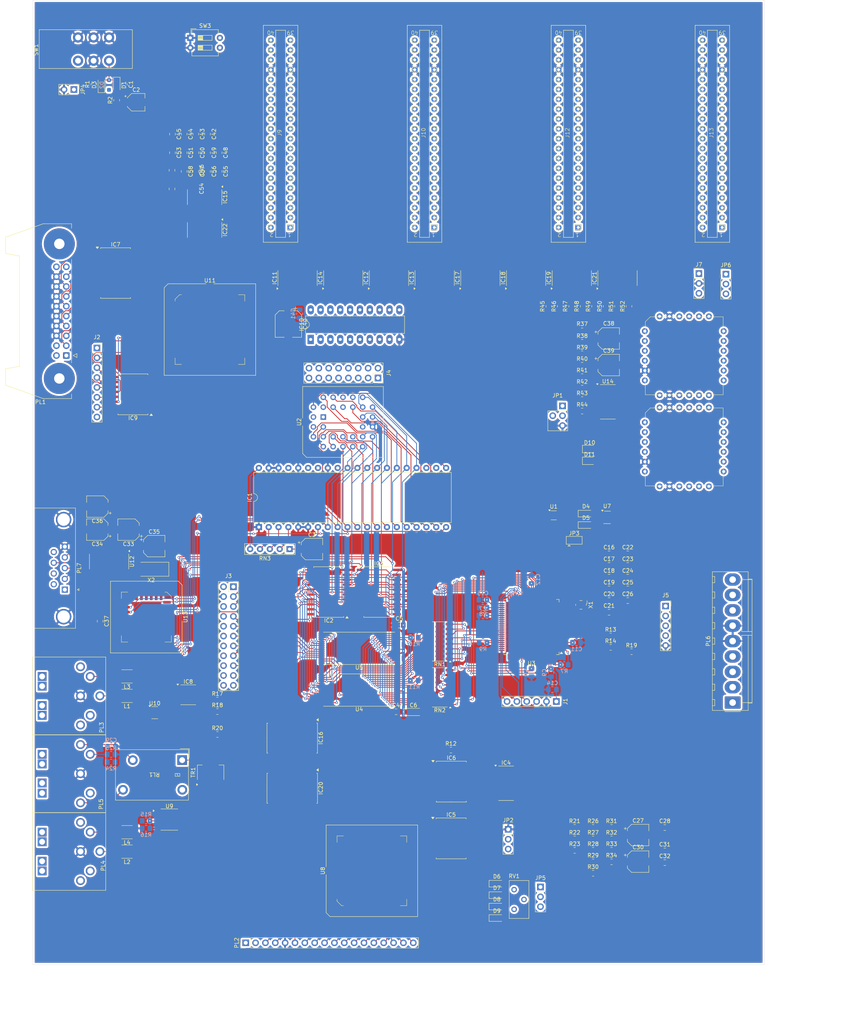
<source format=kicad_pcb>
(kicad_pcb (version 20240108) (generator "pcbnew") (generator_version "8.0")
  (title_block (date "2024-05-18"))
  (layers (0 "F.Cu" signal) (31 "B.Cu" signal) (34 "B.Paste" user) (35 "F.Paste" user) (36 "B.SilkS" user "B.Silkscreen") (37 "F.SilkS" user "F.Silkscreen") (38 "B.Mask" user) (39 "F.Mask" user) (44 "Edge.Cuts" user))
  (net 0 "")
  (net 1 "GND")
  (net 2 "Net-(D1-K)")
  (net 3 "~{RES}")
  (net 4 "+5V")
  (net 5 "+3V3")
  (net 6 "PA0")
  (net 7 "PA1")
  (net 8 "PA2")
  (net 9 "PA3")
  (net 10 "X3")
  (net 11 "X1")
  (net 12 "X2")
  (net 13 "X0")
  (net 14 "/PIA1/Joystick +V")
  (net 15 "6bit D{slash}A")
  (net 16 "MIC")
  (net 17 "Net-(C30-Pad2)")
  (net 18 "CASS")
  (net 19 "MOTOR1")
  (net 20 "MOTOR2")
  (net 21 "Net-(U12-C1+)")
  (net 22 "Net-(U12-C1-)")
  (net 23 "Net-(U12-C2+)")
  (net 24 "Net-(U12-C2-)")
  (net 25 "Net-(U12-VS+)")
  (net 26 "Net-(U12-VS-)")
  (net 27 "Net-(C38-Pad1)")
  (net 28 "OUT_L")
  (net 29 "Net-(C39-Pad1)")
  (net 30 "OUT_R")
  (net 31 "/CartridgePorts/~{CART}")
  (net 32 "/CartridgePorts/IE")
  (net 33 "/CartridgePorts/IQ")
  (net 34 "VCLK")
  (net 35 "Net-(D6-K)")
  (net 36 "Net-(D7-A)")
  (net 37 "Net-(D9-A)")
  (net 38 "+12V")
  (net 39 "Net-(D10-A)")
  (net 40 "Net-(D11-A)")
  (net 41 "~{HALT}")
  (net 42 "D2")
  (net 43 "Q")
  (net 44 "E")
  (net 45 "D3")
  (net 46 "~{IRQ}")
  (net 47 "~{NMI}")
  (net 48 "D6")
  (net 49 "~{FIRQ}")
  (net 50 "D4")
  (net 51 "D7")
  (net 52 "D5")
  (net 53 "D0")
  (net 54 "D1")
  (net 55 "R{slash}~{W}")
  (net 56 "DO6")
  (net 57 "DO1")
  (net 58 "DO2")
  (net 59 "DO0")
  (net 60 "DO5")
  (net 61 "DO3")
  (net 62 "DO4")
  (net 63 "D.Out")
  (net 64 "DO7")
  (net 65 "S2")
  (net 66 "Net-(IC6-E1)")
  (net 67 "STROBE")
  (net 68 "~{R}{slash}W")
  (net 69 "Net-(JP2-B)")
  (net 70 "Net-(JP5-A)")
  (net 71 "P1e")
  (net 72 "P1d")
  (net 73 "A3")
  (net 74 "P1a")
  (net 75 "P1g")
  (net 76 "P1")
  (net 77 "A4")
  (net 78 "P1b")
  (net 79 "P1c")
  (net 80 "P1h")
  (net 81 "A2")
  (net 82 "P1f")
  (net 83 "R2")
  (net 85 "~{E18}")
  (net 86 "S0")
  (net 87 "P2")
  (net 88 "P0")
  (net 89 "~{E17}")
  (net 90 "S1")
  (net 91 "Net-(IC6-E2)")
  (net 92 "EXTMEN")
  (net 93 "PP6")
  (net 94 "PB7")
  (net 95 "PB5")
  (net 96 "PB4")
  (net 97 "PB2")
  (net 98 "PB0")
  (net 99 "PB1")
  (net 100 "PP3")
  (net 101 "PP1")
  (net 102 "PP2")
  (net 103 "PP0")
  (net 104 "PP5")
  (net 105 "PP4")
  (net 106 "PP7")
  (net 107 "PB6")
  (net 108 "PB3")
  (net 109 "PA7")
  (net 110 "PC0")
  (net 111 "Net-(IC8A-+)")
  (net 112 "Net-(IC8B-+)")
  (net 113 "Net-(IC8A--)")
  (net 114 "DAC2")
  (net 115 "PIADAC5")
  (net 116 "PIADAC4")
  (net 117 "PIADAC0")
  (net 118 "DAC3")
  (net 120 "PIADAC2")
  (net 121 "DAC0")
  (net 122 "DAC4")
  (net 123 "PIADAC3")
  (net 124 "PIADAC1")
  (net 126 "DAC5")
  (net 127 "DAC1")
  (net 128 "/CartridgePorts/IA5")
  (net 129 "/CartridgePorts/IA0")
  (net 130 "/CartridgePorts/CTRL1")
  (net 131 "/CartridgePorts/IA7")
  (net 132 "/CartridgePorts/IA2")
  (net 133 "/CartridgePorts/~{SLEN}")
  (net 134 "/CartridgePorts/~{ENBUS}")
  (net 135 "/CartridgePorts/IA6")
  (net 136 "/CartridgePorts/I~{CTS}")
  (net 137 "/CartridgePorts/IR{slash}~{W}")
  (net 138 "/CartridgePorts/~{ENREAD}")
  (net 139 "/CartridgePorts/IA1")
  (net 140 "/CartridgePorts/IA4")
  (net 142 "/CartridgePorts/IA3")
  (net 143 "/CartridgePorts/FFxx")
  (net 144 "/CartridgePorts/I~{P2}")
  (net 145 "/CartridgePorts/I~{RESET}")
  (net 146 "/CartridgePorts/ID6")
  (net 147 "/CartridgePorts/IA9")
  (net 148 "/CartridgePorts/CK2")
  (net 149 "/CartridgePorts/IA8")
  (net 150 "/CartridgePorts/ID7")
  (net 151 "/CartridgePorts/CK3")
  (net 152 "/CartridgePorts/DEFAULT1")
  (net 153 "/CartridgePorts/LOADREG")
  (net 154 "/CartridgePorts/DEFAULT0")
  (net 155 "/CartridgePorts/REGC1")
  (net 156 "/CartridgePorts/ENSW")
  (net 157 "/CartridgePorts/REGS0")
  (net 159 "/CartridgePorts/REGS1")
  (net 160 "/CartridgePorts/REGC0")
  (net 161 "/CartridgePorts/IA13")
  (net 162 "/CartridgePorts/IA14")
  (net 163 "/CartridgePorts/IA10")
  (net 164 "/CartridgePorts/IA12")
  (net 165 "/CartridgePorts/IA15")
  (net 166 "/CartridgePorts/IA11")
  (net 167 "/CartridgePorts/ID0")
  (net 168 "/CartridgePorts/D7")
  (net 169 "/CartridgePorts/D1")
  (net 170 "/CartridgePorts/ID2")
  (net 171 "/CartridgePorts/ID1")
  (net 172 "/CartridgePorts/D2")
  (net 173 "/CartridgePorts/D0")
  (net 174 "/CartridgePorts/D3")
  (net 175 "/CartridgePorts/ID3")
  (net 176 "/CartridgePorts/D4")
  (net 177 "/CartridgePorts/ID5")
  (net 178 "/CartridgePorts/D6")
  (net 179 "/CartridgePorts/D5")
  (net 180 "/CartridgePorts/ID4")
  (net 181 "/CartridgePorts/~{CTS4}")
  (net 182 "/CartridgePorts/~{CTS3}")
  (net 183 "/CartridgePorts/~{P24}")
  (net 184 "/CartridgePorts/~{P21}")
  (net 185 "/CartridgePorts/~{P23}")
  (net 186 "/CartridgePorts/~{CTS2}")
  (net 187 "/CartridgePorts/~{CTS1}")
  (net 188 "/CartridgePorts/~{P22}")
  (net 189 "/CartridgePorts/~{CART1}")
  (net 190 "/CartridgePorts/~{CART4}")
  (net 193 "CART")
  (net 194 "/CartridgePorts/~{CART2}")
  (net 195 "/CartridgePorts/~{CART3}")
  (net 199 "/CartridgePorts/CK0")
  (net 200 "/CartridgePorts/CK1")
  (net 201 "/CartridgePorts/ENREG")
  (net 204 "/SAM/TMS")
  (net 205 "/SAM/TCK")
  (net 206 "/SAM/TDI0")
  (net 207 "/SAM/TDI1")
  (net 208 "CSS")
  (net 209 "~{RAS0}")
  (net 210 "GM2")
  (net 211 "GM1")
  (net 212 "~{NHS}")
  (net 214 "DA0")
  (net 215 "~{FS}")
  (net 216 "~{A}{slash}G")
  (net 217 "GM0")
  (net 219 "DC5")
  (net 220 "RC")
  (net 221 "DC6")
  (net 222 "~{SelInv}")
  (net 223 "Alpha")
  (net 224 "DC7")
  (net 225 "DC1")
  (net 226 "Inverse")
  (net 227 "DC0")
  (net 228 "DC3")
  (net 229 "DC4")
  (net 230 "DC2")
  (net 231 "RClk")
  (net 233 "VID OUT")
  (net 235 "OUT_A")
  (net 237 "OUT_C")
  (net 240 "BDIR0")
  (net 242 "OUT_B")
  (net 243 "BC10")
  (net 244 "Net-(J7-Pin_1)")
  (net 247 "BC11")
  (net 250 "OUT_D")
  (net 252 "OUT_E")
  (net 253 "OUT_F")
  (net 254 "BDIR1")
  (net 255 "ESND")
  (net 256 "MEM-SIZE")
  (net 257 "Net-(JP1-Out)")
  (net 258 "Net-(JP3-A)")
  (net 259 "Net-(JP3-C)")
  (net 260 "Net-(JP5-C)")
  (net 261 "/PIA1/J{slash}S L F2")
  (net 262 "/PIA1/J{slash}S R F2")
  (net 263 "/PIA1/J{slash}S L F1")
  (net 264 "/PIA1/J{slash}S R F1")
  (net 265 "~{ACK}")
  (net 266 "~{BUSY}")
  (net 267 "PA4")
  (net 268 "PA5")
  (net 270 "PA6")
  (net 271 "EAR")
  (net 272 "/Serial/x~{CTS}")
  (net 273 "/Serial/x~{DTR}")
  (net 274 "/Serial/xRxD")
  (net 275 "/Serial/xTxD")
  (net 276 "Net-(U3-I{slash}O{slash}GTS3)")
  (net 277 "Net-(U3-P53)")
  (net 278 "~{WE}")
  (net 279 "Net-(U3-P71)")
  (net 280 "Z6")
  (net 281 "Net-(U3-P72)")
  (net 282 "Z7")
  (net 283 "Net-(U3-P56)")
  (net 284 "Net-(U9-X)")
  (net 285 "Net-(U11-PB1)")
  (net 286 "Net-(TR1-B)")
  (net 287 "MOTOR")
  (net 288 "Net-(U3-P94)")
  (net 289 "Net-(U3-P85)")
  (net 290 "Z4")
  (net 291 "Net-(U3-P81)")
  (net 292 "Z17")
  (net 293 "Z3")
  (net 294 "Net-(U3-P67)")
  (net 295 "Net-(U3-P70)")
  (net 296 "Z1")
  (net 297 "Z0")
  (net 298 "Z10")
  (net 299 "Net-(U3-P36)")
  (net 300 "Net-(U3-P89)")
  (net 301 "Z2")
  (net 302 "Z5")
  (net 303 "Net-(U3-P65)")
  (net 304 "Net-(U3-P35)")
  (net 305 "Net-(U3-P41)")
  (net 306 "Z15")
  (net 307 "Net-(U3-P49)")
  (net 308 "Z14")
  (net 309 "Z11")
  (net 310 "Net-(U3-P42)")
  (net 311 "Z8")
  (net 312 "Z12")
  (net 313 "Net-(U3-P37)")
  (net 314 "Net-(U3-P39)")
  (net 315 "Net-(U3-P40)")
  (net 316 "Net-(U3-P43)")
  (net 317 "Z13")
  (net 318 "Z16")
  (net 319 "Z9")
  (net 322 "~{ROM}")
  (net 328 "/SAM/OSC")
  (net 334 "AD2")
  (net 336 "AD1")
  (net 337 "Net-(U9-Y)")
  (net 338 "CB2")
  (net 353 "/Serial/~{CTS}")
  (net 354 "/Serial/TxD")
  (net 355 "/Serial/RxD")
  (net 356 "/Serial/~{DTR}")
  (net 359 "Net-(U13-2XTAL)")
  (net 360 "Net-(U13-1XTAL)")
  (net 361 "A0")
  (net 362 "A1")
  (net 366 "SOUNDL")
  (net 368 "SOUNDR")
  (net 372 "/AUDIO/D2")
  (net 373 "/AUDIO/D4")
  (net 374 "/AUDIO/D1")
  (net 375 "/AUDIO/D5")
  (net 376 "/AUDIO/D6")
  (net 377 "/AUDIO/D0")
  (net 378 "/AUDIO/D3")
  (net 379 "/AUDIO/D7")
  (net 380 "/AUDIO/A5")
  (net 381 "/AUDIO/A12")
  (net 382 "/AUDIO/A15")
  (net 383 "/AUDIO/A13")
  (net 384 "/AUDIO/A8")
  (net 385 "/AUDIO/A6")
  (net 386 "/AUDIO/A9")
  (net 387 "/AUDIO/A14")
  (net 388 "/AUDIO/A11")
  (net 389 "/AUDIO/A7")
  (net 390 "/AUDIO/A3")
  (net 391 "/AUDIO/A2")
  (net 392 "/AUDIO/A4")
  (net 393 "/AUDIO/A10")
  (footprint "Package_LCC:PLCC-32_THT-Socket" (layer "F.Cu") (at 134.7978 121.666 90)
    (property "Reference" "U2")
    (property "Value" "28C256")
  )
  (footprint "Capacitor_SMD:C_0805_2012Metric_Pad1.18x1.45mm_HandSolder" (layer "F.Cu") (at 153.5684 197.5866)
    (property "Reference" "C4")
    (property "Value" "0.1uF")
  )
  (footprint "Capacitor_SMD:CP_Elec_5x3" (layer "F.Cu") (at 208.3518 101.4315)
    (property "Reference" "C38")
    (property "Value" "10uF")
  )
  (footprint "Resistor_SMD:R_0805_2012Metric_Pad1.20x1.40mm_HandSolder" (layer "F.Cu") (at 210.6276 93.1418 90)
    (property "Reference" "R51")
    (property "Value" "4.7K")
  )
  (footprint "Resistor_SMD:R_0805_2012Metric_Pad1.20x1.40mm_HandSolder" (layer "F.Cu") (at 209.0766 227.3834)
    (property "Reference" "R31")
    (property "Value" "6K8")
  )
  (footprint "Capacitor_SMD:CP_Elec_5x5.3" (layer "F.Cu") (at 76.581 144.7292 180)
    (property "Reference" "C36")
    (property "Value" "10u")
  )
  (footprint "Capacitor_SMD:C_0805_2012Metric_Pad1.18x1.45mm_HandSolder" (layer "F.Cu") (at 101.9499 53.5922 -90)
    (property "Reference" "C50")
    (property "Value" "100nF")
  )
  (footprint "Resistor_SMD:R_0805_2012Metric_Pad1.20x1.40mm_HandSolder" (layer "F.Cu") (at 213.5776 93.1418 90)
    (property "Reference" "R52")
    (property "Value" "4.7K")
  )
  (footprint "Package_TO_SOT_SMD:SOT-223-3_TabPin2" (layer "F.Cu") (at 105.7656 213.2076 90)
    (property "Reference" "TR1")
    (property "Value" "PZT2222A")
  )
  (footprint "Diode_SMD:D_SOD-323_HandSoldering" (layer "F.Cu") (at 179.5316 241.8634)
    (property "Reference" "D6")
    (property "Value" "1N914")
  )
  (footprint "Resistor_SMD:R_0805_2012Metric_Pad1.20x1.40mm_HandSolder" (layer "F.Cu") (at 201.5018 108.3315)
    (property "Reference" "R40")
    (property "Value" "1K")
  )
  (footprint "Diode_SMD:D_SOD-323_HandSoldering" (layer "F.Cu") (at 81.5848 36.1442 -90)
    (property "Reference" "D1")
    (property "Value" "1N914")
  )
  (footprint "Capacitor_SMD:C_0805_2012Metric_Pad1.18x1.45mm_HandSolder" (layer "F.Cu") (at 95.9299 53.5922 -90)
    (property "Reference" "C53")
    (property "Value" "100nF")
  )
  (footprint "Capacitor_SMD:CP_Elec_4x4.5" (layer "F.Cu") (at 86.5886 40.5892)
    (property "Reference" "C2")
    (property "Value" "1uF")
  )
  (footprint "Dragon:DIN-6_DELTRON_671-0601_Horizontal" (layer "F.Cu") (at 72.2412 200.987868)
    (property "Reference" "PL3")
    (property "Value" "DIN-6 J/S L")
  )
  (footprint "Capacitor_SMD:C_0805_2012Metric_Pad1.18x1.45mm_HandSolder" (layer "F.Cu") (at 104.9599 53.5922 -90)
    (property "Reference" "C49")
    (property "Value" "68pF")
  )
  (footprint "Dragon:DIN-6_DELTRON_671-0601_Horizontal" (layer "F.Cu") (at 72.2412 241.0784)
    (property "Reference" "PL4")
    (property "Value" "DIN-6 J/S R")
  )
  (footprint "Package_SO:SOIC-16_3.9x9.9mm_P1.27mm" (layer "F.Cu") (at 187.06011 85.8774 90)
    (property "Reference" "IC18")
    (property "Value" "74LS139ADR")
  )
  (footprint "Capacitor_SMD:C_0805_2012Metric_Pad1.18x1.45mm_HandSolder" (layer "F.Cu") (at 208.4445 159.9182)
    (property "Reference" "C17")
    (property "Value" "0.01uF")
  )
  (footprint "Capacitor_SMD:C_0805_2012Metric_Pad1.18x1.45mm_HandSolder" (layer "F.Cu") (at 107.9699 58.4022 -90)
    (property "Reference" "C55")
    (property "Value" "100nF")
  )
  (footprint "Resistor_SMD:R_0805_2012Metric_Pad1.20x1.40mm_HandSolder" (layer "F.Cu") (at 199.5766 227.3834)
    (property "Reference" "R21")
    (property "Value" "4K7")
  )
  (footprint "Connector_Molex:Molex_KK-396_A-41791-0009_1x09_P3.96mm_Vertical" (layer "F.Cu") (at 240.284 195.2196 90)
    (property "Reference" "PL6")
    (property "Value" "Conn_01x09_Male")
  )
  (footprint "Resistor_SMD:R_0805_2012Metric_Pad1.20x1.40mm_HandSolder" (layer "F.Cu") (at 209.0766 230.3334)
    (property "Reference" "R32")
    (property "Value" "8K2")
  )
  (footprint "Button_Switch_THT:SW_DIP_SPSTx02_Slide_6.7x6.64mm_W7.62mm_P2.54mm_LowProfile" (layer "F.Cu") (at 100.5332 24.003)
    (property "Reference" "SW3")
    (property "Value" "DEFAULT SLOT")
  )
  (footprint "Resistor_SMD:R_0805_2012Metric_Pad1.20x1.40mm_HandSolder" (layer "F.Cu") (at 208.8482 178.0504)
    (property "Reference" "R13")
    (property "Value" "10K")
  )
  (footprint "Resistor_SMD:R_0805_2012Metric_Pad1.20x1.40mm_HandSolder" (layer "F.Cu") (at 208.8482 181.0004)
    (property "Reference" "R14")
    (property "Value" "10K")
  )
  (footprint "Capacitor_SMD:CP_Elec_5x5.3" (layer "F.Cu") (at 215.9266 236.1834)
    (property "Reference" "C30")
    (property "Value" "10uF")
  )
  (footprint "Diode_SMD:D_SOD-323_HandSoldering" (layer "F.Cu") (at 202.4956 149.488)
    (property "Reference" "D5")
    (property "Value" "1N914")
  )
  (footprint "Resistor_SMD:R_0805_2012Metric_Pad1.20x1.40mm_HandSolder" (layer "F.Cu") (at 204.3266 233.2834)
    (property "Reference" "R28")
    (property "Value" "56K")
  )
  (footprint "Package_SO:SOP-8_3.9x4.9mm_P1.27mm" (layer "F.Cu") (at 99.9909 193.223)
    (property "Reference" "IC8")
    (property "Value" "LM393DR")
  )
  (footprint "Package_SO:SOIC-16_3.9x9.9mm_P1.27mm" (layer "F.Cu") (at 139.946742 85.8774 90)
    (property "Reference" "IC14")
    (property "Value" "74LS367ADR")
  )
  (footprint "Diode_SMD:D_SOD-323_HandSoldering" (layer "F.Cu") (at 179.5316 244.8134)
    (property "Reference" "D7")
    (property "Value" "1N914")
  )
  (footprint "Connector_PinHeader_2.54mm:PinHeader_1x03_P2.54mm_Vertical" (layer "F.Cu") (at 182.4482 227.8634)
    (property "Reference" "JP2")
    (property "Value" "32k/64k")
  )
  (footprint "Resistor_SMD:R_0805_2012Metric_Pad1.20x1.40mm_HandSolder" (layer "F.Cu") (at 201.5018 114.2315)
    (property "Reference" "R42")
    (property "Value" "1K")
  )
  (footprint "Resistor_SMD:R_0805_2012Metric_Pad1.20x1.40mm_HandSolder" (layer "F.Cu") (at 107.5165 194.5838)
    (property "Reference" "R17")
    (property "Value" "10K")
  )
  (footprint "Package_SO:TSOP-I-32_18.4x8mm_P0.5mm" (layer "F.Cu") (at 144.040835 181.2448 180)
    (property "Reference" "U5")
    (property "Value" "AS6C1008-TIN")
  )
  (footprint "Package_SO:SOIC-16_3.9x9.9mm_P1.27mm" (layer "F.Cu") (at 198.838452 85.8774 90)
    (property "Reference" "IC19")
    (property "Value" "74LS153DR")
  )
  (footprint "Resistor_SMD:R_0805_2012Metric_Pad1.20x1.40mm_HandSolder" (layer "F.Cu") (at 201.5018 117.1815)
    (property "Reference" "R43")
    (property "Value" "1K")
  )
  (footprint "Package_SO:TSOP-I-32_18.4x8mm_P0.5mm" (layer "F.Cu") (at 144.040835 191.9914 180)
    (property "Reference" "U4")
    (property "Value" "AS6C1008-55TIN")
  )
  (footprint "Resistor_SMD:R_0805_2012Metric_Pad1.20x1.40mm_HandSolder" (layer "F.Cu") (at 192.9276 93.1418 90)
    (property "Reference" "R45")
    (property "Value" "4.7K")
  )
  (footprint "Capacitor_SMD:C_0805_2012Metric_Pad1.18x1.45mm_HandSolder" (layer "F.Cu") (at 107.9699 53.5922 -90)
    (property "Reference" "C48")
    (property "Value" "68pF")
  )
  (footprint "Resistor_SMD:R_0805_2012Metric_Pad1.20x1.40mm_HandSolder" (layer "F.Cu") (at 209.0766 236.2334)
    (property "Reference" "R34")
    (property "Value" "4K7")
  )
  (footprint "Capacitor_SMD:C_0805_2012Metric_Pad1.18x1.45mm_HandSolder" (layer "F.Cu") (at 222.8066 233.4334)
    (property "Reference" "C31")
    (property "Value" "22nF")
  )
  (footprint "Capacitor_SMD:C_0805_2012Metric_Pad1.18x1.45mm_HandSolder" (layer "F.Cu") (at 208.4445 162.9282)
    (property "Reference" "C18")
    (property "Value" "0.01uF")
  )
  (footprint "Capacitor_Tantalum_SMD:CP_EIA-3216-18_Kemet-A_Pad1.58x1.35mm_HandSolder" (layer "F.Cu") (at 158.0388 197.6374)
    (property "Reference" "C6")
    (property "Value" "4.7uF")
  )
  (footprint "CoCoDragonMultiPak:CardSocket" (layer "F.Cu") (at 160.6296 48.4632 90)
    (property "Reference" "J10")
    (property "Value" "CARTRIDGE EDGE")
  )
  (footprint "Resistor_SMD:R_0805_2012Metric_Pad1.20x1.40mm_HandSolder" (layer "F.Cu") (at 204.3266 236.2334)
    (property "Reference" "R29")
    (property "Value" "15K")
  )
  (footprint "Capacitor_SMD:C_0805_2012Metric_Pad1.18x1.45mm_HandSolder" (layer "F.Cu") (at 208.4445 156.9082)
    (property "Reference" "C16")
    (property "Value" "0.01uF")
  )
  (footprint "Resistor_SMD:R_0805_2012Metric_Pad1.20x1.40mm_HandSolder" (layer "F.Cu") (at 107.5165 203.4338)
    (property "Reference" "R20")
    (property "Value" "1K")
  )
  (footprint "Package_SO:SOIC-16W_7.5x10.3mm_P1.27mm" (layer "F.Cu") (at 167.7434 230.2002)
    (property "Reference" "IC5")
    (property "Value" "74ACT138")
  )
  (footprint "Resistor_SMD:R_0805_2012Metric_Pad1.20x1.40mm_HandSolder" (layer "F.Cu") (at 75.6666 35.9664 90)
    (property "Reference" "R1")
    (property "Value" "100K")
  )
  (footprint "Resistor_SMD:R_0805_2012Metric_Pad1.20x1.40mm_HandSolder" (layer "F.Cu") (at 199.5766 233.2834)
    (property "Reference" "R23")
    (property "Value" "4K7")
  )
  (footprint "Package_SO:SOIC-16_3.9x9.9mm_P1.27mm" (layer "F.Cu") (at 175.281768 85.8774 90)
    (property "Reference" "IC17")
    (property "Value" "74LS367ADR")
  )
  (footprint "Inductor_SMD:L_1812_4532Metric_Pad1.30x3.40mm_HandSolder" (layer "F.Cu") (at 84.2264 233.6038 180)
    (property "Reference" "L2")
    (property "Value" "3.3uH")
  )
  (footprint "Package_SO:SOIC-20W_7.5x12.8mm_P1.27mm" (layer "F.Cu") (at 136.200535 166.7414 180)
    (property "Reference" "IC2")
    (property "Value" "74ACT244N")
  )
  (footprint "Package_SO:TSSOP-16_4.4x5mm_P0.65mm" (layer "F.Cu") (at 95.1327 225.3488)
    (property "Reference" "U9")
    (property "Value" "4052")
  )
  (footprint "Resistor_SMD:R_0805_2012Metric_Pad1.20x1.40mm_HandSolder" (layer "F.Cu") (at 107.5165 197.5338)
    (property "Reference" "R18")
    (property "Value" "10M")
  )
  (footprint "Connector_PinSocket_2.54mm:PinSocket_1x08_P2.54mm_Vertical" (layer "F.Cu") (at 76.479 103.8756)
    (property "Reference" "J2")
    (property "Value" "6-bit DAC")
  )
  (footprint "LED_SMD:LED_0805_2012Metric_Pad1.15x1.40mm_HandSolder" (layer "F.Cu") (at 203.4282 132.946)
    (property "Reference" "D11")
    (property "Value" "LED")
  )
  (footprint "Package_QFP:TQFP-100_14x14mm_P0.5mm" (layer "F.Cu") (at 188.450135 175.7584 180)
    (property "Reference" "U3")
    (property "Value" "XC95144XL-TQ100")
  )
  (footprint "Capacitor_SMD:CP_Elec_5x5.3" (layer "F.Cu") (at 76.5654 150.6728 180)
    (property "Reference" "C34")
    (property "Value" "10u")
  )
  (footprint "Capacitor_SMD:C_0805_2012Metric_Pad1.18x1.45mm_HandSolder" (layer "F.Cu") (at 83.5406 35.9918 -90)
    (property "Reference" "C1")
    (property "Value" "0.1uF")
  )
  (footprint "Jumper:SolderJumper-3_P1.3mm_Open_Pad1.0x1.5mm" (layer "F.Cu") (at 199.4506 153.418)
    (property "Reference" "JP3")
    (property "Value" "Serial")
  )
  (footprint "Dragon:AY-QTHT" (layer "F.Cu") (at 227.8126 129.3622)
    (property "Reference" "J8" (hide yes))
    (property "Value" "Audio Right" (hide yes))
  )
  (footprint "Capacitor_SMD:C_0805_2012Metric_Pad1.18x1.45mm_HandSolder" (layer "F.Cu") (at 208.4445 165.9382)
    (property "Reference" "C19")
    (property "Value" "0.01uF")
  )
  (footprint "Resistor_SMD:R_0805_2012Metric_Pad1.20x1.40mm_HandSolder" (layer "F.Cu") (at 204.3266 230.3334)
    (property "Reference" "R27")
    (property "Value" "1M5")
  )
  (footprint "Capacitor_SMD:CP_Elec_5x5.3" (layer "F.Cu") (at 131.8768 155.6766)
    (property "Reference" "C3")
    (property "Value" "100uF")
  )
  (footprint "Capacitor_SMD:C_0805_2012Metric_Pad1.18x1.45mm_HandSolder" (layer "F.Cu") (at 104.9599 48.7822 -90)
    (property "Reference" "C42")
    (property "Value" "100nF")
  )
  (footprint "Package_DIP:DIP-40_W15.24mm" (layer "F.Cu") (at 118.1912 150.0174 90)
    (property "Reference" "IC1")
    (property "Value" "MC6809E")
  )
  (footprint "Package_SO:SOIC-16W_7.5x10.3mm_P1.27mm" (layer "F.Cu") (at 85.7504 115.8198 180)
    (property "Reference" "IC9")
    (property "Value" "CD4050BDR")
  )
  (footprint "Resistor_SMD:R_0805_2012Metric_Pad1.20x1.40mm_HandSolder" (layer "F.Cu") (at 201.5018 111.2815)
    (property "Reference" "R41")
    (property "Value" "1K")
  )
  (footprint "Capacitor_SMD:C_0805_2012Metric_Pad1.18x1.45mm_HandSolder" (layer "F.Cu") (at 98.9399 58.4022 -90)
    (property "Reference" "C58")
    (property "Value" "100nF")
  )
  (footprint "LED_SMD:LED_0805_2012Metric_Pad1.15x1.40mm_HandSolder" (layer "F.Cu") (at 203.4282 129.906)
    (property "Reference" "D10")
    (property "Value" "LED")
  )
  (footprint "Package_SO:SOIC-16_3.9x9.9mm_P1.27mm" (layer "F.Cu") (at 79.6036 158.8912 -90)
    (property "Reference" "U12")
    (property "Value" "MAX232")
  )
  (footprint "Package_TO_SOT_SMD:SOT-23-5" (layer "F.Cu") (at 91.3715 197.8204)
    (property "Reference" "U10")
    (property "Value" "TS5A3166DBVR")
  )
  (footprint "Inductor_SMD:L_1812_4532Metric_Pad1.30x3.40mm_HandSolder" (layer "F.Cu") (at 84.2264 193.4972 180)
    (property "Reference" "L1")
    (property "Value" "3.3uH")
  )
  (footprint "Capacitor_SMD:CP_Elec_5x5.3" (layer "F.Cu") (at 215.9266 229.3334)
    (property "Reference" "C27")
    (property "Value" "10uF")
  )
  (footprint "Dragon:DIN-5_DELTRON_671-0501_45deg_Horizontal" (layer "F.Cu") (at 72.2412 221.033134)
    (property "Reference" "PL5")
    (property "Value" "DIN-5 (180) Cassette")
  )
  (footprint "Package_SO:SOIC-16W_7.5x10.3mm_P1.27mm" (layer "F.Cu") (at 167.7924 215.5698)
    (property "Reference" "IC6")
    (property "Value" "74ACT138N")
  )
  (footprint "Package_SO:SOIC-14_3.9x8.7mm_P1.27mm" (layer "F.Cu") (at 104.2149 73.4822 -90)
    (property "Reference" "IC22")
    (property "Value" "74LS74ADR")
  )
  (footprint "Capacitor_SMD:C_0805_2012Metric_Pad1.18x1.45mm_HandSolder" (layer "F.Cu") (at 213.2545 162.9282)
    (property "Reference" "C24")
    (property "Value" "22nF")
  )
  (footprint "Capacitor_SMD:C_0805_2012Metric_Pad1.18x1.45mm_HandSolder" (layer "F.Cu") (at 208.4445 168.9482)
    (property "Reference" "C20")
    (property "Value" "0.01uF")
  )
  (footprint "Resistor_SMD:R_0805_2012Metric_Pad1.20x1.40mm_HandSolder" (layer "F.Cu") (at 207.6776 93.1418 90)
    (property "Reference" "R50")
    (property "Value" "4.7K")
  )
  (footprint "Dragon:Button_AlpsAlpine_SPUN190900" (layer "F.Cu") (at 71.6026 23.8958 90)
    (property "Reference" "SW1")
    (property "Value" "RESET")
  )
  (footprint "CoCoDragonMultiPak:CardSocket" (layer "F.Cu") (at 234.7976 48.4632 90)
    (property "Reference" "J13")
    (property "Value" "CARTRIDGE EDGE")
  )
  (footprint "Package_LCC:PLCC-44_SMD-Socket" (layer "F.Cu") (at 147.32 238.5429 90)
    (property "Reference" "U8")
    (property "Value" "W65C21")
  )
  (footprint "Package_TO_SOT_SMD:SOT-23-5_HandSoldering" (layer "F.Cu") (at 207.9206 147.513)
    (property "Reference" "U7")
    (property "Value" "74AHCT1G04")
  )
  (footprint "Diode_SMD:D_SOD-323_HandSoldering" (layer "F.Cu") (at 179.5316 250.7134)
    (property "Reference" "D9")
    (property "Value" "1N914")
  )
  (footprint "Capacitor_SMD:C_0805_2012Metric_Pad1.18x1.45mm_HandSolder" (layer "F.Cu") (at 101.9499 48.7822 -90)
    (property "Reference" "C43")
    (property "Value" "100nF")
  )
  (footprint "Resistor_SMD:R_0805_2012Metric_Pad1.20x1.40mm_HandSolder" (layer "F.Cu") (at 195.8776 93.1418 90)
    (property "Reference" "R46")
    (property "Value" "4.7K")
  )
  (footprint "Capacitor_SMD:CP_Elec_6.3x5.4_Nichicon" (layer "F.Cu") (at 125.8062 97.7138 -90)
    (property "Reference" "C40")
    (property "Value" "220uF")
  )
  (footprint "Package_LCC:PLCC-28_SMD-Socket" (layer "F.Cu") (at 89.2048 173.1887 -90)
    (property "Reference" "U13")
    (property "Value" "W65C51")
  )
  (footprint "Package_LCC:PLCC-44_SMD-Socket" (layer "F.Cu") (at 105.5878 99.1362)
    (property "Reference" "U11")
    (property "Value" "W65C21")
  )
  (footprint "Capacitor_SMD:C_0805_2012Metric_Pad1.18x1.45mm_HandSolder" (layer "F.Cu") (at 95.8199 62.911 -90)
    (property "Reference" "C54")
    (property "Value" "100nF")
  )
  (footprint "Capacitor_SMD:C_0805_2012Metric_Pad1.18x1.45mm_HandSolder" (layer "F.Cu") (at 154.3812 175.26)
    (property "Reference" "C5")
    (property "Value" "0.1uF")
  )
  (footprint "Package_TO_SOT_SMD:SOT-353_SC-70-5_Handsoldering" (layer "F.Cu") (at 194.1836 146.9838)
    (property "Reference" "U1")
    (property "Value" "74HCT1G08")
  )
  (footprint "Connector_PinSocket_2.54mm:PinSocket_2x08_P2.54mm_Vertical" (layer "F.Cu") (at 148.8948 111.6076 -90)
    (property "Reference" "J4")
    (property "Value" "Conn_02x08_Odd_Even")
  )
  (footprint "Connector_Dsub:DSUB-9_Female_Horizontal_P2.77x2.84mm_EdgePinOffset4.94mm_Housed_MountingHolesOffset7.48mm" (layer "F.Cu") (at 68.191331 166.1288 -90)
    (property "Reference" "PL7")
    (property "Value" "Serial")
  )
  (footprint "Inductor_SMD:L_1812_4532Metric_Pad1.30x3.40mm_HandSolder" (layer "F.Cu") (at 84.2264 188.468 180)
    (property "Reference" "L3")
    (property "Value" "3.3uH")
  )
  (footprint "Package_SO:SOIC-14_3.9x8.7mm_P1.27mm" (layer "F.Cu") (at 104.2149 65.0322 -90)
    (property "Reference" "IC15")
    (property "Value" "74ALS30ADR")
  )
  (footprint "Package_DIP:DIP-20_W7.62mm_LongPads" (layer "F.Cu") (at 131.5466 101.6762 90)
    (property "Reference" "IC10")
    (property "Value" "GAL16V8")
  )
  (footprint "Connector_PinHeader_2.54mm:PinHeader_1x18_P2.54mm_Vertical" (layer "F.Cu") (at 114.808 257.0988 90)
    (property "Reference" "PL2")
    (property "Value" "Conn_01x18_Pin")
  )
  (footprint "Package_SO:SOIC-14_3.9x8.7mm_P1.27mm" (layer "F.Cu") (at 181.9006 216.0016)
    (property "Reference" "IC4")
    (property "Value" "74ACT02")
  )
  (footprint "Package_SO:SOIC-16_3.9x9.9mm_P1.27mm" (layer "F.Cu") (at 151.725084 85.8774 90)
    (property "Reference" "IC12")
    (property "Value" "74LS367ADR")
  )
  (footprint "Connector_PinHeader_2.54mm:PinHeader_1x02_P2.54mm_Vertical" (layer "F.Cu") (at 70.5358 37.3126 -90)
    (property "Reference" "JP4")
    (property "Value" "5vPower")
  )
  (footprint "Package_SO:SOIC-20W_7.5x12.8mm_P1.27mm" (layer "F.Cu") (at 126.7968 217.2784 -90)
    (property "Reference" "IC20")
    (property "Value" "74LS374DWR")
  )
  (footprint "Resistor_SMD:R_0805_2012Metric_Pad1.20x1.40mm_HandSolder" (layer "F.Cu") (at 198.8276 93.1418 90)
    (property "Reference" "R47")
    (property "Value" "4.7K")
  )
  (footprint "Package_SO:SOIC-16_3.9x9.9mm_P1.27mm" (layer "F.Cu") (at 163.503426 85.8774 90)
    (property "Reference" "IC13")
    (property "Value" "74LS368AD")
  )
  (footprint "Oscillator:Oscillator_SMD_ECS_2520MV-xxx-xx-4Pin_2.5x2.0mm" (layer "F.Cu") (at 201.200935 170.0434 -90)
    (property "Reference" "X1")
    (property "Value" "14.31818MHz")
  )
  (footprint "Capacitor_SMD:C_0805_2012Metric_Pad1.18x1.45mm_HandSolder" (layer "F.Cu") (at 208.4445 171.9582)
    (property "Reference" "C21")
    (property "Value" "0.01uF")
  )
  (footprint "Package_SO:SOIC-16_3.9x9.9mm_P1.27mm" (layer "F.Cu") (at 164.816935 191.2944 180)
    (property "Reference" "RN2")
    (property "Value" "22R")
  )
  (footprint "Resistor_SMD:R_0805_2012Metric_Pad1.20x1.40mm_HandSolder" (layer "F.Cu") (at 201.5018 99.4815)
    (property "Reference" "R37")
    (property "Value" "1K")
  )
  (footprint "Capacitor_SMD:CP_Elec_5x5.3" (layer "F.Cu") (at 91.2368 154.9146)
    (property "Reference" "C35")
    (property "Value" "10u")
  )
  (footprint "Potentiometer_THT:Potentiometer_Bourns_3386X_Horizontal" (layer "F.Cu") (at 183.9766 243.3934)
    (property "Reference" "RV1")
    (property "Value" "470R")
  )
  (footprint "Capacitor_SMD:C_0805_2012Metric_Pad1.18x1.45mm_HandSolder" (layer "F.Cu") (at 213.2545 165.9382)
    (property "Reference" "C25")
    (property "Value" "22nF")
  )
  (footprint "Capacitor_SMD:CP_Elec_5x5.3" (layer "F.Cu") (at 84.6074 150.6728 180)
    (property "Reference" "C33")
    (property "Value" "10u")
  )
  (footprint "Capacitor_SMD:C_0805_2012Metric_Pad1.18x1.45mm_HandSolder" (layer "F.Cu") (at 98.9399 53.5922 -90)
    (property "Reference" "C51")
    (property "Value" "100nF")
  )
  (footprint "Connector_IDC:IDC-Header_2x10-1MP_P2.54mm_Latch_Horizontal" (layer "F.Cu") (at 68.58 105.8279 180)
    (property "Reference" "PL1")
    (property "Value" "Printer")
  )
  (footprint "Capacitor_SMD:CP_Elec_5x3" (layer "F.Cu") (at 208.3518 108.2815)
    (property "Reference" "C39")
    (property "Value" "10uF")
  )
  (footprint "Resistor_SMD:R_0805_2012Metric_Pad1.20x1.40mm_HandSolder" (layer "F.Cu") (at 201.5018 120.1315)
    (property "Reference" "R44")
    (property "Value" "1K")
  )
  (footprint "Connector_PinSocket_2.54mm:PinSocket_1x05_P2.54mm_Vertical" (layer "F.Cu") (at 223.0124 170.3532)
    (property "Reference" "J5")
    (property "Value" "Video Output Female")
  )
  (footprint "CoCoDragonMultiPak:CardSocket" (layer "F.Cu") (at 123.5456 48.4632 90)
    (property "Reference" "J9")
    (property "Value" "CARTRIDGE EDGE")
  )
  (footprint "Package_SO:SOIC-16_3.9x9.9mm_P1.27mm" (layer "F.Cu") (at 210.6168 85.8774 90)
    (property "Reference" "IC21")
    (property "Value" "74LS367ADR")
  )
  (footprint "Resistor_SMD:R_0805_2012Metric_Pad1.20x1.40mm_HandSolder" (layer "F.Cu") (at 201.5018 105.3815)
    (property "Reference" "R39")
    (property "Value" "1K")
  )
  (footprint "Dragon:AY-QTHT" (layer "F.Cu") (at 227.8126 105.8902)
    (property "Reference" "J6" (hide yes))
    (property "Value" "Audio Left" (hide yes))
  )
  (footprint "Package_SO:SOIC-20W_7.5x12.8mm_P1.27mm" (layer "F.Cu") (at 149.105535 166.7444)
    (property "Reference" "IC3")
    (property "Value" "74ACT244N")
  )
  (footprint "Resistor_SMD:R_0805_2012Metric_Pad1.20x1.40mm_HandSolder" (layer "F.Cu") (at 167.6908 207.4418)
    (property "Reference" "R12")
    (property "Value" "4K7")
  )
  (footprint "Diode_SMD:D_SOD-323_HandSoldering" (layer "F.Cu") (at 77.6224 36.0992 90)
    (property "Reference" "D3")
    (property "Value" "1N914")
  )
  (footprint "Resistor_SMD:R_0805_2012Metric_Pad1.20x1.40mm_HandSolder" (layer "F.Cu") (at 204.7276 93.1418 90)
    (property "Reference" "R49")
    (property "Value" "4.7K")
  )
  (footprint "Capacitor_SMD:C_0805_2012Metric_Pad1.18x1.45mm_HandSolder" (layer "F.Cu") (at 213.2545 156.9082)
    (property "Reference" "C22")
    (property "Value" "22nF")
  )
  (footprint "Resistor_SMD:R_0805_2012Metric_Pad1.20x1.40mm_HandSolder" (layer "F.Cu") (at 199.5766 230.3334)
    (property "Reference" "R22")
    (property "Value" "10K")
  )
  (footprint "Resistor_SMD:R_0805_2012Metric_Pad1.20x1.40mm_HandSolder" (layer "F.Cu") (at 201.7776 93.1418 90)
    (property "Reference" "R48")
    (property "Value" "4.7K")
  )
  (footprint "Resistor_SMD:R_0805_2012Metric_Pad1.20x1.40mm_HandSolder" (layer "F.Cu") (at 209.0766 233.2834)
    (property "Reference" "R33")
    (property "Value" "220R")
  )
  (footprint "Connector_PinHeader_2.54mm:PinHeader_1x06_P2.54mm_Vertical" (layer "F.Cu") (at 194.850935 194.9354 -90)
    (property "Reference" "J1")
    (property "Value" "JTAG")
  )
  (footprint "Resistor_SMD:R_0805_2012Metric_Pad1.20x1.40mm_HandSolder" (layer "F.Cu") (at 204.3266 227.3834)
    (property "Reference" "R26")
    (property "Value" "1K")
  )
  (footprint "Resistor_SMD:R_0805_2012Metric_Pad1.20x1.40mm_HandSolder" (layer "F.Cu") (at 204.3266 239.1834)
    (property "Reference" "R30")
    (property "Value" "56K")
  )
  (footprint "Resistor_THT:R_Array_SIP5" (layer "F.Cu") (at 126.111 155.6766 180)
    (property "Reference" "RN3")
    (property "Value" "4K7")
  )
  (footprint "Inductor_SMD:L_1812_4532Metric_Pad1.30x3.40mm_HandSolder" (layer "F.Cu") (at 84.2264 228.6 180)
    (property "Reference" "L4")
    (property "Value" "3.3uH")
  )
  (footprint "Package_SO:SOIC-16_3.9x9.9mm_P1.27mm" (layer "F.Cu") (at 164.816935 179.4668 180)
    (property "Reference" "RN1")
    (property "Value" "22R")
  )
  (footprint "Dragon:Jumper_4" (layer "F.Cu") (at 195.4496 121.4548)
    (property "Reference" "JP1")
    (property "Value" "ROM A14")
  )
  (footprint "CoCoDragonMultiPak:CardSocket" (layer "F.Cu") (at 197.7136 48.4632 90)
    (property "Reference" "J12")
    (property "Value" "CARTRIDGE EDGE")
  )
  (footprint "Capacitor_SMD:C_0805_2012Metric_Pad1.18x1.45mm_HandSolder" (layer "F.Cu") (at 95.9299 48.7822 -90)
    (property "Reference" "C45")
    (property "Value" "100nF")
  )
  (footprint "Package_SO:SOIC-16_3.9x9.9mm_P1.27mm" (layer "F.Cu") (at 128.1684 85.8774 90)
    (property "Reference" "IC11")
    (property "Value" "74LS367ADR")
  )
  (footprint "Diode_SMD:D_SOD-323_HandSoldering" (layer "F.Cu") (at 179.5316 247.7634)
    (property "Reference" "D8")
    (property "Value" "1N914")
  )
  (footprint "Capacitor_SMD:C_0805_2012Metric_Pad1.18x1.45mm_HandSolder" (layer "F.Cu") (at 101.9499 58.4022 -90)
    (property "Reference" "C57")
    (property "Value" "100nF")
  )
  (footprint "Capacitor_SMD:C_0805_2012Metric_Pad1.18x1.45mm_HandSolder" (layer "F.Cu") (at 77.2922 174.244 -90)
    (property "Reference" "C37")
    (property "Value" "100n")
  )
  (footprint "Capacitor_SMD:C_0805_2012Metric_Pad1.18x1.45mm_HandSolder" (layer "F.Cu") (at 213.2545 159.9182)
    (property "Reference" "C23")
    (property "Value" "22nF")
  )
  (footprint "Capacitor_SMD:C_0805_2012Metric_Pad1.18x1.45mm_HandSolder" (layer "F.Cu") (at 98.9399 48.7822 -90)
    (property "Reference" "C44")
    (property "Value" "100nF")
  )
  (footprint "Package_SO:SO-14_3.9x8.65mm_P1.27mm" (layer "F.Cu") (at 208.1276 117.7557)
    (property "Reference" "U14")
    (property "Value" "74LS08")
  )
  (footprint "Capacitor_SMD:C_0805_2012Metric_Pad1.18x1.45mm_HandSolder" (layer "F.Cu") (at 104.9599 58.4022 -90)
    (property "Reference" "C56")
    (property "Value" "100nF")
  )
  (footprint "Resistor_SMD:R_0805_2012Metric_Pad1.20x1.40mm_HandSolder" (layer "F.Cu") (at 81.5594 40.0558 90)
    (property "Reference" "R2")
    (property "Value" "100K")
  )
  (footprint "Package_SO:SOIC-20W_7.5x12.8mm_P1.27mm" (layer "F.Cu") (at 81.28 84.582)
    (property "Reference" "IC7")
    (property "Value" "74ACT244N")
  )
  (footprint "Connector_PinHeader_2.54mm:PinHeader_1x03_P2.54mm_Vertical" (layer "F.Cu") (at 190.7666 242.7134)
    (property "Reference" "JP5")
    (property "Value" "printer/comms")
  )
  (footprint "Diode_SMD:D_SOD-323_HandSoldering" (layer "F.Cu") (at 202.4956 146.538)
    (property "Reference" "D4")
    (property "Value" "1N914")
  )
  (footprint "Resistor_SMD:R_0805_2012Metric_Pad1.20x1.40mm_HandSolder" (layer "F.Cu") (at 214.2258 182.1114)
    (property "Reference" "R19")
    (property "Value" "100R")
  )
  (footprint "Crystal:Crystal_SMD_5032-2Pin_5.0x3.2mm_HandSoldering" (layer "F.Cu") (at 90.4494 160.8697 180)
    (property "Reference" "X2")
    (property "Value" "1.8432MHz")
  )
  (footprint "Package_SO:SOIC-20W_7.5x12.8mm_P1.27mm" (layer "F.Cu") (at 126.7968 204.3684 -90)
    (property "Reference" "IC16")
    (property "Value" "74LS245DWR")
  )
  (footprint "Capacitor_SMD:C_0805_2012Metric_Pad1.18x1.45mm_HandSolder" (layer "F.Cu") (at 222.8066 227.4134)
    (property "Reference" "C28")
    (property "Value" "22pF")
  )
  (footprint "Capacitor_SMD:C_0805_2012Metric_Pad1.18x1.45mm_HandSolder" (layer "F.Cu") (at 95.8199 58.101 -90)
    (property "Reference" "C46")
    (property "Value" "68pF")
  )
  (footprint "Capacitor_SMD:C_0805_2012Metric_Pad1.18x1.45mm_HandSolder" (layer "F.Cu") (at 222.8066 236.4434)
    (property "Reference" "C32")
    (property "Value" "0.1uF")
  )
  (footprint "Connector_PinHeader_2.54mm:PinHeader_1x03_P2.54mm_Vertical" (layer "F.Cu") (at 238.5568 84.8614)
    (property "Reference" "JP6")
    (property "Value" "Jumper_3_Open")
  )
  (footprint "Connector_PinHeader_2.54mm:PinHeader_1x03_P2.54mm_Vertical" (layer "F.Cu") (at 231.591 84.7172)
    (property "Reference" "J7")
    (property "Value" "Stereo")
  )
  (footprint "Resistor_SMD:R_0805_2012Metric_Pad1.20x1.40mm_HandSolder" (layer "F.Cu") (at 201.5018 102.4315)
    (property "Reference" "R38")
    (property "Value" "1K")
  )
  (footprint "Connector_PinSocket_2.54mm:PinSocket_2x11_P2.54mm_Vertical" (layer "F.Cu") (at 111.633 165.3794)
    (property "Reference" "J3")
    (property "Value" "Board Interconnect Female")
  )
  (footprint "Capacitor_SMD:C_0805_2012Metric_Pad1.18x1.45mm_HandSolder" (layer "F.Cu") (at 213.2545 168.9482)
    (property "Reference" "C26")
    (property "Value" "0.01uF")
  )
  (footprint "Dragon:OJS HM 10A Relay" (layer "F.Cu") (at 90.646439 213.843421 180)
    (property "Reference" "RL1")
    (property "Value" "OJS HM FORM A")
  )
  (footprint "Resistor_SMD:R_0805_2012Metric_Pad1.20x1.40mm_HandSolder" (layer "B.Cu") (at 80.1116 210.5406)
    (property "Reference" "R24")
    (property "Value" "68K")
  )
  (footprint "Capacitor_SMD:C_0805_2012Metric_Pad1.18x1.45mm_HandSolder" (layer "B.Cu") (at 193.834935 191.862 180)
    (property "Reference" "C14")
    (property "Value" "100n")
  )
  (footprint "Resistor_SMD:R_0805_2012Metric_Pad1.20x1.40mm_HandSolder" (layer "B.Cu") (at 175.957935 170.7546)
    (property "Reference" "R8")
    (property "Value" "22R")
  )
  (footprint "Capacitor_SMD:C_0805_2012Metric_Pad1.18x1.45mm_HandSolder" (layer "B.Cu") (at 188.450135 163.4902 90)
    (property "Reference" "C12")
    (property "Value" "100n")
  )
  (footprint "Diode_SMD:D_SOD-323_HandSoldering" (layer "B.Cu") (at 79.5782 36.1442 -90)
    (property "Reference" "D2")
    (property "Value" "1N914")
  )
  (footprint "Capacitor_SMD:C_0805_2012Metric_Pad1.18x1.45mm_HandSolder" (layer "B.Cu") (at 175.927935 168.748 180)
    (property "Reference" "C15")
    (property "Value" "100n")
  )
  (footprint "Resistor_SMD:R_0805_2012Metric_Pad1.20x1.40mm_HandSolder" (layer "B.Cu") (at 158.249535 189.5252)
    (property "Reference" "R11")
    (property "Value" "22R")
  )
  (footprint "Capacitor_SMD:C_0805_2012Metric_Pad1.18x1.45mm_HandSolder" (layer "B.Cu") (at 200.057935 179.7716)
    (property "Reference" "C11")
    (property "Value" "100n")
  )
  (footprint "Capacitor_SMD:C_0805_2012Metric_Pad1.18x1.45mm_HandSolder" (layer "B.Cu") (at 128.7018 95.0722 -90)
    (property "Reference" "C41")
    (property "Value" "100nF")
  )
  (footprint "Resistor_SMD:R_0805_2012Metric_Pad1.20x1.40mm_HandSolder" (layer "B.Cu") (at 89.1286 227.6094)
    (property "Reference" "R16")
    (property "Value" "4K7")
  )
  (footprint "Resistor_SMD:R_0805_2012Metric_Pad1.20x1.40mm_HandSolder" (layer "B.Cu") (at 175.957935 179.7716)
    (property "Reference" "R9")
    (property "Value" "22R")
  )
  (footprint "Capacitor_SMD:C_0805_2012Metric_Pad1.18x1.45mm_HandSolder" (layer "B.Cu") (at 175.927935 172.7612 180)
    (property "Reference" "C7")
    (property "Value" "100n")
  )
  (footprint "Capacitor_SMD:C_0805_2012Metric_Pad1.18x1.45mm_HandSolder" (layer "B.Cu") (at 193.453935 187.4932 -90)
    (property "Reference" "C9")
    (property "Value" "100n")
  )
  (footprint "Capacitor_SMD:C_0805_2012Metric_Pad1.18x1.45mm_HandSolder" (layer "B.Cu") (at 188.450135 187.4932 -90)
    (property "Reference" "C8")
    (property "Value" "100n")
  )
  (footprint "Resistor_SMD:R_0805_2012Metric_Pad1.20x1.40mm_HandSolder" (layer "B.Cu") (at 80.1116 208.5594 180)
    (property "Reference" "R25")
    (property "Value" "33K")
  )
  (footprint "Resistor_SMD:R_0805_2012Metric_Pad1.20x1.40mm_HandSolder" (layer "B.Cu") (at 158.274935 178.4762)
    (property "Reference" "R10")
    (property "Value" "22R")
  )
  (footprint "Resistor_SMD:R_0805_2012Metric_Pad1.20x1.40mm_HandSolder" (layer "B.Cu") (at 196.882935 185.4612)
    (property "Reference" "R7")
    (property "Value" "100R")
  )
  (footprint "Resistor_SMD:R_0805_2012Metric_Pad1.20x1.40mm_HandSolder" (layer "B.Cu") (at 89.1286 225.679 180)
    (property "Reference" "R15")
    (property "Value" "4K7")
  )
  (footprint "Capacitor_SMD:C_0805_2012Metric_Pad1.18x1.45mm_HandSolder" (layer "B.Cu") (at 80.1624 206.5782 180)
    (property "Reference" "C29")
    (property "Value" "2.2nF")
  )
  (gr_rect (start 59.944 14.2748) (end 248.4628 262.7376) (stroke (width 0.05)) (fill none) (layer "Edge.Cuts"))
  (segment (start 79.6036 34.8688) (end 79.6036 34.8742) (width 0.2) (layer "F.Cu") (net 2))
  (segment (start 79.6036 34.8742) (end 79.5982 34.8742) (width 0.2) (layer "F.Cu") (net 2))
  (segment (start 83.4805 34.8942) (end 83.5406 34.9543) (width 0.2) (layer "F.Cu") (net 2))
  (segment (start 77.6224 34.8492) (end 81.5398 34.8492) (width 0.2) (layer "F.Cu") (net 2))
  (segment (start 79.6026 29.8958) (end 79.6026 34.8698) (width 0.2) (layer "F.Cu") (net 2))
  (segment (start 81.5848 34.8942) (end 83.4805 34.8942) (width 0.2) (layer "F.Cu") (net 2))
  (segment (start 79.6026 34.8698) (end 79.6036 34.8688) (width 0.2) (layer "F.Cu") (net 2))
  (segment (start 77.6224 34.8492) (end 75.7838 34.8492) (width 0.2) (layer "F.Cu") (net 2))
  (segment (start 75.7838 34.8492) (end 75.6666 34.9664) (width 0.2) (layer "F.Cu") (net 2))
  (segment (start 79.5982 34.8742) (end 79.5782 34.8942) (width 0.2) (layer "F.Cu") (net 2))
  (segment (start 81.5398 34.8492) (end 81.5848 34.8942) (width 0.2) (layer "F.Cu") (net 2))
  (via (at 79.6036 34.8742) (size 0.6) (drill 0.3) (layers "F.Cu" "B.Cu") (net 2))
  (segment (start 81.5848 39.0304) (end 81.5594 39.0558) (width 0.2) (layer "F.Cu") (net 3))
  (segment (start 81.5848 37.3942) (end 81.5848 39.0304) (width 0.2) (layer "F.Cu") (net 3))
  (segment (start 83.2552 39.0558) (end 84.7886 40.5892) (width 0.2) (layer "F.Cu") (net 3))
  (segment (start 81.5594 39.0558) (end 83.2552 39.0558) (width 0.2) (layer "F.Cu") (net 3))
  (segment (start 77.6224 37.3492) (end 77.6224 39.37) (width 0.2) (layer "F.Cu") (net 4))
  (segment (start 77.2396 36.9664) (end 77.6224 37.3492) (width 0.2) (layer "F.Cu") (net 4))
  (segment (start 155.4988 197.612) (end 154.6313 197.612) (width 0.75) (layer "F.Cu") (net 4))
  (segment (start 79.3082 41.0558) (end 81.5594 41.0558) (width 0.2) (layer "F.Cu") (net 4))
  (segment (start 153.728335 182.4948) (end 154.916735 182.4948) (width 0.3) (layer "F.Cu") (net 4))
  (segment (start 154.6313 197.612) (end 154.6059 197.5866) (width 0.75) (layer "F.Cu") (net 4))
  (segment (start 133.4312 150.0174) (end 133.4312 151.9222) (width 0.2) (layer "F.Cu") (net 4))
  (segment (start 155.203135 192.2414) (end 153.728335 192.2414) (width 0.3) (layer "F.Cu") (net 4))
  (segment (start 153.728335 181.4948) (end 155.045135 181.4948) (width 0.2) (layer "F.Cu") (net 4))
  (segment (start 156.5759 197.612) (end 156.6013 197.6374) (width 0.75) (layer "F.Cu") (net 4))
  (segment (start 155.045135 181.4948) (end 155.480935 181.9306) (width 0.2) (layer "F.Cu") (net 4))
  (segment (start 154.916735 182.4948) (end 155.480935 181.9306) (width 0.3) (layer "F.Cu") (net 4))
  (segment (start 155.4988 197.612) (end 156.5759 197.612) (width 0.75) (layer "F.Cu") (net 4))
  (segment (start 129.6768 155.6766) (end 126.111 155.6766) (width 0.2) (layer "F.Cu") (net 4))
  (segment (start 153.758535 161.0264) (end 153.755535 161.0294) (width 0.2) (layer "F.Cu") (net 4))
  (segment (start 155.480935 191.9636) (end 155.203135 192.2414) (width 0.3) (layer "F.Cu") (net 4))
  (segment (start 133.4312 151.9222) (end 129.6768 155.6766) (width 0.2) (layer "F.Cu") (net 4))
  (segment (start 155.480935 161.0264) (end 153.758535 161.0264) (width 0.6) (layer "F.Cu") (net 4))
  (segment (start 77.6224 39.37) (end 79.3082 41.0558) (width 0.2) (layer "F.Cu") (net 4))
  (segment (start 83.8823 173.1887) (end 77.31 173.1887) (width 0.2) (layer "F.Cu") (net 4))
  (segment (start 77.31 173.1887) (end 77.2922 173.2065) (width 0.2) (layer "F.Cu") (net 4))
  (segment (start 75.6666 36.9664) (end 77.2396 36.9664) (width 0.2) (layer "F.Cu") (net 4))
  (via (at 155.4988 197.612) (size 0.6) (drill 0.3) (layers "F.Cu" "B.Cu") (net 4))
  (via (at 155.480935 161.0264) (size 0.6) (drill 0.3) (layers "F.Cu" "B.Cu") (net 4))
  (via (at 155.480935 191.9636) (size 0.6) (drill 0.3) (layers "F.Cu" "B.Cu") (net 4))
  (via (at 155.480935 181.9306) (size 0.6) (drill 0.3) (layers "F.Cu" "B.Cu") (net 4))
  (via (at 155.4226 175.26) (size 0.6) (drill 0.3) (layers "F.Cu" "B.Cu") (net 4))
  (segment (start 155.480935 175.201665) (end 155.480935 161.0264) (width 0.75) (layer "B.Cu") (net 4))
  (segment (start 155.480935 175.318335) (end 155.4226 175.26) (width 0.75) (layer "B.Cu") (net 4))
  (segment (start 155.4226 175.26) (end 155.480935 175.201665) (width 0.75) (layer "B.Cu") (net 4))
  (segment (start 155.480935 197.629865) (end 155.480935 198.595065) (width 0.75) (layer "B.Cu") (net 4))
  (segment (start 155.480935 181.9306) (end 155.480935 175.318335) (width 0.75) (layer "B.Cu") (net 4))
  (segment (start 155.480935 197.594135) (end 155.4988 197.612) (width 0.75) (layer "B.Cu") (net 4))
  (segment (start 155.4988 197.612) (end 155.480935 197.629865) (width 0.75) (layer "B.Cu") (net 4))
  (segment (start 155.480935 191.9636) (end 155.480935 197.594135) (width 0.75) (layer "B.Cu") (net 4))
  (segment (start 155.480935 181.9306) (end 155.480935 191.9636) (width 0.75) (layer "B.Cu") (net 4))
  (segment (start 196.112635 179.7584) (end 199.007235 179.7584) (width 0.2) (layer "F.Cu") (net 5))
  (segment (start 180.787635 169.7584) (end 177.975835 169.7584) (width 0.2) (layer "F.Cu") (net 5))
  (segment (start 188.450135 168.0959) (end 188.450135 164.5277) (width 0.2) (layer "F.Cu") (net 5))
  (segment (start 176.968235 172.7584) (end 176.965435 172.7612) (width 0.2) (layer "F.Cu") (net 5))
  (segment (start 177.975835 169.7584) (end 176.965435 168.748) (width 0.2) (layer "F.Cu") (net 5))
  (segment (start 193.450135 186.4519) (end 193.453935 186.4557) (width 0.2) (layer "F.Cu") (net 5))
  (segment (start 180.787635 172.7584) (end 176.968235 172.7584) (width 0.2) (layer "F.Cu") (net 5))
  (segment (start 188.450135 183.4209) (end 188.450135 186.4557) (width 0.2) (layer "F.Cu") (net 5))
  (segment (start 199.007235 179.7584) (end 199.020435 179.7716) (width 0.2) (layer "F.Cu") (net 5))
  (segment (start 193.450135 183.4209) (end 193.450135 186.4519) (width 0.2) (layer "F.Cu") (net 5))
  (via (at 199.020435 179.7716) (size 0.6) (drill 0.3) (layers "F.Cu" "B.Cu") (net 5))
  (via (at 176.965435 168.748) (size 0.6) (drill 0.3) (layers "F.Cu" "B.Cu") (net 5))
  (via (at 188.450135 164.5277) (size 0.6) (drill 0.3) (layers "F.Cu" "B.Cu") (net 5))
  (via (at 193.453935 186.4557) (size 0.6) (drill 0.3) (layers "F.Cu" "B.Cu") (net 5))
  (via (at 176.965435 172.7612) (size 0.6) (drill 0.3) (layers "F.Cu" "B.Cu") (net 5))
  (via (at 188.450135 186.4557) (size 0.6) (drill 0.3) (layers "F.Cu" "B.Cu") (net 5))
  (segment (start 194.872435 187.8742) (end 194.872435 191.862) (width 0.2) (layer "B.Cu") (net 5))
  (segment (start 194.850935 194.9354) (end 194.850935 191.8835) (width 0.2) (layer "B.Cu") (net 5))
  (segment (start 194.850935 191.8835) (end 194.872435 191.862) (width 0.2) (layer "B.Cu") (net 5))
  (segment (start 193.453935 186.4557) (end 194.872435 187.8742) (width 0.2) (layer "B.Cu") (net 5))
  (segment (start 139.4575 241.0829) (end 135.9039 241.0829) (width 0.2) (layer "F.Cu") (net 6))
  (segment (start 135.9039 241.0829) (end 119.888 257.0988) (width 0.2) (layer "F.Cu") (net 6))
  (segment (start 139.4575 242.3529) (end 137.1739 242.3529) (width 0.2) (layer "F.Cu") (net 7))
  (segment (start 137.1739 242.3529) (end 122.428 257.0988) (width 0.2) (layer "F.Cu") (net 7))
  (segment (start 127.508 254.3556) (end 127.508 257.0988) (width 0.2) (layer "F.Cu") (net 8))
  (segment (start 139.4575 243.6229) (end 138.2407 243.6229) (width 0.2) (layer "F.Cu") (net 8))
  (segment (start 138.2407 243.6229) (end 127.508 254.3556) (width 0.2) (layer "F.Cu") (net 8))
  (segment (start 139.4575 247.6893) (end 130.048 257.0988) (width 0.2) (layer "F.Cu") (net 9))
  (segment (start 139.4575 244.8929) (end 139.4575 247.6893) (width 0.2) (layer "F.Cu") (net 9))
  (segment (start 79.1249 206.5782) (end 79.1249 208.5461) (width 0.2) (layer "B.Cu") (net 16))
  (segment (start 79.1249 208.5461) (end 79.1116 208.5594) (width 0.2) (layer "B.Cu") (net 16))
  (segment (start 79.1116 210.5406) (end 79.1116 208.5594) (width 0.2) (layer "B.Cu") (net 16))
  (segment (start 79.1116 208.5594) (end 74.767466 208.5594) (width 0.2) (layer "B.Cu") (net 16))
  (segment (start 74.767466 208.5594) (end 74.7412 208.533134) (width 0.2) (layer "B.Cu") (net 16))
  (segment (start 92.2702 225.6738) (end 90.1338 225.6738) (width 0.2) (layer "F.Cu") (net 18))
  (segment (start 90.1338 225.6738) (end 90.1286 225.679) (width 0.2) (layer "F.Cu") (net 18))
  (via (at 90.1286 225.679) (size 0.6) (drill 0.3) (layers "F.Cu" "B.Cu") (net 18))
  (segment (start 90.1286 225.679) (end 90.1286 227.6094) (width 0.2) (layer "B.Cu") (net 18))
  (segment (start 79.832457 221.033134) (end 83.183545 217.682046) (width 0.2) (layer "F.Cu") (net 19))
  (segment (start 72.2412 221.033134) (end 79.832457 221.033134) (width 0.2) (layer "F.Cu") (net 19))
  (segment (start 72.2412 206.033134) (end 81.70364 206.033134) (width 0.2) (layer "F.Cu") (net 20))
  (segment (start 81.70364 206.033134) (end 85.714383 210.043877) (width 0.2) (layer "F.Cu") (net 20))
  (segment (start 86.8074 150.6728) (end 84.0486 153.4316) (width 0.2) (layer "F.Cu") (net 21))
  (segment (start 84.0486 153.4316) (end 84.0486 156.4162) (width 0.2) (layer "F.Cu") (net 21))
  (segment (start 82.4074 150.6728) (end 81.5086 151.5716) (width 0.2) (layer "F.Cu") (net 22))
  (segment (start 81.5086 151.5716) (end 81.5086 156.4162) (width 0.2) (layer "F.Cu") (net 22))
  (segment (start 80.2386 152.146) (end 80.2386 156.4162) (width 0.2) (layer "F.Cu") (net 23))
  (segment (start 78.7654 150.6728) (end 80.2386 152.146) (width 0.2) (layer "F.Cu") (net 23))
  (segment (start 74.3654 150.6728) (end 78.9686 155.276) (width 0.2) (layer "F.Cu") (net 24))
  (segment (start 78.9686 155.276) (end 78.9686 156.4162) (width 0.2) (layer "F.Cu") (net 24))
  (segment (start 86.2602 157.6912) (end 83.1168 157.6912) (width 0.2) (layer "F.Cu") (net 25))
  (segment (start 89.0368 154.9146) (end 86.2602 157.6912) (width 0.2) (layer "F.Cu") (net 25))
  (segment (start 83.1168 157.6912) (end 82.7786 157.353) (width 0.2) (layer "F.Cu") (net 25))
  (segment (start 82.7786 157.353) (end 82.7786 156.4162) (width 0.2) (layer "F.Cu") (net 25))
  (segment (start 72.5654 151.4578) (end 75.8488 154.7412) (width 0.2) (layer "F.Cu") (net 26))
  (segment (start 75.8488 154.7412) (end 77.2204 154.7412) (width 0.2) (layer "F.Cu") (net 26))
  (segment (start 72.5654 146.5448) (end 72.5654 151.4578) (width 0.2) (layer "F.Cu") (net 26))
  (segment (start 77.6986 155.2194) (end 77.6986 156.4162) (width 0.2) (layer "F.Cu") (net 26))
  (segment (start 74.381 144.7292) (end 72.5654 146.5448) (width 0.2) (layer "F.Cu") (net 26))
  (segment (start 77.2204 154.7412) (end 77.6986 155.2194) (width 0.2) (layer "F.Cu") (net 26))
  (segment (start 193.950135 183.4209) (end 193.950135 185.297) (width 0.2) (layer "F.Cu") (net 34))
  (segment (start 194.114335 185.4612) (end 195.882935 185.4612) (width 0.2) (layer "F.Cu") (net 34))
  (segment (start 193.950135 185.297) (end 194.114335 185.4612) (width 0.2) (layer "F.Cu") (net 34))
  (via (at 195.882935 185.4612) (size 0.6) (drill 0.3) (layers "F.Cu" "B.Cu") (net 34))
  (segment (start 105.740579 210.032579) (end 105.7656 210.0576) (width 0.2) (layer "F.Cu") (net 37))
  (segment (start 105.7656 210.0576) (end 105.7656 216.3576) (width 0.2) (layer "F.Cu") (net 37))
  (segment (start 98.437668 210.032579) (end 105.740579 210.032579) (width 0.2) (layer "F.Cu") (net 37))
  (segment (start 115.951 137.0176) (end 118.1912 134.7774) (width 0.2) (layer "B.Cu") (net 41))
  (segment (start 115.951 155.6766) (end 115.951 137.0176) (width 0.2) (layer "B.Cu") (net 41))
  (segment (start 191.955335 187.105771) (end 191.955335 187.2138) (width 0.2) (layer "F.Cu") (net 43))
  (segment (start 192.950135 183.4209) (end 192.950135 186.110971) (width 0.2) (layer "F.Cu") (net 43))
  (segment (start 192.950135 186.110971) (end 191.955335 187.105771) (width 0.2) (layer "F.Cu") (net 43))
  (segment (start 189.950135 183.4209) (end 189.950135 186.8088) (width 0.2) (layer "F.Cu") (net 44))
  (segment (start 189.950135 186.8088) (end 189.974135 186.8328) (width 0.2) (layer "F.Cu") (net 44))
  (segment (start 123.2712 150.0174) (end 123.2712 153.4364) (width 0.2) (layer "F.Cu") (net 46))
  (segment (start 123.2712 153.4364) (end 121.031 155.6766) (width 0.2) (layer "F.Cu") (net 46))
  (segment (start 139.4575 233.4629) (end 139.4575 234.7329) (width 0.2) (layer "F.Cu") (net 46))
  (segment (start 120.7312 153.4364) (end 118.491 155.6766) (width 0.2) (layer "F.Cu") (net 47))
  (segment (start 120.7312 150.0174) (end 120.7312 153.4364) (width 0.2) (layer "F.Cu") (net 47))
  (segment (start 125.8112 150.0174) (end 125.8112 153.4364) (width 0.2) (layer "F.Cu") (net 49))
  (segment (start 125.8112 153.4364) (end 123.571 155.6766) (width 0.2) (layer "F.Cu") (net 49))
  (segment (start 150.149691 183.02179) (end 150.176681 182.9948) (width 0.2) (layer "F.Cu") (net 55))
  (segment (start 150.176681 182.9948) (end 153.728335 182.9948) (width 0.2) (layer "F.Cu") (net 55))
  (segment (start 152.305935 162.2994) (end 151.035935 161.0294) (width 0.2) (layer "F.Cu") (net 55))
  (segment (start 151.035935 161.0294) (end 144.455535 161.0294) (width 0.2) (layer "F.Cu") (net 55))
  (segment (start 153.728335 193.7414) (end 150.17042 193.7414) (width 0.2) (layer "F.Cu") (net 55))
  (segment (start 150.17042 193.7414) (end 150.07042 193.8414) (width 0.2) (layer "F.Cu") (net 55))
  (segment (start 152.305935 162.2994) (end 153.755535 162.2994) (width 0.2) (layer "F.Cu") (net 55))
  (via (at 150.07042 193.8414) (size 0.6) (drill 0.3) (layers "F.Cu" "B.Cu") (net 55))
  (via (at 152.305935 162.2994) (size 0.6) (drill 0.3) (layers "F.Cu" "B.Cu") (net 55))
  (via (at 150.149691 183.02179) (size 0.6) (drill 0.3) (layers "F.Cu" "B.Cu") (net 55))
  (segment (start 151.747135 181.424346) (end 150.149691 183.02179) (width 0.2) (layer "B.Cu") (net 55))
  (segment (start 152.305935 162.2994) (end 151.747135 162.8582) (width 0.2) (layer "B.Cu") (net 55))
  (segment (start 150.07042 193.8414) (end 150.07042 183.101061) (width 0.2) (layer "B.Cu") (net 55))
  (segment (start 150.07042 183.101061) (end 150.149691 183.02179) (width 0.2) (layer "B.Cu") (net 55))
  (segment (start 151.747135 162.8582) (end 151.747135 181.424346) (width 0.2) (layer "B.Cu") (net 55))
  (segment (start 134.736507 170.5864) (end 132.796507 168.6464) (width 0.2) (layer "F.Cu") (net 56))
  (segment (start 129.433408 182.3094) (end 130.027335 182.903327) (width 0.2) (layer "F.Cu") (net 56))
  (segment (start 132.796507 168.6464) (end 131.550535 168.6464) (width 0.2) (layer "F.Cu") (net 56))
  (segment (start 130.027335 182.903327) (end 130.118808 182.9948) (width 0.2) (layer "F.Cu") (net 56))
  (segment (start 151.886535 171.1894) (end 151.283535 170.5864) (width 0.2) (layer "F.Cu") (net 56))
  (segment (start 130.766535 193.7414) (end 134.353335 193.7414) (width 0.2) (layer "F.Cu") (net 56))
  (segment (start 112.483 182.3094) (end 129.433408 182.3094) (width 0.2) (layer "F.Cu") (net 56))
  (segment (start 151.283535 170.5864) (end 134.736507 170.5864) (width 0.2) (layer "F.Cu") (net 56))
  (segment (start 129.581808 168.6464) (end 131.550535 168.6464) (width 0.2) (layer "F.Cu") (net 56))
  (segment (start 129.546808 168.6814) (end 129.581808 168.6464) (width 0.2) (layer "F.Cu") (net 56))
  (segment (start 153.755535 171.1894) (end 151.886535 171.1894) (width 0.2) (layer "F.Cu") (net 56))
  (segment (start 111.633 183.1594) (end 112.483 182.3094) (width 0.2) (layer "F.Cu") (net 56))
  (segment (start 130.614335 193.5892) (end 130.766535 193.7414) (width 0.2) (layer "F.Cu") (net 56))
  (segment (start 130.118808 182.9948) (end 134.353335 182.9948) (width 0.2) (layer "F.Cu") (net 56))
  (via (at 129.546808 168.6814) (size 0.6) (drill 0.3) (layers "F.Cu" "B.Cu") (net 56))
  (via (at 130.027335 182.903327) (size 0.6) (drill 0.3) (layers "F.Cu" "B.Cu") (net 56))
  (via (at 130.614335 193.5892) (size 0.6) (drill 0.3) (layers "F.Cu" "B.Cu") (net 56))
  (segment (start 130.614335 192.1922) (end 130.614335 193.5892) (width 0.2) (layer "B.Cu") (net 56))
  (segment (start 130.027335 182.903327) (end 130.027335 191.6052) (width 0.2) (layer "B.Cu") (net 56))
  (segment (start 130.027335 169.161927) (end 130.027335 182.903327) (width 0.2) (layer "B.Cu") (net 56))
  (segment (start 129.546808 168.6814) (end 130.027335 169.161927) (width 0.2) (layer "B.Cu") (net 56))
  (segment (start 130.027335 191.6052) (end 130.614335 192.1922) (width 0.2) (layer "B.Cu") (net 56))
  (segment (start 114.1222 167.9702) (end 111.633 170.4594) (width 0.2) (layer "F.Cu") (net 57))
  (segment (start 131.830335 190.7414) (end 131.827335 190.7444) (width 0.2) (layer "F.Cu") (net 57))
  (segment (start 132.329935 179.9948) (end 134.353335 179.9948) (width 0.2) (layer "F.Cu") (net 57))
  (segment (start 140.850535 168.6464) (end 144.452535 168.6464) (width 0.2) (layer "F.Cu") (net 57))
  (segment (start 128.992878 167.9702) (end 114.1222 167.9702) (width 0.2) (layer "F.Cu") (net 57))
  (segment (start 131.827335 179.4922) (end 132.329935 179.9948) (width 0.2) (layer "F.Cu") (net 57))
  (segment (start 144.452535 168.6464) (end 144.455535 168.6494) (width 0.2) (layer "F.Cu") (net 57))
  (segment (start 134.609021 168.6464) (end 140.850535 168.6464) (width 0.2) (layer "F.Cu") (net 57))
  (segment (start 132.695947 166.733326) (end 134.609021 168.6464) (width 0.2) (layer "F.Cu") (net 57))
  (segment (start 130.229752 166.733326) (end 132.695947 166.733326) (width 0.2) (layer "F.Cu") (net 57))
  (segment (start 134.353335 190.7414) (end 131.830335 190.7414) (width 0.2) (layer "F.Cu") (net 57))
  (segment (start 130.229752 166.733326) (end 128.992878 167.9702) (width 0.2) (layer "F.Cu") (net 57))
  (via (at 131.827335 179.4922) (size 0.6) (drill 0.3) (layers "F.Cu" "B.Cu") (net 57))
  (via (at 131.827335 190.7444) (size 0.6) (drill 0.3) (layers "F.Cu" "B.Cu") (net 57))
  (via (at 130.229752 166.733326) (size 0.6) (drill 0.3) (layers "F.Cu" "B.Cu") (net 57))
  (segment (start 131.827335 179.4922) (end 131.827335 190.7444) (width 0.2) (layer "B.Cu") (net 57))
  (segment (start 131.8164 179.481265) (end 131.8164 168.319974) (width 0.2) (layer "B.Cu") (net 57))
  (segment (start 131.8164 168.319974) (end 130.229752 166.733326) (width 0.2) (layer "B.Cu") (net 57))
  (segment (start 131.827335 179.4922) (end 131.8164 179.481265) (width 0.2) (layer "B.Cu") (net 57))
  (segment (start 141.916087 165.5064) (end 139.784983 165.5064) (width 0.2) (layer "F.Cu") (net 58))
  (segment (start 139.781983 165.5094) (end 134.903535 165.5094) (width 0.2) (layer "F.Cu") (net 58))
  (segment (start 112.395 173.7614) (end 131.2164 173.7614) (width 0.2) (layer "F.Cu") (net 58))
  (segment (start 151.311935 165.5094) (end 141.919087 165.5094) (width 0.2) (layer "F.Cu") (net 58))
  (segment (start 130.023838 163.5664) (end 131.550535 163.5664) (width 0.2) (layer "F.Cu") (net 58))
  (segment (start 134.903535 165.5094) (end 132.960535 163.5664) (width 0.2) (layer "F.Cu") (net 58))
  (segment (start 134.353335 180.4948) (end 131.239335 180.4948) (width 0.2) (layer "F.Cu") (net 58))
  (segment (start 153.755535 166.1094) (end 151.911935 166.1094) (width 0.2) (layer "F.Cu") (net 58))
  (segment (start 131.808135 191.608) (end 132.174735 191.2414) (width 0.2) (layer "F.Cu") (net 58))
  (segment (start 139.784983 165.5064) (end 139.781983 165.5094) (width 0.2) (layer "F.Cu") (net 58))
  (segment (start 131.2164 173.7614) (end 131.227335 173.7614) (width 0.2) (layer "F.Cu") (net 58))
  (segment (start 151.911935 166.1094) (end 151.311935 165.5094) (width 0.2) (layer "F.Cu") (net 58))
  (segment (start 129.436335 165.126315) (end 129.436335 164.153903) (width 0.2) (layer "F.Cu") (net 58))
  (segment (start 131.239335 180.4948) (end 131.227335 180.4828) (width 0.2) (layer "F.Cu") (net 58))
  (segment (start 111.633 172.9994) (end 112.395 173.7614) (width 0.2) (layer "F.Cu") (net 58))
  (segment (start 129.436335 164.153903) (end 130.023838 163.5664) (width 0.2) (layer "F.Cu") (net 58))
  (segment (start 141.919087 165.5094) (end 141.916087 165.5064) (width 0.2) (layer "F.Cu") (net 58))
  (segment (start 132.960535 163.5664) (end 131.550535 163.5664) (width 0.2) (layer "F.Cu") (net 58))
  (segment (start 132.174735 191.2414) (end 134.353335 191.2414) (width 0.2) (layer "F.Cu") (net 58))
  (via (at 131.2164 173.7614) (size 0.6) (drill 0.3) (layers "F.Cu" "B.Cu") (net 58))
  (via (at 131.808135 191.608) (size 0.6) (drill 0.3) (layers "F.Cu" "B.Cu") (net 58))
  (via (at 129.436335 165.126315) (size 0.6) (drill 0.3) (layers "F.Cu" "B.Cu") (net 58))
  (via (at 131.227335 180.4828) (size 0.6) (drill 0.3) (layers "F.Cu" "B.Cu") (net 58))
  (segment (start 129.436335 166.935) (end 131.227335 168.726) (width 0.2) (layer "B.Cu") (net 58))
  (segment (start 129.436335 165.126315) (end 129.436335 166.935) (width 0.2) (layer "B.Cu") (net 58))
  (segment (start 131.227335 173.7614) (end 131.227335 180.4828) (width 0.2) (layer "B.Cu") (net 58))
  (segment (start 131.227335 168.726) (end 131.227335 173.7614) (width 0.2) (layer "B.Cu") (net 58))
  (segment (start 131.227335 180.4828) (end 131.227335 191.0272) (width 0.2) (layer "B.Cu") (net 58))
  (segment (start 131.227335 191.0272) (end 131.808135 191.608) (width 0.2) (layer "B.Cu") (net 58))
  (segment (start 130.233877 164.2268) (end 132.967421 164.2268) (width 0.2) (layer "F.Cu") (net 59))
  (segment (start 130.222922 164.215845) (end 130.222922 165.188257) (width 0.2) (layer "F.Cu") (net 59))
  (segment (start 127.591735 166.972065) (end 112.580335 166.972065) (width 0.2) (layer "F.Cu") (net 59))
  (segment (start 133.052735 190.1094) (end 133.184735 190.2414) (width 0.2) (layer "F.Cu") (net 59))
  (segment (start 133.027335 179.3652) (end 133.156935 179.4948) (width 0.2) (layer "F.Cu") (net 59))
  (segment (start 134.847021 166.1064) (end 140.850535 166.1064) (width 0.2) (layer "F.Cu") (net 59))
  (segment (start 128.837485 165.726315) (end 127.591735 166.972065) (width 0.2) (layer "F.Cu") (net 59))
  (segment (start 130.222922 164.215845) (end 130.233877 164.2268) (width 0.2) (layer "F.Cu") (net 59))
  (segment (start 132.967421 164.2268) (end 134.847021 166.1064) (width 0.2) (layer "F.Cu") (net 59))
  (segment (start 144.452535 166.1064) (end 144.455535 166.1094) (width 0.2) (layer "F.Cu") (net 59))
  (segment (start 129.684864 165.726315) (end 128.837485 165.726315) (width 0.2) (layer "F.Cu") (net 59))
  (segment (start 112.580335 166.972065) (end 111.633 167.9194) (width 0.2) (layer "F.Cu") (net 59))
  (segment (start 133.156935 179.4948) (end 134.353335 179.4948) (width 0.2) (layer "F.Cu") (net 59))
  (segment (start 133.184735 190.2414) (end 134.353335 190.2414) (width 0.2) (layer "F.Cu") (net 59))
  (segment (start 140.850535 166.1064) (end 144.452535 166.1064) (width 0.2) (layer "F.Cu") (net 59))
  (segment (start 130.222922 165.188257) (end 129.684864 165.726315) (width 0.2) (layer "F.Cu") (net 59))
  (via (at 133.027335 179.3652) (size 0.6) (drill 0.3) (layers "F.Cu" "B.Cu") (net 59))
  (via (at 133.052735 190.1094) (size 0.6) (drill 0.3) (layers "F.Cu" "B.Cu") (net 59))
  (via (at 130.222922 164.215845) (size 0.6) (drill 0.3) (layers "F.Cu" "B.Cu") (net 59))
  (segment (start 133.027335 179.3652) (end 133.027335 190.084) (width 0.2) (layer "B.Cu") (net 59))
  (segment (start 130.222922 164.495787) (end 133.027335 167.3002) (width 0.2) (layer "B.Cu") (net 59))
  (segment (start 133.027335 190.084) (end 133.052735 190.1094) (width 0.2) (layer "B.Cu") (net 59))
  (segment (start 133.027335 167.3002) (end 133.027335 179.3652) (width 0.2) (layer "B.Cu") (net 59))
  (segment (start 130.222922 164.215845) (end 130.222922 164.495787) (width 0.2) (layer "B.Cu") (net 59))
  (segment (start 151.886535 168.6494) (end 151.283535 168.0464) (width 0.2) (layer "F.Cu") (net 60))
  (segment (start 129.877735 192.9796) (end 129.887335 192.9892) (width 0.2) (layer "F.Cu") (net 60))
  (segment (start 130.467337 182.4948) (end 134.353335 182.4948) (width 0.2) (layer "F.Cu") (net 60))
  (segment (start 129.887335 192.9892) (end 131.214335 192.9892) (width 0.2) (layer "F.Cu") (net 60))
  (segment (start 128.289896 167.370201) (end 129.533782 166.126315) (width 0.2) (layer "F.Cu") (net 60))
  (segment (start 153.755535 168.6494) (end 151.886535 168.6494) (width 0.2) (layer "F.Cu") (net 60))
  (segment (start 129.850549 166.126315) (end 129.870464 166.1064) (width 0.2) (layer "F.Cu") (net 60))
  (segment (start 111.633 180.6194) (end 128.573335 180.6194) (width 0.2) (layer "F.Cu") (net 60))
  (segment (start 131.223935 192.9796) (end 131.485735 193.2414) (width 0.2) (layer "F.Cu") (net 60))
  (segment (start 131.485735 193.2414) (end 134.353335 193.2414) (width 0.2) (layer "F.Cu") (net 60))
  (segment (start 151.283535 168.0464) (end 134.773535 168.0464) (width 0.2) (layer "F.Cu") (net 60))
  (segment (start 132.833535 166.1064) (end 131.550535 166.1064) (width 0.2) (layer "F.Cu") (net 60))
  (segment (start 134.773535 168.0464) (end 132.833535 166.1064) (width 0.2) (layer "F.Cu") (net 60))
  (segment (start 129.870464 166.1064) (end 131.550535 166.1064) (width 0.2) (layer "F.Cu") (net 60))
  (segment (start 129.445937 181.4734) (end 130.467337 182.4948) (width 0.2) (layer "F.Cu") (net 60))
  (segment (start 129.533782 166.126315) (end 129.850549 166.126315) (width 0.2) (layer "F.Cu") (net 60))
  (segment (start 131.214335 192.9892) (end 131.223935 192.9796) (width 0.2) (layer "F.Cu") (net 60))
  (segment (start 129.427335 181.4734) (end 129.445937 181.4734) (width 0.2) (layer "F.Cu") (net 60))
  (segment (start 128.573335 180.6194) (end 129.427335 181.4734) (width 0.2) (layer "F.Cu") (net 60))
  (via (at 129.427335 181.4734) (size 0.6) (drill 0.3) (layers "F.Cu" "B.Cu") (net 60))
  (via (at 129.877735 192.9796) (size 0.6) (drill 0.3) (layers "F.Cu" "B.Cu") (net 60))
  (via (at 128.289896 167.370201) (size 0.6) (drill 0.3) (layers "F.Cu" "B.Cu") (net 60))
  (segment (start 128.289896 168.320296) (end 129.427335 169.457735) (width 0.2) (layer "B.Cu") (net 60))
  (segment (start 128.289896 167.370201) (end 128.289896 168.320296) (width 0.2) (layer "B.Cu") (net 60))
  (segment (start 129.427335 181.4734) (end 129.427335 192.5292) (width 0.2) (layer "B.Cu") (net 60))
  (segment (start 129.427335 169.457735) (end 129.427335 181.4734) (width 0.2) (layer "B.Cu") (net 60))
  (segment (start 129.427335 192.5292) (end 129.877735 192.9796) (width 0.2) (layer "B.Cu") (net 60))
  (segment (start 125.435406 175.5394) (end 131.191606 181.2956) (width 0.2) (layer "F.Cu") (net 61))
  (segment (start 134.976735 162.9664) (end 133.036735 161.0264) (width 0.2) (layer "F.Cu") (net 61))
  (segment (start 133.036735 161.0264) (end 131.550535 161.0264) (width 0.2) (layer "F.Cu") (net 61))
  (segment (start 132.626535 181.4948) (end 134.353335 181.4948) (width 0.2) (layer "F.Cu") (net 61))
  (segment (start 129.953935 161.0264) (end 131.550535 161.0264) (width 0.2) (layer "F.Cu") (net 61))
  (segment (start 133.076535 192.2414) (end 134.353335 192.2414) (width 0.2) (layer "F.Cu") (net 61))
  (segment (start 132.963835 192.1287) (end 133.076535 192.2414) (width 0.2) (layer "F.Cu") (net 61))
  (segment (start 151.810335 163.5694) (end 151.207335 162.9664) (width 0.2) (layer "F.Cu") (net 61))
  (segment (start 151.207335 162.9664) (end 134.976735 162.9664) (width 0.2) (layer "F.Cu") (net 61))
  (segment (start 153.755535 163.5694) (end 151.810335 163.5694) (width 0.2) (layer "F.Cu") (net 61))
  (segment (start 132.427335 181.2956) (end 132.626535 181.4948) (width 0.2) (layer "F.Cu") (net 61))
  (segment (start 111.633 175.5394) (end 125.435406 175.5394) (width 0.2) (layer "F.Cu") (net 61))
  (segment (start 131.191606 181.2956) (end 132.427335 181.2956) (width 0.2) (layer "F.Cu") (net 61))
  (via (at 132.963835 192.1287) (size 0.6) (drill 0.3) (layers "F.Cu" "B.Cu") (net 61))
  (via (at 132.427335 181.2956) (size 0.6) (drill 0.3) (layers "F.Cu" "B.Cu") (net 61))
  (via (at 129.953935 161.0264) (size 0.6) (drill 0.3) (layers "F.Cu" "B.Cu") (net 61))
  (segment (start 129.563335 161.884529) (end 129.563335 161.417) (width 0.2) (layer "B.Cu") (net 61))
  (segment (start 129.563335 161.417) (end 129.953935 161.0264) (width 0.2) (layer "B.Cu") (net 61))
  (segment (start 132.427335 167.268787) (end 129.5479 164.389352) (width 0.2) (layer "B.Cu") (net 61))
  (segment (start 132.427335 191.5922) (end 132.963835 192.1287) (width 0.2) (layer "B.Cu") (net 61))
  (segment (start 132.427335 181.2956) (end 132.427335 191.5922) (width 0.2) (layer "B.Cu") (net 61))
  (segment (start 129.5479 161.899964) (end 129.563335 161.884529) (width 0.2) (layer "B.Cu") (net 61))
  (segment (start 132.427335 181.2956) (end 132.427335 167.268787) (width 0.2) (layer "B.Cu") (net 61))
  (segment (start 129.5479 164.389352) (end 129.5479 161.899964) (width 0.2) (layer "B.Cu") (net 61))
  (segment (start 132.077935 192.7414) (end 134.353335 192.7414) (width 0.2) (layer "F.Cu") (net 62))
  (segment (start 126.953935 178.0794) (end 130.627335 181.7528) (width 0.2) (layer "F.Cu") (net 62))
  (segment (start 134.796221 163.5664) (end 140.850535 163.5664) (width 0.2) (layer "F.Cu") (net 62))
  (segment (start 130.627335 181.7528) (end 130.869335 181.9948) (width 0.2) (layer "F.Cu") (net 62))
  (segment (start 111.633 178.0794) (end 126.953935 178.0794) (width 0.2) (layer "F.Cu") (net 62))
  (segment (start 132.856221 161.6264) (end 134.796221 163.5664) (width 0.2) (layer "F.Cu") (net 62))
  (segment (start 131.808135 192.4716) (end 132.077935 192.7414) (width 0.2) (layer "F.Cu") (net 62))
  (segment (start 130.869335 181.9948) (end 134.353335 181.9948) (width 0.2) (layer "F.Cu") (net 62))
  (segment (start 144.452535 163.5664) (end 144.455535 163.5694) (width 0.2) (layer "F.Cu") (net 62))
  (segment (start 128.972935 161.6264) (end 132.856221 161.6264) (width 0.2) (layer "F.Cu") (net 62))
  (segment (start 140.850535 163.5664) (end 144.452535 163.5664) (width 0.2) (layer "F.Cu") (net 62))
  (segment (start 128.963335 161.636) (end 128.972935 161.6264) (width 0.2) (layer "F.Cu") (net 62))
  (via (at 131.808135 192.4716) (size 0.6) (drill 0.3) (layers "F.Cu" "B.Cu") (net 62))
  (via (at 130.627335 181.7528) (size 0.6) (drill 0.3) (layers "F.Cu" "B.Cu") (net 62))
  (via (at 128.963335 161.636) (size 0.6) (drill 0.3) (layers "F.Cu" "B.Cu") (net 62))
  (segment (start 130.627335 191.2908) (end 131.808135 192.4716) (width 0.2) (layer "B.Cu") (net 62))
  (segment (start 130.6068 181.732265) (end 130.627335 181.7528) (width 0.2) (layer "B.Cu") (net 62))
  (segment (start 130.627335 181.7528) (end 130.627335 191.2908) (width 0.2) (layer "B.Cu") (net 62))
  (segment (start 128.836335 167.1224) (end 130.6068 168.892865) (width 0.2) (layer "B.Cu") (net 62))
  (segment (start 130.6068 168.892865) (end 130.6068 181.732265) (width 0.2) (layer "B.Cu") (net 62))
  (segment (start 128.963335 161.636) (end 128.836335 161.763) (width 0.2) (layer "B.Cu") (net 62))
  (segment (start 128.836335 161.763) (end 128.836335 167.1224) (width 0.2) (layer "B.Cu") (net 62))
  (segment (start 133.941735 172.4564) (end 132.671735 171.1864) (width 0.2) (layer "F.Cu") (net 63))
  (segment (start 140.850535 172.4564) (end 133.941735 172.4564) (width 0.2) (layer "F.Cu") (net 63))
  (segment (start 132.671735 171.1864) (end 131.550535 171.1864) (width 0.2) (layer "F.Cu") (net 63))
  (segment (start 144.452535 171.1864) (end 144.455535 171.1894) (width 0.2) (layer "F.Cu") (net 64))
  (segment (start 126.658735 185.6994) (end 128.827335 183.5308) (width 0.2) (layer "F.Cu") (net 64))
  (segment (start 132.865821 169.2814) (end 134.770821 171.1864) (width 0.2) (layer "F.Cu") (net 64))
  (segment (start 134.344808 183.503327) (end 134.353335 183.4948) (width 0.2) (layer "F.Cu") (net 64))
  (segment (start 129.0924 169.2814) (end 132.865821 169.2814) (width 0.2) (layer "F.Cu") (net 64))
  (segment (start 130.233326 194.2414) (end 130.200735 194.273991) (width 0.2) (layer "F.Cu") (net 64))
  (segment (start 128.7145 169.6593) (end 129.0924 169.2814) (width 0.2) (layer "F.Cu") (net 64))
  (segment (start 134.353335 194.2414) (end 130.233326 194.2414) (width 0.2) (layer "F.Cu") (net 64))
  (segment (start 134.770821 171.1864) (end 140.850535 171.1864) (width 0.2) (layer "F.Cu") (net 64))
  (segment (start 128.827335 183.5308) (end 128.854808 183.503327) (width 0.2) (layer "F.Cu") (net 64))
  (segment (start 128.854808 183.503327) (end 134.344808 183.503327) (width 0.2) (layer "F.Cu") (net 64))
  (segment (start 111.633 185.6994) (end 126.658735 185.6994) (width 0.2) (layer "F.Cu") (net 64))
  (segment (start 140.850535 171.1864) (end 144.452535 171.1864) (width 0.2) (layer "F.Cu") (net 64))
  (via (at 130.200735 194.273991) (size 0.6) (drill 0.3) (layers "F.Cu" "B.Cu") (net 64))
  (via (at 128.827335 183.5308) (size 0.6) (drill 0.3) (layers "F.Cu" "B.Cu") (net 64))
  (via (at 128.7145 169.6593) (size 0.6) (drill 0.3) (layers "F.Cu" "B.Cu") (net 64))
  (segment (start 130.200735 194.273991) (end 128.827335 192.900591) (width 0.2) (layer "B.Cu") (net 64))
  (segment (start 128.827335 192.900591) (end 128.827335 183.5308) (width 0.2) (layer "B.Cu") (net 64))
  (segment (start 128.827335 169.772135) (end 128.827335 183.5308) (width 0.2) (layer "B.Cu") (net 64))
  (segment (start 128.7145 169.6593) (end 128.827335 169.772135) (width 0.2) (layer "B.Cu") (net 64))
  (segment (start 68.514554 81.407) (end 67.2592 82.662354) (width 0.2) (layer "F.Cu") (net 93))
  (segment (start 67.2592 86.7271) (end 68.58 88.0479) (width 0.2) (layer "F.Cu") (net 93))
  (segment (start 76.63 81.407) (end 68.514554 81.407) (width 0.2) (layer "F.Cu") (net 93))
  (segment (start 67.2592 82.662354) (end 67.2592 86.7271) (width 0.2) (layer "F.Cu") (net 93))
  (segment (start 155.1825 244.8929) (end 155.1825 254.2933) (width 0.2) (layer "F.Cu") (net 94))
  (segment (start 155.1825 254.2933) (end 157.988 257.0988) (width 0.2) (layer "F.Cu") (net 94))
  (segment (start 152.4 256.5908) (end 152.908 257.0988) (width 0.2) (layer "F.Cu") (net 95))
  (segment (start 152.4 246.4054) (end 152.4 256.5908) (width 0.2) (layer "F.Cu") (net 95))
  (segment (start 151.13 246.4054) (end 151.13 256.3368) (width 0.2) (layer "F.Cu") (net 96))
  (segment (start 151.13 256.3368) (end 150.368 257.0988) (width 0.2) (layer "F.Cu") (net 96))
  (segment (start 148.59 253.7968) (end 145.288 257.0988) (width 0.2) (layer "F.Cu") (net 97))
  (segment (start 148.59 246.4054) (end 148.59 253.7968) (width 0.2) (layer "F.Cu") (net 97))
  (segment (start 146.05 246.4054) (end 146.05 251.2568) (width 0.2) (layer "F.Cu") (net 98))
  (segment (start 146.05 251.2568) (end 140.208 257.0988) (width 0.2) (layer "F.Cu") (net 98))
  (segment (start 147.32 246.4054) (end 147.32 252.5268) (width 0.2) (layer "F.Cu") (net 99))
  (segment (start 147.32 252.5268) (end 142.748 257.0988) (width 0.2) (layer "F.Cu") (net 99))
  (segment (start 78.521 87.157) (end 78.5368 87.1728) (width 0.2) (layer "F.Cu") (net 100))
  (segment (start 70.8152 91.313) (end 74.9712 87.157) (width 0.2) (layer "F.Cu") (net 100))
  (segment (start 70.8152 93.4327) (end 70.8152 91.313) (width 0.2) (layer "F.Cu") (net 100))
  (segment (start 78.74 87.1728) (end 79.4258 86.487) (width 0.2) (layer "F.Cu") (net 100))
  (segment (start 74.9712 87.157) (end 78.521 87.157) (width 0.2) (layer "F.Cu") (net 100))
  (segment (start 78.5368 87.1728) (end 78.74 87.1728) (width 0.2) (layer "F.Cu") (net 100))
  (segment (start 68.58 95.6679) (end 70.8152 93.4327) (width 0.2) (layer "F.Cu") (net 100))
  (segment (start 79.4258 86.487) (end 85.93 86.487) (width 0.2) (layer "F.Cu") (net 100))
  (segment (start 80.3009 89.027) (end 85.93 89.027) (width 0.2) (layer "F.Cu") (net 101))
  (segment (start 68.58 100.7479) (end 80.3009 89.027) (width 0.2) (layer "F.Cu") (net 101))
  (segment (start 68.336754 94.2848) (end 69.0626 94.2848) (width 0.2) (layer "F.Cu") (net 102))
  (segment (start 67.43 95.191554) (end 68.336754 94.2848) (width 0.2) (layer "F.Cu") (net 102))
  (segment (start 75.075515 86.487) (end 76.63 86.487) (width 0.2) (layer "F.Cu") (net 102))
  (segment (start 70.1548 93.1926) (end 70.1548 91.407715) (width 0.2) (layer "F.Cu") (net 102))
  (segment (start 70.1548 91.407715) (end 75.075515 86.487) (width 0.2) (layer "F.Cu") (net 102))
  (segment (start 67.43 97.0579) (end 67.43 95.191554) (width 0.2) (layer "F.Cu") (net 102))
  (segment (start 69.0626 94.2848) (end 70.1548 93.1926) (width 0.2) (layer "F.Cu") (net 102))
  (segment (start 68.58 98.2079) (end 67.43 97.0579) (width 0.2) (layer "F.Cu") (net 102))
  (segment (start 69.1642 99.4156) (end 71.4248 97.155) (width 0.2) (layer "F.Cu") (net 103))
  (segment (start 74.041 89.027) (end 76.63 89.027) (width 0.2) (layer "F.Cu") (net 103))
  (segment (start 71.4248 97.155) (end 71.4248 91.6432) (width 0.2) (layer "F.Cu") (net 103))
  (segment (start 71.4248 91.6432) (end 74.041 89.027) (width 0.2) (layer "F.Cu") (net 103))
  (segment (start 68.0466 99.4156) (end 69.1642 99.4156) (width 0.2) (layer "F.Cu") (net 103))
  (segment (start 67.43 102.1379) (end 67.43 100.0322) (width 0.2) (layer "F.Cu") (net 103))
  (segment (start 67.43 100.0322) (end 68.0466 99.4156) (width 0.2) (layer "F.Cu") (net 103))
  (segment (start 68.58 103.2879) (end 67.43 102.1379) (width 0.2) (layer "F.Cu") (net 103))
  (segment (start 82.966 85.817) (end 84.836 83.947) (width 0.2) (layer "F.Cu") (net 104))
  (segment (start 68.58 90.5879) (end 73.3509 85.817) (width 0.2) (layer "F.Cu") (net 104))
  (segment (start 73.3509 85.817) (end 82.966 85.817) (width 0.2) (layer "F.Cu") (net 104))
  (segment (start 84.836 83.947) (end 85.93 83.947) (width 0.2) (layer "F.Cu") (net 104))
  (segment (start 76.6046 83.9216) (end 76.63 83.947) (width 0.2) (layer "F.Cu") (net 105))
  (segment (start 68.343654 89.1979) (end 69.056346 89.1979) (width 0.2) (layer "F.Cu") (net 105))
  (segment (start 69.056346 89.1979) (end 69.73 88.524246) (width 0.2) (layer "F.Cu") (net 105))
  (segment (start 67.43 91.9779) (end 67.43 90.111554) (width 0.2) (layer "F.Cu") (net 105))
  (segment (start 69.73 88.524246) (end 69.73 87.3322) (width 0.2) (layer "F.Cu") (net 105))
  (segment (start 67.43 90.111554) (end 68.343654 89.1979) (width 0.2) (layer "F.Cu") (net 105))
  (segment (start 73.1152 83.947) (end 76.63 83.947) (width 0.2) (layer "F.Cu") (net 105))
  (segment (start 69.73 87.3322) (end 73.1152 83.947) (width 0.2) (layer "F.Cu") (net 105))
  (segment (start 68.58 93.1279) (end 67.43 91.9779) (width 0.2) (layer "F.Cu") (net 105))
  (segment (start 70.7505 83.3374) (end 68.58 85.5079) (width 0.2) (layer "F.Cu") (net 106))
  (segment (start 85.93 81.407) (end 80.4164 81.407) (width 0.2) (layer "F.Cu") (net 106))
  (segment (start 80.4164 81.407) (end 78.486 83.3374) (width 0.2) (layer "F.Cu") (net 106))
  (segment (start 78.486 83.3374) (end 70.7505 83.3374) (width 0.2) (layer "F.Cu") (net 106))
  (segment (start 153.67 246.4054) (end 153.67 255.3208) (width 0.2) (layer "F.Cu") (net 107))
  (segment (start 153.67 255.3208) (end 155.448 257.0988) (width 0.2) (layer "F.Cu") (net 107))
  (segment (start 149.86 246.4054) (end 149.86 255.0668) (width 0.2) (layer "F.Cu") (net 108))
  (segment (start 149.86 255.0668) (end 147.828 257.0988) (width 0.2) (layer "F.Cu") (net 108))
  (segment (start 76.479 111.4956) (end 77.6282 112.6448) (width 0.2) (layer "F.Cu") (net 114))
  (segment (start 77.6282 112.6448) (end 81.1004 112.6448) (width 0.2) (layer "F.Cu") (net 114))
  (segment (start 93.98 99.729) (end 97.1128 96.5962) (width 0.2) (layer "F.Cu") (net 115))
  (segment (start 97.1128 96.5962) (end 97.7253 96.5962) (width 0.2) (layer "F.Cu") (net 115))
  (segment (start 90.4004 117.7248) (end 91.425399 117.7248) (width 0.2) (layer "F.Cu") (net 115))
  (segment (start 93.98 115.170199) (end 93.98 99.729) (width 0.2) (layer "F.Cu") (net 115))
  (segment (start 91.425399 117.7248) (end 93.98 115.170199) (width 0.2) (layer "F.Cu") (net 115))
  (segment (start 93.5736 113.036599) (end 93.5736 98.9076) (width 0.2) (layer "F.Cu") (net 116))
  (segment (start 97.155 95.3262) (end 97.7253 95.3262) (width 0.2) (layer "F.Cu") (net 116))
  (segment (start 91.425399 115.1848) (end 93.5736 113.036599) (width 0.2) (layer "F.Cu") (net 116))
  (segment (start 90.4004 115.1848) (end 91.425399 115.1848) (width 0.2) (layer "F.Cu") (net 116))
  (segment (start 93.5736 98.9076) (end 97.155 95.3262) (width 0.2) (layer "F.Cu") (net 116))
  (segment (start 99.8878 90.0112) (end 100.5078 90.6312) (width 0.2) (layer "F.Cu") (net 117))
  (segment (start 97.5932 90.0112) (end 99.8878 90.0112) (width 0.2) (layer "F.Cu") (net 117))
  (segment (start 81.1004 117.7248) (end 81.987 117.7248) (width 0.2) (layer "F.Cu") (net 117))
  (segment (start 81.987 117.7248) (end 81.9912 117.729) (width 0.2) (layer "F.Cu") (net 117))
  (segment (start 81.9912 101.2698) (end 86.3346 101.2698) (width 0.2) (layer "F.Cu") (net 117))
  (segment (start 86.3346 101.2698) (end 97.5932 90.0112) (width 0.2) (layer "F.Cu") (net 117))
  (segment (start 100.5078 90.6312) (end 100.5078 91.2737) (width 0.2) (layer "F.Cu") (net 117))
  (via (at 81.9912 101.2698) (size 0.6) (drill 0.3) (layers "F.Cu" "B.Cu") (net 117))
  (via (at 81.9912 117.729) (size 0.6) (drill 0.3) (layers "F.Cu" "B.Cu") (net 117))
  (segment (start 81.9912 101.2698) (end 81.9912 117.729) (width 0.2) (layer "B.Cu") (net 117))
  (segment (start 80.099448 119.6594) (end 79.2226 118.782552) (width 0.2) (layer "F.Cu") (net 118))
  (segment (start 79.2226 114.8842) (end 78.374 114.0356) (width 0.2) (layer "F.Cu") (net 118))
  (segment (start 79.2226 118.782552) (end 79.2226 114.8842) (width 0.2) (layer "F.Cu") (net 118))
  (segment (start 90.4004 113.9148) (end 89.375401 113.9148) (width 0.2) (layer "F.Cu") (net 118))
  (segment (start 78.374 114.0356) (end 76.479 114.0356) (width 0.2) (layer "F.Cu") (net 118))
  (segment (start 83.630801 119.6594) (end 80.099448 119.6594) (width 0.2) (layer "F.Cu") (net 118))
  (segment (start 89.375401 113.9148) (end 83.630801 119.6594) (width 0.2) (layer "F.Cu") (net 118))
  (segment (start 75.329 106.891946) (end 75.329 105.939254) (width 0.2) (layer "F.Cu") (net 120))
  (segment (start 75.329 105.939254) (end 76.242654 105.0256) (width 0.2) (layer "F.Cu") (net 120))
  (segment (start 77.2912 107.5656) (end 76.002654 107.5656) (width 0.2) (layer "F.Cu") (net 120))
  (segment (start 76.242654 105.0256) (end 83.841914 105.0256) (width 0.2) (layer "F.Cu") (net 120))
  (segment (start 76.002654 107.5656) (end 75.329 106.891946) (width 0.2) (layer "F.Cu") (net 120))
  (segment (start 81.1004 111.3748) (end 77.2912 107.5656) (width 0.2) (layer "F.Cu") (net 120))
  (segment (start 96.081314 92.7862) (end 97.7253 92.7862) (width 0.2) (layer "F.Cu") (net 120))
  (segment (start 83.841914 105.0256) (end 96.081314 92.7862) (width 0.2) (layer "F.Cu") (net 120))
  (segment (start 77.806752 106.4156) (end 76.479 106.4156) (width 0.2) (layer "F.Cu") (net 121))
  (segment (start 82.125399 118.9948) (end 82.8254 118.294799) (width 0.2) (layer "F.Cu") (net 121))
  (segment (start 81.1004 118.9948) (end 82.125399 118.9948) (width 0.2) (layer "F.Cu") (net 121))
  (segment (start 82.8254 111.434248) (end 77.806752 106.4156) (width 0.2) (layer "F.Cu") (net 121))
  (segment (start 82.8254 118.294799) (end 82.8254 111.434248) (width 0.2) (layer "F.Cu") (net 121))
  (segment (start 87.401087 116.4548) (end 82.991087 120.8648) (width 0.2) (layer "F.Cu") (net 122))
  (segment (start 79.5644 120.8648) (end 78.8162 120.1166) (width 0.2) (layer "F.Cu") (net 122))
  (segment (start 78.8162 117.221) (end 78.1708 116.5756) (width 0.2) (layer "F.Cu") (net 122))
  (segment (start 78.1708 116.5756) (end 76.479 116.5756) (width 0.2) (layer "F.Cu") (net 122))
  (segment (start 78.8162 120.1166) (end 78.8162 117.221) (width 0.2) (layer "F.Cu") (net 122))
  (segment (start 82.991087 120.8648) (end 79.5644 120.8648) (width 0.2) (layer "F.Cu") (net 122))
  (segment (start 90.4004 116.4548) (end 87.401087 116.4548) (width 0.2) (layer "F.Cu") (net 122))
  (segment (start 90.4004 112.6448) (end 91.425399 112.6448) (width 0.2) (layer "F.Cu") (net 123))
  (segment (start 95.377 94.0562) (end 97.7253 94.0562) (width 0.2) (layer "F.Cu") (net 123))
  (segment (start 91.425399 112.6448) (end 92.9894 111.080799) (width 0.2) (layer "F.Cu") (net 123))
  (segment (start 92.9894 111.080799) (end 92.9894 96.4438) (width 0.2) (layer "F.Cu") (net 123))
  (segment (start 92.9894 96.4438) (end 95.377 94.0562) (width 0.2) (layer "F.Cu") (net 123))
  (segment (start 77.125146 113.0554) (end 76.715346 112.6456) (width 0.2) (layer "F.Cu") (net 124))
  (segment (start 81.1004 113.9148) (end 80.075401 113.9148) (width 0.2) (layer "F.Cu") (net 124))
  (segment (start 76.002654 112.6456) (end 74.929 111.571946) (width 0.2) (layer "F.Cu") (net 124))
  (segment (start 80.075401 113.9148) (end 79.216001 113.0554) (width 0.2) (layer "F.Cu") (net 124))
  (segment (start 74.929 103.1256) (end 76.0228 102.0318) (width 0.2) (layer "F.Cu") (net 124))
  (segment (start 76.0228 102.0318) (end 86.270028 102.0318) (width 0.2) (layer "F.Cu") (net 124))
  (segment (start 79.216001 113.0554) (end 77.125146 113.0554) (width 0.2) (layer "F.Cu") (net 124))
  (segment (start 76.715346 112.6456) (end 76.002654 112.6456) (width 0.2) (layer "F.Cu") (net 124))
  (segment (start 97.028128 91.2737) (end 99.2378 91.2737) (width 0.2) (layer "F.Cu") (net 124))
  (segment (start 86.270028 102.0318) (end 97.028128 91.2737) (width 0.2) (layer "F.Cu") (net 124))
  (segment (start 74.929 111.571946) (end 74.929 103.1256) (width 0.2) (layer "F.Cu") (net 124))
  (segment (start 79.4512 121.3612) (end 78.3336 120.2436) (width 0.2) (layer "F.Cu") (net 126))
  (segment (start 90.4004 118.9948) (end 85.426773 118.9948) (width 0.2) (layer "F.Cu") (net 126))
  (segment (start 78.3336 119.4308) (end 78.0184 119.1156) (width 0.2) (layer "F.Cu") (net 126))
  (segment (start 85.426773 118.9948) (end 83.060373 121.3612) (width 0.2) (layer "F.Cu") (net 126))
  (segment (start 78.0184 119.1156) (end 76.479 119.1156) (width 0.2) (layer "F.Cu") (net 126))
  (segment (start 83.060373 121.3612) (end 79.4512 121.3612) (width 0.2) (layer "F.Cu") (net 126))
  (segment (start 78.3336 120.2436) (end 78.3336 119.4308) (width 0.2) (layer "F.Cu") (net 126))
  (segment (start 82.125399 115.1848) (end 82.4254 114.884799) (width 0.2) (layer "F.Cu") (net 127))
  (segment (start 81.1004 115.1848) (end 82.125399 115.1848) (width 0.2) (layer "F.Cu") (net 127))
  (segment (start 82.4254 114.884799) (end 82.4254 112.304248) (width 0.2) (layer "F.Cu") (net 127))
  (segment (start 82.4254 112.304248) (end 82.165952 112.0448) (width 0.2) (layer "F.Cu") (net 127))
  (segment (start 79.5682 112.0448) (end 76.479 108.9556) (width 0.2) (layer "F.Cu") (net 127))
  (segment (start 82.165952 112.0448) (end 79.5682 112.0448) (width 0.2) (layer "F.Cu") (net 127))
  (segment (start 183.950135 167.188075) (end 183.950135 168.0959) (width 0.2) (layer "F.Cu") (net 204))
  (segment (start 183.981123 166.101412) (end 183.981123 167.157087) (width 0.2) (layer "F.Cu") (net 204))
  (segment (start 183.981123 167.157087) (end 183.950135 167.188075) (width 0.2) (layer "F.Cu") (net 204))
  (segment (start 184.284535 165.798) (end 183.981123 166.101412) (width 0.2) (layer "F.Cu") (net 204))
  (via (at 184.284535 165.798) (size 0.6) (drill 0.3) (layers "F.Cu" "B.Cu") (net 204))
  (segment (start 182.871535 165.843) (end 180.557135 168.1574) (width 0.2) (layer "B.Cu") (net 204))
  (segment (start 184.284535 165.798) (end 184.239535 165.843) (width 0.2) (layer "B.Cu") (net 204))
  (segment (start 184.239535 165.843) (end 182.871535 165.843) (width 0.2) (layer "B.Cu") (net 204))
  (segment (start 180.557135 193.3416) (end 182.150935 194.9354) (width 0.2) (layer "B.Cu") (net 204))
  (segment (start 180.557135 168.1574) (end 180.557135 193.3416) (width 0.2) (layer "B.Cu") (net 204))
  (segment (start 183.381123 166.908558) (end 183.450135 166.97757) (width 0.2) (layer "F.Cu") (net 205))
  (segment (start 183.450135 166.97757) (end 183.450135 168.0959) (width 0.2) (layer "F.Cu") (net 205))
  (via (at 183.381123 166.908558) (size 0.6) (drill 0.3) (layers "F.Cu" "B.Cu") (net 205))
  (segment (start 185.090935 190.0014) (end 185.090935 193.3796) (width 0.2) (layer "B.Cu") (net 205))
  (segment (start 186.399735 196.0854) (end 188.620935 196.0854) (width 0.2) (layer "B.Cu") (net 205))
  (segment (start 181.871535 186.782) (end 185.090935 190.0014) (width 0.2) (layer "B.Cu") (net 205))
  (segment (start 188.620935 196.0854) (end 189.770935 194.9354) (width 0.2) (layer "B.Cu") (net 205))
  (segment (start 181.871535 168.4178) (end 181.871535 186.782) (width 0.2) (layer "B.Cu") (net 205))
  (segment (start 185.840935 195.5266) (end 186.399735 196.0854) (width 0.2) (layer "B.Cu") (net 205))
  (segment (start 185.090935 193.3796) (end 185.840935 194.1296) (width 0.2) (layer "B.Cu") (net 205))
  (segment (start 183.381123 166.908558) (end 183.380777 166.908558) (width 0.2) (layer "B.Cu") (net 205))
  (segment (start 183.380777 166.908558) (end 181.871535 168.4178) (width 0.2) (layer "B.Cu") (net 205))
  (segment (start 185.840935 194.1296) (end 185.840935 195.5266) (width 0.2) (layer "B.Cu") (net 205))
  (segment (start 184.950135 167.258681) (end 184.950135 168.0959) (width 0.2) (layer "F.Cu") (net 206))
  (segment (start 185.350135 166.858681) (end 184.950135 167.258681) (width 0.2) (layer "F.Cu") (net 206))
  (via (at 185.350135 166.858681) (size 0.6) (drill 0.3) (layers "F.Cu" "B.Cu") (net 206))
  (segment (start 183.694864 166.243) (end 183.197806 166.243) (width 0.2) (layer "B.Cu") (net 206))
  (segment (start 184.490627 166.398) (end 183.849864 166.398) (width 0.2) (layer "B.Cu") (net 206))
  (segment (start 180.957135 191.2016) (end 184.690935 194.9354) (width 0.2) (layer "B.Cu") (net 206))
  (segment (start 180.957135 168.483671) (end 180.957135 191.2016) (width 0.2) (layer "B.Cu") (net 206))
  (segment (start 183.849864 166.398) (end 183.694864 166.243) (width 0.2) (layer "B.Cu") (net 206))
  (segment (start 185.350135 166.858681) (end 184.951308 166.858681) (width 0.2) (layer "B.Cu") (net 206))
  (segment (start 183.197806 166.243) (end 180.957135 168.483671) (width 0.2) (layer "B.Cu") (net 206))
  (segment (start 184.951308 166.858681) (end 184.490627 166.398) (width 0.2) (layer "B.Cu") (net 206))
  (segment (start 185.950135 183.4209) (end 185.950135 184.5868) (width 0.2) (layer "F.Cu") (net 207))
  (segment (start 185.950135 184.5868) (end 185.960935 184.5976) (width 0.2) (layer "F.Cu") (net 207))
  (via (at 185.960935 184.5976) (size 0.6) (drill 0.3) (layers "F.Cu" "B.Cu") (net 207))
  (segment (start 185.960935 184.5976) (end 185.960935 193.6654) (width 0.2) (layer "B.Cu") (net 207))
  (segment (start 185.960935 193.6654) (end 187.230935 194.9354) (width 0.2) (layer "B.Cu") (net 207))
  (segment (start 185.024423 166.084288) (end 185.021135 166.081) (width 0.2) (layer "F.Cu") (net 212))
  (segment (start 185.031558 166.084288) (end 185.024423 166.084288) (width 0.2) (layer "F.Cu") (net 212))
  (segment (start 185.031558 166.084288) (end 184.450135 166.665711) (width 0.2) (layer "F.Cu") (net 212))
  (segment (start 184.450135 166.665711) (end 184.450135 168.0959) (width 0.2) (layer "F.Cu") (net 212))
  (via (at 185.031558 166.084288) (size 0.6) (drill 0.3) (layers "F.Cu" "B.Cu") (net 212))
  (segment (start 185.031558 161.676377) (end 185.046535 161.6614) (width 0.2) (layer "B.Cu") (net 212))
  (segment (start 185.031558 166.084288) (end 185.031558 161.676377) (width 0.2) (layer "B.Cu") (net 212))
  (segment (start 196.112635 171.2584) (end 199.603287 171.2584) (width 0.2) (layer "F.Cu") (net 214))
  (segment (start 199.603287 171.2584) (end 199.836087 171.4912) (width 0.2) (layer "F.Cu") (net 214))
  (segment (start 199.836087 171.4912) (end 201.835935 171.4912) (width 0.2) (layer "F.Cu") (net 214))
  (segment (start 155.1825 234.7329) (end 154.57 234.7329) (width 0.2) (layer "F.Cu") (net 259))
  (segment (start 154.57 234.7329) (end 153.92 235.3829) (width 0.2) (layer "F.Cu") (net 259))
  (segment (start 153.92 236.9018) (end 154.2911 237.2729) (width 0.2) (layer "F.Cu") (net 259))
  (segment (start 153.92 235.3829) (end 153.92 236.9018) (width 0.2) (layer "F.Cu") (net 259))
  (segment (start 154.2911 237.2729) (end 155.1825 237.2729) (width 0.2) (layer "F.Cu") (net 259))
  (segment (start 77.2412 193.487868) (end 81.992068 193.487868) (width 0.2) (layer "F.Cu") (net 261))
  (segment (start 81.992068 193.487868) (end 82.0014 193.4972) (width 0.2) (layer "F.Cu") (net 261))
  (segment (start 81.976 233.5784) (end 82.0014 233.6038) (width 0.2) (layer "F.Cu") (net 262))
  (segment (start 77.2412 233.5784) (end 81.976 233.5784) (width 0.2) (layer "F.Cu") (net 262))
  (segment (start 74.7412 188.487868) (end 81.981532 188.487868) (width 0.2) (layer "F.Cu") (net 263))
  (segment (start 81.981532 188.487868) (end 82.0014 188.468) (width 0.2) (layer "F.Cu") (net 263))
  (segment (start 74.7412 228.5784) (end 81.9798 228.5784) (width 0.2) (layer "F.Cu") (net 264))
  (segment (start 81.9798 228.5784) (end 82.0014 228.6) (width 0.2) (layer "F.Cu") (net 264))
  (segment (start 140.97 248.7168) (end 132.588 257.0988) (width 0.2) (layer "F.Cu") (net 267))
  (segment (start 140.97 246.4054) (end 140.97 248.7168) (width 0.2) (layer "F.Cu") (net 267))
  (segment (start 142.24 249.9868) (end 135.128 257.0988) (width 0.2) (layer "F.Cu") (net 268))
  (segment (start 142.24 246.4054) (end 142.24 249.9868) (width 0.2) (layer "F.Cu") (net 268))
  (segment (start 143.51 251.2568) (end 137.668 257.0988) (width 0.2) (layer "F.Cu") (net 270))
  (segment (start 143.51 246.4054) (end 143.51 251.2568) (width 0.2) (layer "F.Cu") (net 270))
  (segment (start 65.351331 159.2038) (end 69.701 159.2038) (width 0.2) (layer "F.Cu") (net 272))
  (segment (start 69.701 159.2038) (end 72.4886 156.4162) (width 0.2) (layer "F.Cu") (net 272))
  (segment (start 72.4886 156.4162) (end 75.1586 156.4162) (width 0.2) (layer "F.Cu") (net 272))
  (segment (start 76.4286 155.441201) (end 76.4286 156.4162) (width 0.2) (layer "F.Cu") (net 273))
  (segment (start 76.128599 155.1412) (end 76.4286 155.441201) (width 0.2) (layer "F.Cu") (net 273))
  (segment (start 68.191331 157.8188) (end 70.868931 155.1412) (width 0.2) (layer "F.Cu") (net 273))
  (segment (start 70.868931 155.1412) (end 76.128599 155.1412) (width 0.2) (layer "F.Cu") (net 273))
  (segment (start 80.2386 160.0962) (end 80.2386 161.3662) (width 0.2) (layer "F.Cu") (net 274))
  (segment (start 68.191331 163.3588) (end 72.952531 158.5976) (width 0.2) (layer "F.Cu") (net 274))
  (segment (start 72.952531 158.5976) (end 78.74 158.5976) (width 0.2) (layer "F.Cu") (net 274))
  (segment (start 78.74 158.5976) (end 80.2386 160.0962) (width 0.2) (layer "F.Cu") (net 274))
  (segment (start 69.6876 160.5888) (end 72.39 157.8864) (width 0.2) (layer "F.Cu") (net 275))
  (segment (start 79.3242 157.8864) (end 81.5086 160.0708) (width 0.2) (layer "F.Cu") (net 275))
  (segment (start 72.39 157.8864) (end 79.3242 157.8864) (width 0.2) (layer "F.Cu") (net 275))
  (segment (start 68.191331 160.5888) (end 69.6876 160.5888) (width 0.2) (layer "F.Cu") (net 275))
  (segment (start 81.5086 160.0708) (end 81.5086 161.3662) (width 0.2) (layer "F.Cu") (net 275))
  (segment (start 197.345735 181.7584) (end 197.797335 182.21) (width 0.2) (layer "F.Cu") (net 276))
  (segment (start 196.112635 181.7584) (end 197.345735 181.7584) (width 0.2) (layer "F.Cu") (net 276))
  (via (at 197.797335 182.21) (size 0.6) (drill 0.3) (layers "F.Cu" "B.Cu") (net 276))
  (segment (start 197.882935 182.2956) (end 197.882935 185.4612) (width 0.2) (layer "B.Cu") (net 276))
  (segment (start 197.797335 182.21) (end 197.882935 182.2956) (width 0.2) (layer "B.Cu") (net 276))
  (segment (start 176.961735 170.7584) (end 176.957935 170.7546) (width 0.2) (layer "F.Cu") (net 277))
  (segment (start 180.787635 170.7584) (end 176.961735 170.7584) (width 0.2) (layer "F.Cu") (net 277))
  (via (at 176.957935 170.7546) (size 0.6) (drill 0.3) (layers "F.Cu" "B.Cu") (net 277))
  (segment (start 175.777935 169.9346) (end 175.777935 161.6336) (width 0.2) (layer "B.Cu") (net 278))
  (segment (start 174.957935 170.7546) (end 175.777935 169.9346) (width 0.2) (layer "B.Cu") (net 278))
  (segment (start 175.777935 161.6336) (end 175.800935 161.6106) (width 0.2) (layer "B.Cu") (net 278))
  (segment (start 176.971135 179.7584) (end 176.957935 179.7716) (width 0.2) (layer "F.Cu") (net 279))
  (segment (start 180.787635 179.7584) (end 176.971135 179.7584) (width 0.2) (layer "F.Cu") (net 279))
  (via (at 176.957935 179.7716) (size 0.6) (drill 0.3) (layers "F.Cu" "B.Cu") (net 279))
  (segment (start 157.256335 178.4948) (end 157.274935 178.4762) (width 0.2) (layer "F.Cu") (net 280))
  (segment (start 156.247335 189.2414) (end 153.728335 189.2414) (width 0.2) (layer "F.Cu") (net 280))
  (segment (start 157.741535 187.7472) (end 156.247335 189.2414) (width 0.2) (layer "F.Cu") (net 280))
  (segment (start 149.285051 178.4948) (end 153.728335 178.4948) (width 0.2) (layer "F.Cu") (net 280))
  (segment (start 153.728335 189.2414) (end 146.462582 189.2414) (width 0.2) (layer "F.Cu") (net 280))
  (segment (start 153.728335 178.4948) (end 157.256335 178.4948) (width 0.2) (layer "F.Cu") (net 280))
  (segment (start 148.328293 179.451558) (end 149.285051 178.4948) (width 0.2) (layer "F.Cu") (net 280))
  (segment (start 146.462582 189.2414) (end 146.391135 189.312847) (width 0.2) (layer "F.Cu") (net 280))
  (via (at 148.328293 179.451558) (size 0.6) (drill 0.3) (layers "F.Cu" "B.Cu") (net 280))
  (via (at 157.741535 187.7472) (size 0.6) (drill 0.3) (layers "F.Cu" "B.Cu") (net 280))
  (via (at 157.274935 178.4762) (size 0.6) (drill 0.3) (layers "F.Cu" "B.Cu") (net 280))
  (via (at 146.391135 189.312847) (size 0.6) (drill 0.3) (layers "F.Cu" "B.Cu") (net 280))
  (segment (start 146.391135 181.388716) (end 146.391135 189.312847) (width 0.2) (layer "B.Cu") (net 280))
  (segment (start 148.328293 179.451558) (end 146.391135 181.388716) (width 0.2) (layer "B.Cu") (net 280))
  (segment (start 157.274935 187.2806) (end 157.741535 187.7472) (width 0.2) (layer "B.Cu") (net 280))
  (segment (start 157.274935 178.4762) (end 157.274935 187.2806) (width 0.2) (layer "B.Cu") (net 280))
  (segment (start 153.728335 189.7414) (end 157.033335 189.7414) (width 0.2) (layer "F.Cu") (net 282))
  (segment (start 148.217281 180.4111) (end 149.633581 178.9948) (width 0.2) (layer "F.Cu") (net 282))
  (segment (start 149.633581 178.9948) (end 153.728335 178.9948) (width 0.2) (layer "F.Cu") (net 282))
  (segment (start 146.968403 189.902602) (end 147.129605 189.7414) (width 0.2) (layer "F.Cu") (net 282))
  (segment (start 147.129605 189.7414) (end 153.728335 189.7414) (width 0.2) (layer "F.Cu") (net 282))
  (segment (start 157.033335 189.7414) (end 157.249535 189.5252) (width 0.2) (layer "F.Cu") (net 282))
  (segment (start 155.974335 178.9948) (end 153.728335 178.9948) (width 0.2) (layer "F.Cu") (net 282))
  (segment (start 156.674935 179.6954) (end 155.974335 178.9948) (width 0.2) (layer "F.Cu") (net 282))
  (via (at 157.249535 189.5252) (size 0.6) (drill 0.3) (layers "F.Cu" "B.Cu") (net 282))
  (via (at 146.968403 189.902602) (size 0.6) (drill 0.3) (layers "F.Cu" "B.Cu") (net 282))
  (via (at 148.217281 180.4111) (size 0.6) (drill 0.3) (layers "F.Cu" "B.Cu") (net 282))
  (via (at 156.674935 179.6954) (size 0.6) (drill 0.3) (layers "F.Cu" "B.Cu") (net 282))
  (segment (start 146.991135 181.637246) (end 146.991135 189.87987) (width 0.2) (layer "B.Cu") (net 282))
  (segment (start 148.217281 180.4111) (end 146.991135 181.637246) (width 0.2) (layer "B.Cu") (net 282))
  (segment (start 156.674935 188.9506) (end 157.249535 189.5252) (width 0.2) (layer "B.Cu") (net 282))
  (segment (start 156.674935 179.6954) (end 156.674935 188.9506) (width 0.2) (layer "B.Cu") (net 282))
  (segment (start 146.991135 189.87987) (end 146.968403 189.902602) (width 0.2) (layer "B.Cu") (net 282))
  (segment (start 172.930735 187.6557) (end 190.091035 187.6557) (width 0.2) (layer "F.Cu") (net 288))
  (segment (start 191.450135 186.2966) (end 191.450135 183.4209) (width 0.2) (layer "F.Cu") (net 288))
  (segment (start 167.291935 178.8318) (end 167.612535 178.5112) (width 0.2) (layer "F.Cu") (net 288))
  (segment (start 170.578864 178.527) (end 172.625935 178.527) (width 0.2) (layer "F.Cu") (net 288))
  (segment (start 190.091035 187.6557) (end 191.450135 186.2966) (width 0.2) (layer "F.Cu") (net 288))
  (segment (start 167.612535 178.5112) (end 170.563064 178.5112) (width 0.2) (layer "F.Cu") (net 288))
  (segment (start 170.563064 178.5112) (end 170.578864 178.527) (width 0.2) (layer "F.Cu") (net 288))
  (segment (start 172.625935 178.527) (end 172.651335 178.5016) (width 0.2) (layer "F.Cu") (net 288))
  (via (at 172.930735 187.6557) (size 0.6) (drill 0.3) (layers "F.Cu" "B.Cu") (net 288))
  (via (at 172.651335 178.5016) (size 0.6) (drill 0.3) (layers "F.Cu" "B.Cu") (net 288))
  (segment (start 172.651335 178.5016) (end 172.651335 178.9334) (width 0.2) (layer "B.Cu") (net 288))
  (segment (start 172.651335 178.9334) (end 172.930735 179.2128) (width 0.2) (layer "B.Cu") (net 288))
  (segment (start 172.930735 179.2128) (end 172.930735 187.6557) (width 0.2) (layer "B.Cu") (net 288))
  (segment (start 169.9296 181.321) (end 169.8788 181.3718) (width 0.2) (layer "F.Cu") (net 289))
  (segment (start 170.238335 186.2994) (end 186.367335 186.2994) (width 0.2) (layer "F.Cu") (net 289))
  (segment (start 186.367335 186.2994) (end 186.950135 185.7166) (width 0.2) (layer "F.Cu") (net 289))
  (segment (start 186.950135 185.7166) (end 186.950135 183.4209) (width 0.2) (layer "F.Cu") (net 289))
  (segment (start 169.8788 181.3718) (end 167.291935 181.3718) (width 0.2) (layer "F.Cu") (net 289))
  (via (at 170.238335 186.2994) (size 0.6) (drill 0.3) (layers "F.Cu" "B.Cu") (net 289))
  (via (at 169.9296 181.321) (size 0.6) (drill 0.3) (layers "F.Cu" "B.Cu") (net 289))
  (segment (start 170.238335 186.2994) (end 169.9296 185.990665) (width 0.2) (layer "B.Cu") (net 289))
  (segment (start 169.9296 185.990665) (end 169.9296 181.321) (width 0.2) (layer "B.Cu") (net 289))
  (segment (start 153.728335 188.2414) (end 145.183101 188.2414) (width 0.2) (layer "F.Cu") (net 290))
  (segment (start 153.728335 188.2414) (end 155.697935 188.2414) (width 0.2) (layer "F.Cu") (net 290))
  (segment (start 161.297535 182.6418) (end 162.341935 182.6418) (width 0.2) (layer "F.Cu") (net 290))
  (segment (start 148.587991 177.4948) (end 153.728335 177.4948) (width 0.2) (layer "F.Cu") (net 290))
  (segment (start 145.183101 188.2414) (end 145.051901 188.3726) (width 0.2) (layer "F.Cu") (net 290))
  (segment (start 155.697935 188.2414) (end 161.297535 182.6418) (width 0.2) (layer "F.Cu") (net 290))
  (segment (start 147.568663 178.514128) (end 148.587991 177.4948) (width 0.2) (layer "F.Cu") (net 290))
  (via (at 145.051901 188.3726) (size 0.6) (drill 0.3) (layers "F.Cu" "B.Cu") (net 290))
  (via (at 147.568663 178.514128) (size 0.6) (drill 0.3) (layers "F.Cu" "B.Cu") (net 290))
  (segment (start 145.051901 181.03089) (end 145.051901 188.3726) (width 0.2) (layer "B.Cu") (net 290))
  (segment (start 147.568663 178.514128) (end 145.051901 181.03089) (width 0.2) (layer "B.Cu") (net 290))
  (segment (start 171.756135 185.7152) (end 184.360735 185.7152) (width 0.2) (layer "F.Cu") (net 291))
  (segment (start 171.178135 175.098) (end 171.101935 175.0218) (width 0.2) (layer "F.Cu") (net 291))
  (segment (start 171.101935 175.0218) (end 167.291935 175.0218) (width 0.2) (layer "F.Cu") (net 291))
  (segment (start 184.950135 185.1258) (end 184.950135 183.4209) (width 0.2) (layer "F.Cu") (net 291))
  (segment (start 184.360735 185.7152) (end 184.950135 185.1258) (width 0.2) (layer "F.Cu") (net 291))
  (segment (start 171.730735 185.6898) (end 171.756135 185.7152) (width 0.2) (layer "F.Cu") (net 291))
  (via (at 171.178135 175.098) (size 0.6) (drill 0.3) (layers "F.Cu" "B.Cu") (net 291))
  (via (at 171.730735 185.6898) (size 0.6) (drill 0.3) (layers "F.Cu" "B.Cu") (net 291))
  (segment (start 171.730735 185.6898) (end 171.730735 175.6506) (width 0.2) (layer "B.Cu") (net 291))
  (segment (start 171.730735 175.6506) (end 171.178135 175.098) (width 0.2) (layer "B.Cu") (net 291))
  (segment (start 158.916535 181.628684) (end 158.916535 177.472201) (width 0.2) (layer "F.Cu") (net 292))
  (segment (start 139.206461 185.7726) (end 154.772619 185.7726) (width 0.2) (layer "F.Cu") (net 292))
  (segment (start 139.021735 193.2414) (end 153.728335 193.2414) (width 0.2) (layer "F.Cu") (net 292))
  (segment (start 154.772619 185.7726) (end 158.916535 181.628684) (width 0.2) (layer "F.Cu") (net 292))
  (segment (start 137.428661 183.9948) (end 134.353335 183.9948) (width 0.2) (layer "F.Cu") (net 292))
  (segment (start 161.366936 175.0218) (end 162.341935 175.0218) (width 0.2) (layer "F.Cu") (net 292))
  (segment (start 139.006461 185.5726) (end 137.428661 183.9948) (width 0.2) (layer "F.Cu") (net 292))
  (segment (start 158.916535 177.472201) (end 161.366936 175.0218) (width 0.2) (layer "F.Cu") (net 292))
  (segment (start 139.006461 185.5726) (end 139.206461 185.7726) (width 0.2) (layer "F.Cu") (net 292))
  (via (at 139.006461 185.5726) (size 0.6) (drill 0.3) (layers "F.Cu" "B.Cu") (net 292))
  (via (at 139.021735 193.2414) (size 0.6) (drill 0.3) (layers "F.Cu" "B.Cu") (net 292))
  (segment (start 139.021735 193.2414) (end 139.006461 193.226126) (width 0.2) (layer "B.Cu") (net 292))
  (segment (start 139.006461 193.226126) (end 139.006461 185.5726) (width 0.2) (layer "B.Cu") (net 292))
  (segment (start 159.716535 181.960056) (end 155.103991 186.5726) (width 0.2) (layer "F.Cu") (net 293))
  (segment (start 159.716535 179.1682) (end 159.716535 181.960056) (width 0.2) (layer "F.Cu") (net 293))
  (segment (start 155.103991 186.5726) (end 136.894335 186.5726) (width 0.2) (layer "F.Cu") (net 293))
  (segment (start 136.894335 186.5726) (end 135.225535 188.2414) (width 0.2) (layer "F.Cu") (net 293))
  (segment (start 134.353335 177.4948) (end 137.303735 177.4948) (width 0.2) (layer "F.Cu") (net 293))
  (segment (start 161.322935 177.5618) (end 159.716535 179.1682) (width 0.2) (layer "F.Cu") (net 293))
  (segment (start 162.341935 177.5618) (end 161.322935 177.5618) (width 0.2) (layer "F.Cu") (net 293))
  (segment (start 135.225535 188.2414) (end 134.353335 188.2414) (width 0.2) (layer "F.Cu") (net 293))
  (segment (start 137.303735 177.4948) (end 137.599335 177.7904) (width 0.2) (layer "F.Cu") (net 293))
  (via (at 137.599335 177.7904) (size 0.6) (drill 0.3) (layers "F.Cu" "B.Cu") (net 293))
  (via (at 137.624487 186.5726) (size 0.6) (drill 0.3) (layers "F.Cu" "B.Cu") (net 293))
  (segment (start 137.599335 177.7904) (end 137.599335 186.547448) (width 0.2) (layer "B.Cu") (net 293))
  (segment (start 137.599335 186.547448) (end 137.624487 186.5726) (width 0.2) (layer "B.Cu") (net 293))
  (segment (start 171.264335 177.7584) (end 180.787635 177.7584) (width 0.2) (layer "F.Cu") (net 294))
  (segment (start 171.130735 182.6418) (end 167.291935 182.6418) (width 0.2) (layer "F.Cu") (net 294))
  (segment (start 171.130735 177.892) (end 171.264335 177.7584) (width 0.2) (layer "F.Cu") (net 294))
  (via (at 171.130735 177.892) (size 0.6) (drill 0.3) (layers "F.Cu" "B.Cu") (net 294))
  (via (at 171.130735 182.6418) (size 0.6) (drill 0.3) (layers "F.Cu" "B.Cu") (net 294))
  (segment (start 171.130735 182.6418) (end 171.130735 177.892) (width 0.2) (layer "B.Cu") (net 294))
  (segment (start 170.5296 179.124975) (end 170.543375 179.1112) (width 0.2) (layer "F.Cu") (net 295))
  (segment (start 170.543375 179.1112) (end 177.146064 179.1112) (width 0.2) (layer "F.Cu") (net 295))
  (segment (start 177.146064 179.1112) (end 177.293264 179.2584) (width 0.2) (layer "F.Cu") (net 295))
  (segment (start 170.5296 183.9118) (end 167.291935 183.9118) (width 0.2) (layer "F.Cu") (net 295))
  (segment (start 177.293264 179.2584) (end 180.787635 179.2584) (width 0.2) (layer "F.Cu") (net 295))
  (via (at 170.5296 179.124975) (size 0.6) (drill 0.3) (layers "F.Cu" "B.Cu") (net 295))
  (via (at 170.5296 183.9118) (size 0.6) (drill 0.3) (layers "F.Cu" "B.Cu") (net 295))
  (segment (start 170.5296 183.9118) (end 170.5296 179.124975) (width 0.2) (layer "B.Cu") (net 295))
  (segment (start 155.435363 187.3726) (end 160.516535 182.291428) (width 0.2) (layer "F.Cu") (net 296))
  (segment (start 137.146535 189.2414) (end 134.353335 189.2414) (width 0.2) (layer "F.Cu") (net 296))
  (segment (start 139.015335 187.3726) (end 155.435363 187.3726) (width 0.2) (layer "F.Cu") (net 296))
  (segment (start 161.297535 180.1018) (end 162.341935 180.1018) (width 0.2) (layer "F.Cu") (net 296))
  (segment (start 160.516535 182.291428) (end 160.516535 180.8828) (width 0.2) (layer "F.Cu") (net 296))
  (segment (start 160.516535 180.8828) (end 161.297535 180.1018) (width 0.2) (layer "F.Cu") (net 296))
  (segment (start 136.424487 178.912255) (end 135.998032 178.4858) (width 0.2) (layer "F.Cu") (net 296))
  (segment (start 137.246535 189.1414) (end 139.015335 187.3726) (width 0.2) (layer "F.Cu") (net 296))
  (segment (start 135.998032 178.4858) (end 134.362335 178.4858) (width 0.2) (layer "F.Cu") (net 296))
  (segment (start 137.246535 189.1414) (end 137.146535 189.2414) (width 0.2) (layer "F.Cu") (net 296))
  (segment (start 134.362335 178.4858) (end 134.353335 178.4948) (width 0.2) (layer "F.Cu") (net 296))
  (via (at 137.246535 189.1414) (size 0.6) (drill 0.3) (layers "F.Cu" "B.Cu") (net 296))
  (via (at 136.424487 178.912255) (size 0.6) (drill 0.3) (layers "F.Cu" "B.Cu") (net 296))
  (segment (start 137.163758 189.1414) (end 136.424487 188.402129) (width 0.2) (layer "B.Cu") (net 296))
  (segment (start 136.424487 188.402129) (end 136.424487 178.912255) (width 0.2) (layer "B.Cu") (net 296))
  (segment (start 137.246535 189.1414) (end 137.163758 189.1414) (width 0.2) (layer "B.Cu") (net 296))
  (segment (start 162.341935 181.3718) (end 161.322935 181.3718) (width 0.2) (layer "F.Cu") (net 297))
  (segment (start 160.916535 181.7782) (end 160.916535 182.457114) (width 0.2) (layer "F.Cu") (net 297))
  (segment (start 139.605935 187.7726) (end 137.637135 189.7414) (width 0.2) (layer "F.Cu") (net 297))
  (segment (start 135.552535 178.9948) (end 135.643535 179.0858) (width 0.2) (layer "F.Cu") (net 297))
  (segment (start 161.322935 181.3718) (end 160.916535 181.7782) (width 0.2) (layer "F.Cu") (net 297))
  (segment (start 160.916535 182.457114) (end 155.601049 187.7726) (width 0.2) (layer "F.Cu") (net 297))
  (segment (start 155.601049 187.7726) (end 139.605935 187.7726) (width 0.2) (layer "F.Cu") (net 297))
  (segment (start 137.637135 189.7414) (end 134.353335 189.7414) (width 0.2) (layer "F.Cu") (net 297))
  (segment (start 134.353335 178.9948) (end 135.552535 178.9948) (width 0.2) (layer "F.Cu") (net 297))
  (via (at 135.643535 179.0858) (size 0.6) (drill 0.3) (layers "F.Cu" "B.Cu") (net 297))
  (via (at 135.694335 189.8414) (size 0.6) (drill 0.3) (layers "F.Cu" "B.Cu") (net 297))
  (segment (start 135.643535 189.7906) (end 135.694335 189.8414) (width 0.2) (layer "B.Cu") (net 297))
  (segment (start 135.643535 179.0858) (end 135.643535 189.7906) (width 0.2) (layer "B.Cu") (net 297))
  (segment (start 159.316535 181.79437) (end 159.316535 178.342201) (width 0.2) (layer "F.Cu") (net 298))
  (segment (start 138.434335 186.1726) (end 154.938305 186.1726) (width 0.2) (layer "F.Cu") (net 298))
  (segment (start 134.353336 195.241401) (end 134.353335 195.2414) (width 0.2) (layer "F.Cu") (net 298))
  (segment (start 138.234335 185.9726) (end 138.434335 186.1726) (width 0.2) (layer "F.Cu") (net 298))
  (segment (start 159.316535 178.342201) (end 161.366936 176.2918) (width 0.2) (layer "F.Cu") (net 298))
  (segment (start 154.938305 186.1726) (end 159.316535 181.79437) (width 0.2) (layer "F.Cu") (net 298))
  (segment (start 138.234335 195.241401) (end 134.353336 195.241401) (width 0.2) (layer "F.Cu") (net 298))
  (segment (start 161.366936 176.2918) (end 162.341935 176.2918) (width 0.2) (layer "F.Cu") (net 298))
  (segment (start 136.756535 184.4948) (end 134.353335 184.4948) (width 0.2) (layer "F.Cu") (net 298))
  (segment (start 138.234335 185.9726) (end 136.756535 184.4948) (width 0.2) (layer "F.Cu") (net 298))
  (via (at 138.234335 185.9726) (size 0.6) (drill 0.3) (layers "F.Cu" "B.Cu") (net 298))
  (via (at 138.234335 195.241401) (size 0.6) (drill 0.3) (layers "F.Cu" "B.Cu") (net 298))
  (segment (start 138.234335 185.9726) (end 138.234335 195.241401) (width 0.2) (layer "B.Cu") (net 298))
  (segment (start 180.175449 163.7062) (end 181.261449 162.6202) (width 0.2) (layer "F.Cu") (net 299))
  (segment (start 167.291935 176.2918) (end 170.866935 176.2918) (width 0.2) (layer "F.Cu") (net 299))
  (segment (start 189.450135 163.9314) (end 189.450135 168.0959) (width 0.2) (layer "F.Cu") (net 299))
  (segment (start 188.138935 162.6202) (end 189.450135 163.9314) (width 0.2) (layer "F.Cu") (net 299))
  (segment (start 170.593935 163.5062) (end 170.793935 163.7062) (width 0.2) (layer "F.Cu") (net 299))
  (segment (start 181.261449 162.6202) (end 188.138935 162.6202) (width 0.2) (layer "F.Cu") (net 299))
  (segment (start 170.793935 163.7062) (end 180.175449 163.7062) (width 0.2) (layer "F.Cu") (net 299))
  (segment (start 170.866935 176.2918) (end 171.000335 176.1584) (width 0.2) (layer "F.Cu") (net 299))
  (via (at 171.000335 176.1584) (size 0.6) (drill 0.3) (layers "F.Cu" "B.Cu") (net 299))
  (via (at 170.593935 163.5062) (size 0.6) (drill 0.3) (layers "F.Cu" "B.Cu") (net 299))
  (segment (start 170.578135 163.522) (end 170.578135 175.7362) (width 0.2) (layer "B.Cu") (net 299))
  (segment (start 170.593935 163.5062) (end 170.578135 163.522) (width 0.2) (layer "B.Cu") (net 299))
  (segment (start 170.578135 175.7362) (end 171.000335 176.1584) (width 0.2) (layer "B.Cu") (net 299))
  (segment (start 172.330735 180.1272) (end 172.305335 180.1018) (width 0.2) (layer "F.Cu") (net 300))
  (segment (start 172.225735 186.9852) (end 172.296235 187.0557) (width 0.2) (layer "F.Cu") (net 300))
  (segment (start 188.735235 187.0557) (end 189.050135 186.7408) (width 0.2) (layer "F.Cu") (net 300))
  (segment (start 189.050135 186.207171) (end 188.950135 186.107171) (width 0.2) (layer "F.Cu") (net 300))
  (segment (start 172.305335 180.1018) (end 167.291935 180.1018) (width 0.2) (layer "F.Cu") (net 300))
  (segment (start 189.050135 186.7408) (end 189.050135 186.207171) (width 0.2) (layer "F.Cu") (net 300))
  (segment (start 188.950135 186.107171) (end 188.950135 183.4209) (width 0.2) (layer "F.Cu") (net 300))
  (segment (start 172.296235 187.0557) (end 188.735235 187.0557) (width 0.2) (layer "F.Cu") (net 300))
  (via (at 172.225735 186.9852) (size 0.6) (drill 0.3) (layers "F.Cu" "B.Cu") (net 300))
  (via (at 172.330735 180.1272) (size 0.6) (drill 0.3) (layers "F.Cu" "B.Cu") (net 300))
  (segment (start 172.330735 186.8802) (end 172.330735 180.1272) (width 0.2) (layer "B.Cu") (net 300))
  (segment (start 172.225735 186.9852) (end 172.330735 186.8802) (width 0.2) (layer "B.Cu") (net 300))
  (segment (start 160.116535 180.0128) (end 160.116535 182.125742) (width 0.2) (layer "F.Cu") (net 301))
  (segment (start 138.205487 186.9726) (end 136.436687 188.7414) (width 0.2) (layer "F.Cu") (net 301))
  (segment (start 136.637929 177.9948) (end 134.353335 177.9948) (width 0.2) (layer "F.Cu") (net 301))
  (segment (start 134.353335 188.7414) (end 134.169535 188.7414) (width 0.2) (layer "F.Cu") (net 301))
  (segment (start 155.269677 186.9726) (end 138.205487 186.9726) (width 0.2) (layer "F.Cu") (net 301))
  (segment (start 162.341935 178.8318) (end 161.297535 178.8318) (width 0.2) (layer "F.Cu") (net 301))
  (segment (start 136.436687 188.7414) (end 134.353335 188.7414) (width 0.2) (layer "F.Cu") (net 301))
  (segment (start 134.119535 188.6914) (end 134.303335 188.6914) (width 0.2) (layer "F.Cu") (net 301))
  (segment (start 136.973494 178.330365) (end 136.637929 177.9948) (width 0.2) (layer "F.Cu") (net 301))
  (segment (start 134.169535 188.7414) (end 134.119535 188.6914) (width 0.2) (layer "F.Cu") (net 301))
  (segment (start 160.116535 182.125742) (end 155.269677 186.9726) (width 0.2) (layer "F.Cu") (net 301))
  (segment (start 161.297535 178.8318) (end 160.116535 180.0128) (width 0.2) (layer "F.Cu") (net 301))
  (via (at 136.973494 178.330365) (size 0.6) (drill 0.3) (layers "F.Cu" "B.Cu") (net 301))
  (via (at 137.024487 188.1536) (size 0.6) (drill 0.3) (layers "F.Cu" "B.Cu") (net 301))
  (segment (start 137.024487 178.381358) (end 136.973494 178.330365) (width 0.2) (layer "B.Cu") (net 301))
  (segment (start 137.024487 188.1536) (end 137.024487 178.381358) (width 0.2) (layer "B.Cu") (net 301))
  (segment (start 145.744807 188.8414) (end 145.87336 188.712847) (width 0.2) (layer "F.Cu") (net 302))
  (segment (start 148.936521 177.9948) (end 153.728335 177.9948) (width 0.2) (layer "F.Cu") (net 302))
  (segment (start 145.87336 188.712847) (end 153.699782 188.712847) (width 0.2) (layer "F.Cu") (net 302))
  (segment (start 153.699782 188.712847) (end 153.728335 188.7414) (width 0.2) (layer "F.Cu") (net 302))
  (segment (start 147.510328 179.420993) (end 148.936521 177.9948) (width 0.2) (layer "F.Cu") (net 302))
  (segment (start 160.593221 183.9118) (end 162.341935 183.9118) (width 0.2) (layer "F.Cu") (net 302))
  (segment (start 155.763621 188.7414) (end 160.593221 183.9118) (width 0.2) (layer "F.Cu") (net 302))
  (segment (start 153.728335 188.7414) (end 155.763621 188.7414) (width 0.2) (layer "F.Cu") (net 302))
  (via (at 147.510328 179.420993) (size 0.6) (drill 0.3) (layers "F.Cu" "B.Cu") (net 302))
  (via (at 145.744807 188.8414) (size 0.6) (drill 0.3) (layers "F.Cu" "B.Cu") (net 302))
  (segment (start 145.651901 188.748494) (end 145.651901 181.27942) (width 0.2) (layer "B.Cu") (net 302))
  (segment (start 145.744807 188.8414) (end 145.651901 188.748494) (width 0.2) (layer "B.Cu") (net 302))
  (segment (start 145.651901 181.27942) (end 147.510328 179.420993) (width 0.2) (layer "B.Cu") (net 302))
  (segment (start 167.291935 177.5618) (end 168.266934 177.5618) (width 0.2) (layer "F.Cu") (net 303))
  (segment (start 169.070334 176.7584) (end 180.787635 176.7584) (width 0.2) (layer "F.Cu") (net 303))
  (segment (start 168.266934 177.5618) (end 169.070334 176.7584) (width 0.2) (layer "F.Cu") (net 303))
  (segment (start 181.095763 162.2202) (end 188.323135 162.2202) (width 0.2) (layer "F.Cu") (net 304))
  (segment (start 189.950135 163.8472) (end 189.950135 168.0959) (width 0.2) (layer "F.Cu") (net 304))
  (segment (start 188.323135 162.2202) (end 189.950135 163.8472) (width 0.2) (layer "F.Cu") (net 304))
  (segment (start 180.209763 163.1062) (end 181.095763 162.2202) (width 0.2) (layer "F.Cu") (net 304))
  (segment (start 173.540335 163.1062) (end 180.209763 163.1062) (width 0.2) (layer "F.Cu") (net 304))
  (segment (start 167.291935 194.4694) (end 173.117335 194.4694) (width 0.2) (layer "F.Cu") (net 304))
  (segment (start 173.117335 194.4694) (end 173.210135 194.3766) (width 0.2) (layer "F.Cu") (net 304))
  (via (at 173.210135 194.3766) (size 0.6) (drill 0.3) (layers "F.Cu" "B.Cu") (net 304))
  (via (at 173.540335 163.1062) (size 0.6) (drill 0.3) (layers "F.Cu" "B.Cu") (net 304))
  (segment (start 173.530735 163.1158) (end 173.530735 194.056) (width 0.2) (layer "B.Cu") (net 304))
  (segment (start 173.530735 194.056) (end 173.210135 194.3766) (width 0.2) (layer "B.Cu") (net 304))
  (segment (start 173.540335 163.1062) (end 173.530735 163.1158) (width 0.2) (layer "B.Cu") (net 304))
  (segment (start 180.963051 165.306198) (end 182.049049 164.2202) (width 0.2) (layer "F.Cu") (net 305))
  (segment (start 167.291935 188.1194) (end 166.013135 188.1194) (width 0.2) (layer "F.Cu") (net 305))
  (segment (start 165.945735 165.2428) (end 166.009133 165.306198) (width 0.2) (layer "F.Cu") (net 305))
  (segment (start 166.013135 188.1194) (end 165.996535 188.1028) (width 0.2) (layer "F.Cu") (net 305))
  (segment (start 185.409307 164.2202) (end 186.950135 165.761028) (width 0.2) (layer "F.Cu") (net 305))
  (segment (start 182.049049 164.2202) (end 185.409307 164.2202) (width 0.2) (layer "F.Cu") (net 305))
  (segment (start 166.009133 165.306198) (end 180.963051 165.306198) (width 0.2) (layer "F.Cu") (net 305))
  (segment (start 186.950135 165.761028) (end 186.950135 168.0959) (width 0.2) (layer "F.Cu") (net 305))
  (via (at 165.945735 165.2428) (size 0.6) (drill 0.3) (layers "F.Cu" "B.Cu") (net 305))
  (via (at 165.996535 188.1028) (size 0.6) (drill 0.3) (layers "F.Cu" "B.Cu") (net 305))
  (segment (start 165.996535 165.2936) (end 165.945735 165.2428) (width 0.2) (layer "B.Cu") (net 305))
  (segment (start 165.996535 188.1028) (end 165.996535 165.2936) (width 0.2) (layer "B.Cu") (net 305))
  (segment (start 150.235135 181.9948) (end 150.096135 182.1338) (width 0.2) (layer "F.Cu") (net 306))
  (segment (start 149.47042 192.6414) (end 149.57042 192.7414) (width 0.2) (layer "F.Cu") (net 306))
  (segment (start 153.728335 181.9948) (end 150.235135 181.9948) (width 0.2) (layer "F.Cu") (net 306))
  (segment (start 153.728335 192.7414) (end 159.173535 192.7414) (width 0.2) (layer "F.Cu") (net 306))
  (segment (start 159.173535 192.7414) (end 161.255535 190.6594) (width 0.2) (layer "F.Cu") (net 306))
  (segment (start 161.255535 190.6594) (end 162.341935 190.6594) (width 0.2) (layer "F.Cu") (net 306))
  (segment (start 149.57042 192.7414) (end 153.728335 192.7414) (width 0.2) (layer "F.Cu") (net 306))
  (via (at 150.096135 182.1338) (size 0.6) (drill 0.3) (layers "F.Cu" "B.Cu") (net 306))
  (via (at 149.47042 192.6414) (size 0.6) (drill 0.3) (layers "F.Cu" "B.Cu") (net 306))
  (segment (start 150.096135 182.1338) (end 149.47042 182.759515) (width 0.2) (layer "B.Cu") (net 306))
  (segment (start 149.47042 182.759515) (end 149.47042 192.6414) (width 0.2) (layer "B.Cu") (net 306))
  (segment (start 165.200335 193.1994) (end 167.291935 193.1994) (width 0.2) (layer "F.Cu") (net 307))
  (segment (start 182.130345 166.5062) (end 182.950135 167.32599) (width 0.2) (layer "F.Cu") (net 307))
  (segment (start 164.116935 167.1128) (end 166.183935 167.1128) (width 0.2) (layer "F.Cu") (net 307))
  (segment (start 182.950135 167.32599) (end 182.950135 168.0959) (width 0.2) (layer "F.Cu") (net 307))
  (segment (start 165.158335 193.1574) (end 165.200335 193.1994) (width 0.2) (layer "F.Cu") (net 307))
  (segment (start 166.790535 166.5062) (end 182.130345 166.5062) (width 0.2) (layer "F.Cu") (net 307))
  (segment (start 166.183935 167.1128) (end 166.790535 166.5062) (width 0.2) (layer "F.Cu") (net 307))
  (segment (start 163.770935 166.7668) (end 164.116935 167.1128) (width 0.2) (layer "F.Cu") (net 307))
  (via (at 165.158335 193.1574) (size 0.6) (drill 0.3) (layers "F.Cu" "B.Cu") (net 307))
  (via (at 163.770935 166.7668) (size 0.6) (drill 0.3) (layers "F.Cu" "B.Cu") (net 307))
  (segment (start 163.913735 191.9128) (end 165.158335 193.1574) (width 0.2) (layer "B.Cu") (net 307))
  (segment (start 163.770935 166.7668) (end 163.913735 166.9096) (width 0.2) (layer "B.Cu") (net 307))
  (segment (start 163.913735 166.9096) (end 163.913735 191.9128) (width 0.2) (layer "B.Cu") (net 307))
  (segment (start 158.633535 190.7414) (end 161.255535 188.1194) (width 0.2) (layer "F.Cu") (net 308))
  (segment (start 148.397335 190.7414) (end 153.728335 190.7414) (width 0.2) (layer "F.Cu") (net 308))
  (segment (start 150.330641 179.9948) (end 153.728335 179.9948) (width 0.2) (layer "F.Cu") (net 308))
  (segment (start 148.216535 190.9222) (end 148.397335 190.7414) (width 0.2) (layer "F.Cu") (net 308))
  (segment (start 161.255535 188.1194) (end 162.341935 188.1194) (width 0.2) (layer "F.Cu") (net 308))
  (segment (start 148.191135 190.9222) (end 148.216535 190.9222) (width 0.2) (layer "F.Cu") (net 308))
  (segment (start 148.957793 181.367648) (end 150.330641 179.9948) (width 0.2) (layer "F.Cu") (net 308))
  (segment (start 153.728335 190.7414) (end 158.633535 190.7414) (width 0.2) (layer "F.Cu") (net 308))
  (via (at 148.957793 181.367648) (size 0.6) (drill 0.3) (layers "F.Cu" "B.Cu") (net 308))
  (via (at 148.191135 190.9222) (size 0.6) (drill 0.3) (layers "F.Cu" "B.Cu") (net 308))
  (segment (start 148.957793 181.367648) (end 148.191135 182.134306) (width 0.2) (layer "B.Cu") (net 308))
  (segment (start 148.191135 182.134306) (end 148.191135 190.9222) (width 0.2) (layer "B.Cu") (net 308))
  (segment (start 153.730335 195.7394) (end 153.728335 195.7414) (width 0.2) (layer "F.Cu") (net 309))
  (segment (start 152.483735 185.1726) (end 152.661535 184.9948) (width 0.2) (layer "F.Cu") (net 309))
  (segment (start 152.820735 195.7414) (end 152.483735 196.0784) (width 0.2) (layer "F.Cu") (net 309))
  (segment (start 162.341935 195.7394) (end 153.730335 195.7394) (width 0.2) (layer "F.Cu") (net 309))
  (segment (start 153.728335 195.7414) (end 152.820735 195.7414) (width 0.2) (layer "F.Cu") (net 309))
  (segment (start 152.661535 184.9948) (end 153.728335 184.9948) (width 0.2) (layer "F.Cu") (net 309))
  (via (at 152.483735 185.1726) (size 0.6) (drill 0.3) (layers "F.Cu" "B.Cu") (net 309))
  (via (at 152.483735 196.0784) (size 0.6) (drill 0.3) (layers "F.Cu" "B.Cu") (net 309))
  (segment (start 152.483735 185.1726) (end 152.483735 196.0784) (width 0.2) (layer "B.Cu") (net 309))
  (segment (start 166.159264 165.8778) (end 166.330867 165.706197) (width 0.2) (layer "F.Cu") (net 310))
  (segment (start 165.302424 165.718352) (end 165.572758 165.718352) (width 0.2) (layer "F.Cu") (net 310))
  (segment (start 167.291935 190.6594) (end 165.759135 190.6594) (width 0.2) (layer "F.Cu") (net 310))
  (segment (start 165.572758 165.718352) (end 165.732206 165.8778) (width 0.2) (layer "F.Cu") (net 310))
  (segment (start 182.214735 164.6202) (end 185.243621 164.6202) (width 0.2) (layer "F.Cu") (net 310))
  (segment (start 181.128738 165.706197) (end 182.214735 164.6202) (width 0.2) (layer "F.Cu") (net 310))
  (segment (start 186.450135 165.826714) (end 186.450135 168.0959) (width 0.2) (layer "F.Cu") (net 310))
  (segment (start 165.759135 190.6594) (end 165.742535 190.6428) (width 0.2) (layer "F.Cu") (net 310))
  (segment (start 166.330867 165.706197) (end 181.128738 165.706197) (width 0.2) (layer "F.Cu") (net 310))
  (segment (start 185.243621 164.6202) (end 186.450135 165.826714) (width 0.2) (layer "F.Cu") (net 310))
  (segment (start 165.732206 165.8778) (end 166.159264 165.8778) (width 0.2) (layer "F.Cu") (net 310))
  (via (at 165.742535 190.6428) (size 0.6) (drill 0.3) (layers "F.Cu" "B.Cu") (net 310))
  (via (at 165.302424 165.718352) (size 0.6) (drill 0.3) (layers "F.Cu" "B.Cu") (net 310))
  (segment (start 164.796535 189.6968) (end 165.742535 190.6428) (width 0.2) (layer "B.Cu") (net 310))
  (segment (start 165.302424 165.718352) (end 164.796535 166.224241) (width 0.2) (layer "B.Cu") (net 310))
  (segment (start 164.796535 166.224241) (end 164.796535 189.6968) (width 0.2) (layer "B.Cu") (net 310))
  (segment (start 151.414247 183.9948) (end 153.728335 183.9948) (width 0.2) (layer "F.Cu") (net 311))
  (segment (start 151.465714 194.7414) (end 151.246314 194.9608) (width 0.2) (layer "F.Cu") (net 311))
  (segment (start 151.335846 184.073201) (end 151.414247 183.9948) (width 0.2) (layer "F.Cu") (net 311))
  (segment (start 153.728335 194.7414) (end 151.465714 194.7414) (width 0.2) (layer "F.Cu") (net 311))
  (segment (start 153.728335 194.7414) (end 159.713535 194.7414) (width 0.2) (layer "F.Cu") (net 311))
  (segment (start 161.255535 193.1994) (end 162.341935 193.1994) (width 0.2) (layer "F.Cu") (net 311))
  (segment (start 159.713535 194.7414) (end 161.255535 193.1994) (width 0.2) (layer "F.Cu") (net 311))
  (via (at 151.335846 184.073201) (size 0.6) (drill 0.3) (layers "F.Cu" "B.Cu") (net 311))
  (via (at 151.246314 194.9608) (size 0.6) (drill 0.3) (layers "F.Cu" "B.Cu") (net 311))
  (segment (start 151.246314 184.162733) (end 151.335846 184.073201) (width 0.2) (layer "B.Cu") (net 311))
  (segment (start 151.246314 194.9608) (end 151.246314 184.162733) (width 0.2) (layer "B.Cu") (net 311))
  (segment (start 161.331735 186.8494) (end 162.341935 186.8494) (width 0.2) (layer "F.Cu") (net 312))
  (segment (start 157.939735 190.2414) (end 161.331735 186.8494) (width 0.2) (layer "F.Cu") (net 312))
  (segment (start 153.728335 190.2414) (end 157.939735 190.2414) (width 0.2) (layer "F.Cu") (net 312))
  (segment (start 147.76093 190.2414) (end 153.728335 190.2414) (width 0.2) (layer "F.Cu") (net 312))
  (segment (start 149.982111 179.4948) (end 153.728335 179.4948) (width 0.2) (layer "F.Cu") (net 312))
  (segment (start 147.528771 190.473559) (end 147.76093 190.2414) (width 0.2) (layer "F.Cu") (net 312))
  (segment (start 149.075223 180.401688) (end 149.982111 179.4948) (width 0.2) (layer "F.Cu") (net 312))
  (via (at 147.528771 190.473559) (size 0.6) (drill 0.3) (layers "F.Cu" "B.Cu") (net 312))
  (via (at 149.075223 180.401688) (size 0.6) (drill 0.3) (layers "F.Cu" "B.Cu") (net 312))
  (segment (start 147.591135 190.411195) (end 147.591135 181.885776) (width 0.2) (layer "B.Cu") (net 312))
  (segment (start 147.591135 181.885776) (end 149.075223 180.401688) (width 0.2) (layer "B.Cu") (net 312))
  (segment (start 147.528771 190.473559) (end 147.591135 190.411195) (width 0.2) (layer "B.Cu") (net 312))
  (segment (start 169.273135 163.9062) (end 169.473135 164.1062) (width 0.2) (layer "F.Cu") (net 313))
  (segment (start 167.291935 195.7394) (end 169.053335 195.7394) (width 0.2) (layer "F.Cu") (net 313))
  (segment (start 169.473135 164.1062) (end 180.341135 164.1062) (width 0.2) (layer "F.Cu") (net 313))
  (segment (start 181.427135 163.0202) (end 187.791164 163.0202) (width 0.2) (layer "F.Cu") (net 313))
  (segment (start 187.791164 163.0202) (end 189.050135 164.279171) (width 0.2) (layer "F.Cu") (net 313))
  (segment (start 189.050135 164.776229) (end 188.950135 164.876229) (width 0.2) (layer "F.Cu") (net 313))
  (segment (start 180.341135 164.1062) (end 181.427135 163.0202) (width 0.2) (layer "F.Cu") (net 313))
  (segment (start 169.053335 195.7394) (end 169.196935 195.5958) (width 0.2) (layer "F.Cu") (net 313))
  (segment (start 189.050135 164.279171) (end 189.050135 164.776229) (width 0.2) (layer "F.Cu") (net 313))
  (segment (start 188.950135 164.876229) (end 188.950135 168.0959) (width 0.2) (layer "F.Cu") (net 313))
  (via (at 169.196935 195.5958) (size 0.6) (drill 0.3) (layers "F.Cu" "B.Cu") (net 313))
  (via (at 169.273135 163.9062) (size 0.6) (drill 0.3) (layers "F.Cu" "B.Cu") (net 313))
  (segment (start 169.450935 181.690864) (end 169.450935 195.3418) (width 0.2) (layer "B.Cu") (net 313))
  (segment (start 169.273135 167.79687) (end 169.3296 167.853335) (width 0.2) (layer "B.Cu") (net 313))
  (segment (start 169.3296 167.853335) (end 169.3296 181.569529) (width 0.2) (layer "B.Cu") (net 313))
  (segment (start 169.273135 163.9062) (end 169.273135 167.79687) (width 0.2) (layer "B.Cu") (net 313))
  (segment (start 169.3296 181.569529) (end 169.450935 181.690864) (width 0.2) (layer "B.Cu") (net 313))
  (segment (start 169.450935 195.3418) (end 169.196935 195.5958) (width 0.2) (layer "B.Cu") (net 313))
  (segment (start 181.717677 163.4202) (end 185.740679 163.4202) (width 0.2) (layer "F.Cu") (net 314))
  (segment (start 168.780313 164.5062) (end 180.631677 164.5062) (width 0.2) (layer "F.Cu") (net 314))
  (segment (start 168.580313 164.3062) (end 168.780313 164.5062) (width 0.2) (layer "F.Cu") (net 314))
  (segment (start 168.519935 186.8494) (end 167.291935 186.8494) (width 0.2) (layer "F.Cu") (net 314))
  (segment (start 185.740679 163.4202) (end 187.950135 165.629656) (width 0.2) (layer "F.Cu") (net 314))
  (segment (start 187.950135 165.629656) (end 187.950135 168.0959) (width 0.2) (layer "F.Cu") (net 314))
  (segment (start 180.631677 164.5062) (end 181.717677 163.4202) (width 0.2) (layer "F.Cu") (net 314))
  (segment (start 168.765135 186.6042) (end 168.519935 186.8494) (width 0.2) (layer "F.Cu") (net 314))
  (via (at 168.580313 164.3062) (size 0.6) (drill 0.3) (layers "F.Cu" "B.Cu") (net 314))
  (via (at 168.765135 186.6042) (size 0.6) (drill 0.3) (layers "F.Cu" "B.Cu") (net 314))
  (segment (start 168.765135 164.491022) (end 168.765135 186.6042) (width 0.2) (layer "B.Cu") (net 314))
  (segment (start 168.580313 164.3062) (end 168.765135 164.491022) (width 0.2) (layer "B.Cu") (net 314))
  (segment (start 181.883363 163.8202) (end 185.574993 163.8202) (width 0.2) (layer "F.Cu") (net 315))
  (segment (start 180.797364 164.906199) (end 181.883363 163.8202) (width 0.2) (layer "F.Cu") (net 315))
  (segment (start 166.194264 164.6428) (end 166.457663 164.906199) (width 0.2) (layer "F.Cu") (net 315))
  (segment (start 185.574993 163.8202) (end 187.450135 165.695342) (width 0.2) (layer "F.Cu") (net 315))
  (segment (start 165.278538 164.6428) (end 166.194264 164.6428) (width 0.2) (layer "F.Cu") (net 315))
  (segment (start 187.450135 165.695342) (end 187.450135 168.0959) (width 0.2) (layer "F.Cu") (net 315))
  (segment (start 167.291935 191.9294) (end 165.708335 191.9294) (width 0.2) (layer "F.Cu") (net 315))
  (segment (start 166.457663 164.906199) (end 180.797364 164.906199) (width 0.2) (layer "F.Cu") (net 315))
  (segment (start 164.886163 165.035175) (end 165.278538 164.6428) (width 0.2) (layer "F.Cu") (net 315))
  (segment (start 165.708335 191.9294) (end 164.980535 191.2016) (width 0.2) (layer "F.Cu") (net 315))
  (via (at 164.886163 165.035175) (size 0.6) (drill 0.3) (layers "F.Cu" "B.Cu") (net 315))
  (via (at 164.980535 191.2016) (size 0.6) (drill 0.3) (layers "F.Cu" "B.Cu") (net 315))
  (segment (start 164.886163 165.035175) (end 164.370935 165.550403) (width 0.2) (layer "B.Cu") (net 315))
  (segment (start 164.370935 165.550403) (end 164.370935 190.592) (width 0.2) (layer "B.Cu") (net 315))
  (segment (start 164.370935 190.592) (end 165.021735 191.2428) (width 0.2) (layer "B.Cu") (net 315))
  (segment (start 165.021735 191.2428) (end 164.980535 191.2016) (width 0.2) (layer "B.Cu") (net 315))
  (segment (start 181.312938 166.106197) (end 182.398935 165.0202) (width 0.2) (layer "F.Cu") (net 316))
  (segment (start 185.950135 165.8924) (end 185.950135 168.0959) (width 0.2) (layer "F.Cu") (net 316))
  (segment (start 182.398935 165.0202) (end 185.077935 165.0202) (width 0.2) (layer "F.Cu") (net 316))
  (segment (start 166.089335 189.3894) (end 165.463135 188.7632) (width 0.2) (layer "F.Cu") (net 316))
  (segment (start 166.496552 166.106197) (end 181.312938 166.106197) (width 0.2) (layer "F.Cu") (net 316))
  (segment (start 166.089949 166.5128) (end 166.496552 166.106197) (width 0.2) (layer "F.Cu") (net 316))
  (segment (start 167.291935 189.3894) (end 166.089335 189.3894) (width 0.2) (layer "F.Cu") (net 316))
  (segment (start 165.396535 166.5128) (end 166.089949 166.5128) (width 0.2) (layer "F.Cu") (net 316))
  (segment (start 185.077935 165.0202) (end 185.950135 165.8924) (width 0.2) (layer "F.Cu") (net 316))
  (via (at 165.396535 166.5128) (size 0.6) (drill 0.3) (layers "F.Cu" "B.Cu") (net 316))
  (via (at 165.463135 188.7632) (size 0.6) (drill 0.3) (layers "F.Cu" "B.Cu") (net 316))
  (segment (start 165.396535 166.5128) (end 165.396535 188.6966) (width 0.2) (layer "B.Cu") (net 316))
  (segment (start 165.396535 188.6966) (end 165.463135 188.7632) (width 0.2) (layer "B.Cu") (net 316))
  (segment (start 161.255535 191.9294) (end 162.341935 191.9294) (width 0.2) (layer "F.Cu") (net 317))
  (segment (start 158.943535 194.2414) (end 161.255535 191.9294) (width 0.2) (layer "F.Cu") (net 317))
  (segment (start 153.728335 194.2414) (end 158.943535 194.2414) (width 0.2) (layer "F.Cu") (net 317))
  (segment (start 153.728335 183.4948) (end 153.706736 183.473201) (width 0.2) (layer "F.Cu") (net 317))
  (segment (start 150.80401 194.2414) (end 153.728335 194.2414) (width 0.2) (layer "F.Cu") (net 317))
  (segment (start 150.826335 183.473201) (end 150.67042 183.629116) (width 0.2) (layer "F.Cu") (net 317))
  (segment (start 153.706736 183.473201) (end 150.826335 183.473201) (width 0.2) (layer "F.Cu") (net 317))
  (segment (start 150.646314 194.399096) (end 150.80401 194.2414) (width 0.2) (layer "F.Cu") (net 317))
  (via (at 150.646314 194.399096) (size 0.6) (drill 0.3) (layers "F.Cu" "B.Cu") (net 317))
  (via (at 150.67042 183.629116) (size 0.6) (drill 0.3) (layers "F.Cu" "B.Cu") (net 317))
  (segment (start 150.646314 194.399096) (end 150.67042 194.37499) (width 0.2) (layer "B.Cu") (net 317))
  (segment (start 150.67042 194.37499) (end 150.67042 183.629116) (width 0.2) (layer "B.Cu") (net 317))
  (segment (start 159.428935 191.2414) (end 161.280935 189.3894) (width 0.2) (layer "F.Cu") (net 318))
  (segment (start 149.771223 181.402748) (end 150.679171 180.4948) (width 0.2) (layer "F.Cu") (net 318))
  (segment (start 150.679171 180.4948) (end 153.728335 180.4948) (width 0.2) (layer "F.Cu") (net 318))
  (segment (start 161.280935 189.3894) (end 162.341935 189.3894) (width 0.2) (layer "F.Cu") (net 318))
  (segment (start 148.98302 191.2414) (end 148.87042 191.354) (width 0.2) (layer "F.Cu") (net 318))
  (segment (start 153.728335 191.2414) (end 159.428935 191.2414) (width 0.2) (layer "F.Cu") (net 318))
  (segment (start 153.728335 191.2414) (end 148.98302 191.2414) (width 0.2) (layer "F.Cu") (net 318))
  (via (at 148.87042 191.354) (size 0.6) (drill 0.3) (layers "F.Cu" "B.Cu") (net 318))
  (via (at 149.771223 181.402748) (size 0.6) (drill 0.3) (layers "F.Cu" "B.Cu") (net 318))
  (segment (start 149.771223 181.402748) (end 148.87042 182.303551) (width 0.2) (layer "B.Cu") (net 318))
  (segment (start 148.87042 182.303551) (end 148.87042 191.354) (width 0.2) (layer "B.Cu") (net 318))
  (segment (start 160.508935 195.2414) (end 153.728335 195.2414) (width 0.2) (layer "F.Cu") (net 319))
  (segment (start 152.199736 195.2414) (end 153.728335 195.2414) (width 0.2) (layer "F.Cu") (net 319))
  (segment (start 161.280935 194.4694) (end 160.508935 195.2414) (width 0.2) (layer "F.Cu") (net 319))
  (segment (start 162.341935 194.4694) (end 161.280935 194.4694) (width 0.2) (layer "F.Cu") (net 319))
  (segment (start 151.846804 195.594332) (end 152.199736 195.2414) (width 0.2) (layer "F.Cu") (net 319))
  (segment (start 152.040691 184.4948) (end 153.728335 184.4948) (width 0.2) (layer "F.Cu") (net 319))
  (segment (start 151.846314 184.689177) (end 152.040691 184.4948) (width 0.2) (layer "F.Cu") (net 319))
  (via (at 151.846314 184.689177) (size 0.6) (drill 0.3) (layers "F.Cu" "B.Cu") (net 319))
  (via (at 151.846804 195.594332) (size 0.6) (drill 0.3) (layers "F.Cu" "B.Cu") (net 319))
  (segment (start 151.846804 195.594332) (end 151.846804 195.282669) (width 0.2) (layer "B.Cu") (net 319))
  (segment (start 151.846314 195.282179) (end 151.846314 184.689177) (width 0.2) (layer "B.Cu") (net 319))
  (segment (start 151.846804 195.282669) (end 151.846314 195.282179) (width 0.2) (layer "B.Cu") (net 319))
  (segment (start 200.265935 170.7584) (end 200.275935 170.7684) (width 0.2) (layer "F.Cu") (net 328))
  (segment (start 196.112635 170.7584) (end 200.265935 170.7584) (width 0.2) (layer "F.Cu") (net 328))
  (segment (start 87.9348 166.4208) (end 86.1314 164.6174) (width 0.2) (layer "F.Cu") (net 353))
  (segment (start 75.1586 163.2966) (end 75.1586 161.3662) (width 0.2) (layer "F.Cu") (net 353))
  (segment (start 86.1314 164.6174) (end 76.4794 164.6174) (width 0.2) (layer "F.Cu") (net 353))
  (segment (start 76.4794 164.6174) (end 75.1586 163.2966) (width 0.2) (layer "F.Cu") (net 353))
  (segment (start 87.9348 167.8662) (end 87.9348 166.4208) (width 0.2) (layer "F.Cu") (net 353))
  (segment (start 74.1934 160.6804) (end 74.7826 160.0912) (width 0.2) (layer "F.Cu") (net 354))
  (segment (start 86.6648 167.8662) (end 86.6648 166.6494) (width 0.2) (layer "F.Cu") (net 354))
  (segment (start 86.6648 166.6494) (end 85.217 165.2016) (width 0.2) (layer "F.Cu") (net 354))
  (segment (start 75.499152 160.0912) (end 75.8286 160.420648) (width 0.2) (layer "F.Cu") (net 354))
  (segment (start 74.1934 163.1188) (end 74.1934 160.6804) (width 0.2) (layer "F.Cu") (net 354))
  (segment (start 76.133848 162.687) (end 77.3176 162.687) (width 0.2) (layer "F.Cu") (net 354))
  (segment (start 85.217 165.2016) (end 76.2762 165.2016) (width 0.2) (layer "F.Cu") (net 354))
  (segment (start 75.8286 162.381752) (end 76.133848 162.687) (width 0.2) (layer "F.Cu") (net 354))
  (segment (start 77.6986 162.306) (end 77.6986 161.3662) (width 0.2) (layer "F.Cu") (net 354))
  (segment (start 77.3176 162.687) (end 77.6986 162.306) (width 0.2) (layer "F.Cu") (net 354))
  (segment (start 75.8286 160.420648) (end 75.8286 162.381752) (width 0.2) (layer "F.Cu") (net 354))
  (segment (start 76.2762 165.2016) (end 74.1934 163.1188) (width 0.2) (layer "F.Cu") (net 354))
  (segment (start 74.7826 160.0912) (end 75.499152 160.0912) (width 0.2) (layer "F.Cu") (net 354))
  (segment (start 78.9686 161.3662) (end 78.9686 160.391201) (width 0.2) (layer "F.Cu") (net 355))
  (segment (start 77.868599 159.2912) (end 74.4142 159.2912) (width 0.2) (layer "F.Cu") (net 355))
  (segment (start 73.2282 160.4772) (end 73.2282 163.6776) (width 0.2) (layer "F.Cu") (net 355))
  (segment (start 73.2282 163.6776) (end 78.9293 169.3787) (width 0.2) (layer "F.Cu") (net 355))
  (segment (start 78.9686 160.391201) (end 77.868599 159.2912) (width 0.2) (layer "F.Cu") (net 355))
  (segment (start 74.4142 159.2912) (end 73.2282 160.4772) (width 0.2) (layer "F.Cu") (net 355))
  (segment (start 78.9293 169.3787) (end 83.8823 169.3787) (width 0.2) (layer "F.Cu") (net 355))
  (segment (start 75.664838 159.6912) (end 74.616914 159.6912) (width 0.2) (layer "F.Cu") (net 356))
  (segment (start 73.7108 163.3982) (end 78.1788 167.8662) (width 0.2) (layer "F.Cu") (net 356))
  (segment (start 73.7108 160.597314) (end 73.7108 163.3982) (width 0.2) (layer "F.Cu") (net 356))
  (segment (start 74.616914 159.6912) (end 73.7108 160.597314) (width 0.2) (layer "F.Cu") (net 356))
  (segment (start 78.1788 167.8662) (end 85.3948 167.8662) (width 0.2) (layer "F.Cu") (net 356))
  (segment (start 76.4286 160.454962) (end 75.664838 159.6912) (width 0.2) (layer "F.Cu") (net 356))
  (segment (start 76.4286 161.3662) (end 76.4286 160.454962) (width 0.2) (layer "F.Cu") (net 356))
  (segment (start 87.8494 160.8697) (end 90.4748 163.4951) (width 0.2) (layer "F.Cu") (net 359))
  (segment (start 90.4748 163.4951) (end 90.4748 167.8662) (width 0.2) (layer "F.Cu") (net 359))
  (segment (start 91.7448 162.1743) (end 91.7448 167.8662) (width 0.2) (layer "F.Cu") (net 360))
  (segment (start 93.0494 160.8697) (end 91.7448 162.1743) (width 0.2) (layer "F.Cu") (net 360))
  (segment (start 116.9924 148.209) (end 102.7176 148.209) (width 0.2) (layer "F.Cu") (net 361))
  (segment (start 102.6668 148.209) (end 102.6922 148.209) (width 0.2) (layer "F.Cu") (net 361))
  (segment (start 83.8962 170.6626) (end 83.8823 170.6487) (width 0.2) (layer "F.Cu") (net 361))
  (segment (start 85.1408 170.6626) (end 83.8962 170.6626) (width 0.2) (layer "F.Cu") (net 361))
  (segment (start 102.7176 148.209) (end 102.5398 148.1836) (width 0.2) (layer "F.Cu") (net 361))
  (segment (start 102.5398 148.1836) (end 102.6668 148.209) (width 0.2) (layer "F.Cu") (net 361))
  (segment (start 134.1628 148.209) (end 116.9924 148.209) (width 0.2) (layer "F.Cu") (net 361))
  (segment (start 97.0534 168.4528) (end 101.667023 168.4528) (width 0.2) (layer "F.Cu") (net 361))
  (segment (start 135.9712 150.0174) (end 134.1628 148.209) (width 0.2) (layer "F.Cu") (net 361))
  (via (at 101.667023 168.4528) (size 0.6) (drill 0.3) (layers "F.Cu" "B.Cu") (net 361))
  (via (at 102.5398 148.1836) (size 0.6) (drill 0.3) (layers "F.Cu" "B.Cu") (net 361))
  (via (at 97.0534 168.4528) (size 0.6) (drill 0.3) (layers "F.Cu" "B.Cu") (net 361))
  (via (at 85.1408 170.6626) (size 0.6) (drill 0.3) (layers "F.Cu" "B.Cu") (net 361))
  (segment (start 139.9512 134.893035) (end 139.9512 131.7526) (width 0.2) (layer "B.Cu") (net 361))
  (segment (start 139.9512 131.7526) (end 142.4178 129.286) (width 0.2) (layer "B.Cu") (net 361))
  (segment (start 101.667023 168.4528) (end 101.667023 149.056377) (width 0.2) (layer "B.Cu") (net 361))
  (segment (start 101.667023 149.056377) (end 102.5398 148.1836) (width 0.2) (layer "B.Cu") (net 361))
  (segment (start 135.9712 138.873035) (end 139.9512 134.893035) (width 0.2) (layer "B.Cu") (net 361))
  (segment (start 135.9712 150.0174) (end 135.9712 138.873035) (width 0.2) (layer "B.Cu") (net 361))
  (segment (start 85.1408 170.6626) (end 87.3506 168.4528) (width 0.2) (layer "B.Cu") (net 361))
  (segment (start 87.3506 168.4528) (end 97.0534 168.4528) (width 0.2) (layer "B.Cu") (net 361))
  (segment (start 102.8446 147.2946) (end 102.7938 147.2438) (width 0.2) (layer "F.Cu") (net 362))
  (segment (start 85.1662 171.9187) (end 83.8823 171.9187) (width 0.2) (layer "F.Cu") (net 362))
  (segment (start 136.1948 147.701) (end 138.5112 150.0174) (width 0.2) (layer "F.Cu") (net 362))
  (segment (start 103.359 147.809) (end 117.24 147.809) (width 0.2) (layer "F.Cu") (net 362))
  (segment (start 117.348 147.701) (end 136.1948 147.701) (width 0.2) (layer "F.Cu") (net 362))
  (segment (start 117.24 147.809) (end 117.348 147.701) (width 0.2) (layer "F.Cu") (net 362))
  (segment (start 101.2314 169.123795) (end 97.182408 169.123795) (width 0.2) (layer "F.Cu") (net 362))
  (segment (start 102.7938 147.2438) (end 103.359 147.809) (width 0.2) (layer "F.Cu") (net 362))
  (segment (start 97.182408 169.123795) (end 97.0534 169.252803) (width 0.2) (layer "F.Cu") (net 362))
  (via (at 101.2314 169.123795) (size 0.6) (drill 0.3) (layers "F.Cu" "B.Cu") (net 362))
  (via (at 97.0534 169.252803) (size 0.6) (drill 0.3) (layers "F.Cu" "B.Cu") (net 362))
  (via (at 102.7938 147.2438) (size 0.6) (drill 0.3) (layers "F.Cu" "B.Cu") (net 362))
  (via (at 85.1662 171.9187) (size 0.6) (drill 0.3) (layers "F.Cu" "B.Cu") (net 362))
  (segment (start 138.5112 138.9076) (end 142.4912 134.9276) (width 0.2) (layer "B.Cu") (net 362))
  (segment (start 140.8938 127.762) (end 139.8778 126.746) (width 0.2) (layer "B.Cu") (net 362))
  (segment (start 87.832097 169.252803) (end 97.0534 169.252803) (width 0.2) (layer "B.Cu") (net 362))
  (segment (start 101.2314 148.643471) (end 101.2314 167.9734) (width 0.2) (layer "B.Cu") (net 362))
  (segment (start 144.863853 127.762) (end 140.8938 127.762) (width 0.2) (layer "B.Cu") (net 362))
  (segment (start 101.067023 168.959418) (end 101.2314 169.123795) (width 0.2) (layer "B.Cu") (net 362))
  (segment (start 145.9738 129.700053) (end 145.9738 128.871947) (width 0.2) (layer "B.Cu") (net 362))
  (segment (start 142.4912 133.182653) (end 145.9738 129.700053) (width 0.2) (layer "B.Cu") (net 362))
  (segment (start 138.5112 150.0174) (end 138.5112 138.9076) (width 0.2) (layer "B.Cu") (net 362))
  (segment (start 101.067023 168.137777) (end 101.067023 168.959418) (width 0.2) (layer "B.Cu") (net 362))
  (segment (start 142.4912 134.9276) (end 142.4912 133.182653) (width 0.2) (layer "B.Cu") (net 362))
  (segment (start 145.9738 128.871947) (end 144.863853 127.762) (width 0.2) (layer "B.Cu") (net 362))
  (segment (start 102.631071 147.2438) (end 101.2314 148.643471) (width 0.2) (layer "B.Cu") (net 362))
  (segment (start 102.7938 147.2438) (end 102.631071 147.2438) (width 0.2) (layer "B.Cu") (net 362))
  (segment (start 101.2314 167.9734) (end 101.067023 168.137777) (width 0.2) (layer "B.Cu") (net 362))
  (segment (start 85.1662 171.9187) (end 87.832097 169.252803) (width 0.2) (layer "B.Cu") (net 362))
  (segment (start 86.6648 179.1237) (end 86.6648 178.5112) (width 0.2) (layer "F.Cu") (net 372))
  (segment (start 97.679223 182.2196) (end 89.7607 182.2196) (width 0.2) (layer "F.Cu") (net 372))
  (segment (start 140.850535 164.8364) (end 142.24 164.8364) (width 0.2) (layer "F.Cu") (net 372))
  (segment (start 89.7607 182.2196) (end 86.6648 179.1237) (width 0.2) (layer "F.Cu") (net 372))
  (segment (start 98.898008 159.001) (end 141.9512 159.001) (width 0.2) (layer "F.Cu") (net 372))
  (segment (start 142.24 164.8364) (end 144.452535 164.8364) (width 0.2) (layer "F.Cu") (net 372))
  (segment (start 144.452535 164.8364) (end 144.455535 164.8394) (width 0.2) (layer "F.Cu") (net 372))
  (segment (start 98.265276 181.633547) (end 97.679223 182.2196) (width 0.2) (layer "F.Cu") (net 372))
  (segment (start 151.952849 165.4714) (end 156.750935 165.4714) (width 0.2) (layer "F.Cu") (net 372))
  (segment (start 144.455535 164.8394) (end 151.320849 164.8394) (width 0.2) (layer "F.Cu") (net 372))
  (segment (start 98.821799 158.924791) (end 98.898008 159.001) (width 0.2) (layer "F.Cu") (net 372))
  (segment (start 151.320849 164.8394) (end 151.952849 165.4714) (width 0.2) (layer "F.Cu") (net 372))
  (segment (start 141.9512 159.001) (end 142.1512 158.801) (width 0.2) (layer "F.Cu") (net 372))
  (via (at 98.265276 181.633547) (size 0.6) (drill 0.3) (layers "F.Cu" "B.Cu") (net 372))
  (via (at 98.821799 158.924791) (size 0.6) (drill 0.3) (layers "F.Cu" "B.Cu") (net 372))
  (via (at 142.1512 158.801) (size 0.6) (drill 0.3) (layers "F.Cu" "B.Cu") (net 372))
  (via (at 142.24 164.8364) (size 0.6) (drill 0.3) (layers "F.Cu" "B.Cu") (net 372))
  (segment (start 148.509 126.327147) (end 148.509 132.3996) (width 0.2) (layer "B.Cu") (net 372))
  (segment (start 99.4218 160.014529) (end 99.4218 159.517471) (width 0.2) (layer "B.Cu") (net 372))
  (segment (start 99.2314 180.667423) (end 99.2314 160.204929) (width 0.2) (layer "B.Cu") (net 372))
  (segment (start 147.916653 125.7348) (end 148.509 126.327147) (width 0.2) (layer "B.Cu") (net 372))
  (segment (start 99.4218 159.517471) (end 99.070329 159.166) (width 0.2) (layer "B.Cu") (net 372))
  (segment (start 142.1512 158.801) (end 142.1512 138.7574) (width 0.2) (layer "B.Cu") (net 372))
  (segment (start 98.265276 181.633547) (end 99.2314 180.667423) (width 0.2) (layer "B.Cu") (net 372))
  (segment (start 148.509 132.3996) (end 146.1312 134.7774) (width 0.2) (layer "B.Cu") (net 372))
  (segment (start 144.9578 126.746) (end 145.969 125.7348) (width 0.2) (layer "B.Cu") (net 372))
  (segment (start 99.063008 159.166) (end 98.821799 158.924791) (width 0.2) (layer "B.Cu") (net 372))
  (segment (start 142.1512 158.801) (end 142.1512 164.7476) (width 0.2) (layer "B.Cu") (net 372))
  (segment (start 99.2314 160.204929) (end 99.4218 160.014529) (width 0.2) (layer "B.Cu") (net 372))
  (segment (start 142.1512 164.7476) (end 142.24 164.8364) (width 0.2) (layer "B.Cu") (net 372))
  (segment (start 99.070329 159.166) (end 99.063008 159.166) (width 0.2) (layer "B.Cu") (net 372))
  (segment (start 145.969 125.7348) (end 147.916653 125.7348) (width 0.2) (layer "B.Cu") (net 372))
  (segment (start 142.1512 138.7574) (end 146.1312 134.7774) (width 0.2) (layer "B.Cu") (net 372))
  (segment (start 153.755535 164.8394) (end 156.601535 164.8394) (width 0.2) (layer "F.Cu") (net 373))
  (segment (start 153.755535 164.8394) (end 151.886535 164.8394) (width 0.2) (layer "F.Cu") (net 373))
  (segment (start 156.601535 164.8394) (end 156.623935 164.8618) (width 0.2) (layer "F.Cu") (net 373))
  (segment (start 91.4117 181.3306) (end 89.2048 179.1237) (width 0.2) (layer "F.Cu") (net 373))
  (segment (start 100.6314 162.306) (end 100.641 162.2964) (width 0.2) (layer "F.Cu") (net 373))
  (segment (start 98.064659 180.1368) (end 96.870859 181.3306) (width 0.2) (layer "F.Cu") (net 373))
  (segment (start 134.900535 164.2364) (end 132.960535 162.2964) (width 0.2) (layer "F.Cu") (net 373))
  (segment (start 100.641 162.2964) (end 131.550535 162.2964) (width 0.2) (layer "F.Cu") (net 373))
  (segment (start 151.886535 164.8394) (end 151.283535 164.2364) (width 0.2) (layer "F.Cu") (net 373))
  (segment (start 147.066 164.2364) (end 134.900535 164.2364) (width 0.2) (layer "F.Cu") (net 373))
  (segment (start 89.2048 179.1237) (end 89.2048 178.5112) (width 0.2) (layer "F.Cu") (net 373))
  (segment (start 100.6314 180.1368) (end 98.064659 180.1368) (width 0.2) (layer "F.Cu") (net 373))
  (segment (start 132.960535 162.2964) (end 131.550535 162.2964) (width 0.2) (layer "F.Cu") (net 373))
  (segment (start 151.283535 164.2364) (end 147.066 164.2364) (width 0.2) (layer "F.Cu") (net 373))
  (segment (start 96.870859 181.3306) (end 91.4117 181.3306) (width 0.2) (layer "F.Cu") (net 373))
  (via (at 147.066 164.2364) (size 0.6) (drill 0.3) (layers "F.Cu" "B.Cu") (net 373))
  (via (at 100.6314 180.1368) (size 0.6) (drill 0.3) (layers "F.Cu" "B.Cu") (net 373))
  (via (at 100.6314 162.306) (size 0.6) (drill 0.3) (layers "F.Cu" "B.Cu") (net 373))
  (segment (start 144.9578 121.666) (end 145.969 120.6548) (width 0.2) (layer "B.Cu") (net 373))
  (segment (start 151.2112 123.949347) (end 151.2112 134.7774) (width 0.2) (layer "B.Cu") (net 373))
  (segment (start 100.6314 162.306) (end 100.6314 180.1368) (width 0.2) (layer "B.Cu") (net 373))
  (segment (start 147.2312 138.7574) (end 147.2312 164.0712) (width 0.2) (layer "B.Cu") (net 373))
  (segment (start 147.2312 164.0712) (end 147.066 164.2364) (width 0.2) (layer "B.Cu") (net 373))
  (segment (start 145.969 120.6548) (end 147.916653 120.6548) (width 0.2) (layer "B.Cu") (net 373))
  (segment (start 151.2112 134.7774) (end 147.2312 138.7574) (width 0.2) (layer "B.Cu") (net 373))
  (segment (start 147.916653 120.6548) (end 151.2112 123.949347) (width 0.2) (layer "B.Cu") (net 373))
  (segment (start 85.3948 179.1237) (end 85.3948 178.5112) (width 0.2) (layer "F.Cu") (net 374))
  (segment (start 99.074094 181.673259) (end 98.127753 182.6196) (width 0.2) (layer "F.Cu") (net 374))
  (segment (start 151.334335 169.3164) (end 139.3698 169.3164) (width 0.2) (layer "F.Cu") (net 374))
  (segment (start 88.8907 182.6196) (end 85.3948 179.1237) (width 0.2) (layer "F.Cu") (net 374))
  (segment (start 153.755535 169.9194) (end 151.937335 169.9194) (width 0.2) (layer "F.Cu") (net 374))
  (segment (start 139.3698 169.3164) (end 134.713335 169.3164) (width 0.2) (layer "F.Cu") (net 374))
  (segment (start 100.4442 159.801) (end 139.3668 159.801) (width 0.2) (layer "F.Cu") (net 374))
  (segment (start 156.798735 169.9194) (end 156.801735 169.9164) (width 0.2) (layer "F.Cu") (net 374))
  (segment (start 98.127753 182.6196) (end 88.8907 182.6196) (width 0.2) (layer "F.Cu") (net 374))
  (segment (start 139.3668 159.801) (end 139.6112 160.0454) (width 0.2) (layer "F.Cu") (net 374))
  (segment (start 153.755535 169.9194) (end 156.798735 169.9194) (width 0.2) (layer "F.Cu") (net 374))
  (segment (start 100.2442 160.001) (end 100.4442 159.801) (width 0.2) (layer "F.Cu") (net 374))
  (segment (start 132.773335 167.3764) (end 131.550535 167.3764) (width 0.2) (layer "F.Cu") (net 374))
  (segment (start 151.937335 169.9194) (end 151.334335 169.3164) (width 0.2) (layer "F.Cu") (net 374))
  (segment (start 134.713335 169.3164) (end 132.773335 167.3764) (width 0.2) (layer "F.Cu") (net 374))
  (via (at 99.074094 181.673259) (size 0.6) (drill 0.3) (layers "F.Cu" "B.Cu") (net 374))
  (via (at 139.6112 160.0454) (size 0.6) (drill 0.3) (layers "F.Cu" "B.Cu") (net 374))
  (via (at 100.2442 160.001) (size 0.6) (drill 0.3) (layers "F.Cu" "B.Cu") (net 374))
  (via (at 139.3698 169.3164) (size 0.6) (drill 0.3) (layers "F.Cu" "B.Cu") (net 374))
  (segment (start 99.6314 181.115953) (end 99.6314 160.6138) (width 0.2) (layer "B.Cu") (net 374))
  (segment (start 139.6112 160.0454) (end 139.6112 169.075) (width 0.2) (layer "B.Cu") (net 374))
  (segment (start 99.6314 160.6138) (end 100.2442 160.001) (width 0.2) (layer "B.Cu") (net 374))
  (segment (start 139.6112 138.7574) (end 143.5912 134.7774) (width 0.2) (layer "B.Cu") (net 374))
  (segment (start 139.6112 169.075) (end 139.3698 169.3164) (width 0.2) (layer "B.Cu") (net 374))
  (segment (start 147.4978 126.746) (end 147.4978 130.8708) (width 0.2) (layer "B.Cu") (net 374))
  (segment (start 139.6112 160.0454) (end 139.6112 138.7574) (width 0.2) (layer "B.Cu") (net 374))
  (segment (start 147.4978 130.8708) (end 143.5912 134.7774) (width 0.2) (layer "B.Cu") (net 374))
  (segment (start 99.074094 181.673259) (end 99.6314 181.115953) (width 0.2) (layer "B.Cu") (net 374))
  (segment (start 98.39 158.243347) (end 98.432347 158.201) (width 0.2) (layer "F.Cu") (net 375))
  (segment (start 97.160165 180.192765) (end 96.80973 180.5432) (width 0.2) (layer "F.Cu") (net 375))
  (segment (start 148.5998 158.201) (end 149.7584 159.3596) (width 0.2) (layer "F.Cu") (net 375))
  (segment (start 149.606 167.3794) (end 151.182221 167.3794) (width 0.2) (layer "F.Cu") (net 375))
  (segment (start 144.452535 167.3764) (end 144.455535 167.3794) (width 0.2) (layer "F.Cu") (net 375))
  (segment (start 140.850535 167.3764) (end 144.452535 167.3764) (width 0.2) (layer "F.Cu") (net 375))
  (segment (start 90.4748 179.1237) (end 90.4748 178.5112) (width 0.2) (layer "F.Cu") (net 375))
  (segment (start 91.8943 180.5432) (end 90.4748 179.1237) (width 0.2) (layer "F.Cu") (net 375))
  (segment (start 151.182221 167.3794) (end 151.788821 167.986) (width 0.2) (layer "F.Cu") (net 375))
  (segment (start 151.788821 167.986) (end 156.801735 167.986) (width 0.2) (layer "F.Cu") (net 375))
  (segment (start 96.80973 180.5432) (end 91.8943 180.5432) (width 0.2) (layer "F.Cu") (net 375))
  (segment (start 98.432347 158.201) (end 148.5998 158.201) (width 0.2) (layer "F.Cu") (net 375))
  (segment (start 144.455535 167.3794) (end 149.606 167.3794) (width 0.2) (layer "F.Cu") (net 375))
  (via (at 149.7584 159.3596) (size 0.6) (drill 0.3) (layers "F.Cu" "B.Cu") (net 375))
  (via (at 97.160165 180.192765) (size 0.6) (drill 0.3) (layers "F.Cu" "B.Cu") (net 375))
  (via (at 98.39 158.243347) (size 0.6) (drill 0.3) (layers "F.Cu" "B.Cu") (net 375))
  (via (at 149.606 167.3794) (size 0.6) (drill 0.3) (layers "F.Cu" "B.Cu") (net 375))
  (segment (start 153.7512 134.7774) (end 149.7712 138.7574) (width 0.2) (layer "B.Cu") (net 375))
  (segment (start 149.7584 159.3596) (end 149.7712 159.3724) (width 0.2) (layer "B.Cu") (net 375))
  (segment (start 98.2218 158.411547) (end 98.39 158.243347) (width 0.2) (layer "B.Cu") (net 375))
  (segment (start 149.7712 159.3468) (end 149.7584 159.3596) (width 0.2) (layer "B.Cu") (net 375))
  (segment (start 97.160165 180.192765) (end 98.2218 179.13113) (width 0.2) (layer "B.Cu") (net 375))
  (segment (start 147.4978 119.126) (end 153.7512 125.3794) (width 0.2) (layer "B.Cu") (net 375))
  (segment (start 153.7512 125.3794) (end 153.7512 134.7774) (width 0.2) (layer "B.Cu") (net 375))
  (segment (start 149.7712 138.7574) (end 149.7712 159.3468) (width 0.2) (layer "B.Cu") (net 375))
  (segment (start 149.7712 159.3724) (end 149.7712 167.2142) (width 0.2) (layer "B.Cu") (net 375))
  (segment (start 149.7712 167.2142) (end 149.606 167.3794) (width 0.2) (layer "B.Cu") (net 375))
  (segment (start 98.2218 179.13113) (end 98.2218 158.411547) (width 0.2) (layer "B.Cu") (net 375))
  (segment (start 97.728253 157.643347) (end 150.886947 157.643347) (width 0.2) (layer "F.Cu") (net 376))
  (segment (start 97.1296 179.3748) (end 96.5962 179.9082) (width 0.2) (layer "F.Cu") (net 376))
  (segment (start 144.455535 169.9194) (end 151.182221 169.9194) (width 0.2) (layer "F.Cu") (net 376))
  (segment (start 96.5962 179.9082) (end 92.5293 179.9082) (width 0.2) (layer "F.Cu") (net 376))
  (segment (start 150.886947 157.643347) (end 152.6286 159.385) (width 0.2) (layer "F.Cu") (net 376))
  (segment (start 97.5614 157.8102) (end 97.728253 157.643347) (width 0.2) (layer "F.Cu") (net 376))
  (segment (start 140.850535 169.9164) (end 144.452535 169.9164) (width 0.2) (layer "F.Cu") (net 376))
  (segment (start 91.7448 179.1237) (end 91.7448 178.5112) (width 0.2) (layer "F.Cu") (net 376))
  (segment (start 151.814221 170.5514) (end 156.903335 170.5514) (width 0.2) (layer "F.Cu") (net 376))
  (segment (start 151.182221 169.9194) (end 151.814221 170.5514) (width 0.2) (layer "F.Cu") (net 376))
  (segment (start 144.452535 169.9164) (end 144.455535 169.9194) (width 0.2) (layer "F.Cu") (net 376))
  (segment (start 92.5293 179.9082) (end 91.7448 179.1237) (width 0.2) (layer "F.Cu") (net 376))
  (via (at 97.1296 179.3748) (size 0.6) (drill 0.3) (layers "F.Cu" "B.Cu") (net 376))
  (via (at 97.5614 157.8102) (size 0.6) (drill 0.3) (layers "F.Cu" "B.Cu") (net 376))
  (via (at 152.6286 159.385) (size 0.6) (drill 0.3) (layers "F.Cu" "B.Cu") (net 376))
  (via (at 150.947603 169.9164) (size 0.6) (drill 0.3) (layers "F.Cu" "B.Cu") (net 376))
  (segment (start 156.2912 134.7774) (end 152.6512 138.4174) (width 0.2) (layer "B.Cu") (net 376))
  (segment (start 152.6512 159.3624) (end 152.6286 159.385) (width 0.2) (layer "B.Cu") (net 376))
  (segment (start 97.1296 179.3748) (end 97.139929 179.3748) (width 0.2) (layer "B.Cu") (net 376))
  (segment (start 146.387853 116.586) (end 156.2912 126.489347) (width 0.2) (layer "B.Cu") (net 376))
  (segment (start 144.9578 116.586) (end 146.387853 116.586) (width 0.2) (layer "B.Cu") (net 376))
  (segment (start 97.79 158.0388) (end 97.5614 157.8102) (width 0.2) (layer "B.Cu") (net 376))
  (segment (start 97.79 178.724729) (end 97.79 158.0388) (width 0.2) (layer "B.Cu") (net 376))
  (segment (start 152.6512 159.4076) (end 152.6512 161.105606) (width 0.2) (layer "B.Cu") (net 376))
  (segment (start 152.6512 138.4174) (end 152.6512 159.3624) (width 0.2) (layer "B.Cu") (net 376))
  (segment (start 152.6512 161.105606) (end 150.947603 162.809203) (width 0.2) (layer "B.Cu") (net 376))
  (segment (start 97.139929 179.3748) (end 97.79 178.724729) (width 0.2) (layer "B.Cu") (net 376))
  (segment (start 152.6286 159.385) (end 152.6512 159.4076) (width 0.2) (layer "B.Cu") (net 376))
  (segment (start 156.2912 126.489347) (end 156.2912 134.7774) (width 0.2) (layer "B.Cu") (net 376))
  (segment (start 150.947603 162.809203) (end 150.947603 169.9164) (width 0.2) (layer "B.Cu") (net 376))
  (segment (start 137.0838 166.7764) (end 134.5692 166.7764) (width 0.2) (layer "F.Cu") (net 377))
  (segment (start 132.6292 164.8364) (end 131.550535 164.8364) (width 0.2) (layer "F.Cu") (net 377))
  (segment (start 151.988135 167.3794) (end 151.385135 166.7764) (width 0.2) (layer "F.Cu") (net 377))
  (segment (start 99.09115 182.504732) (end 98.436482 183.1594) (width 0.2) (layer "F.Cu") (net 377))
  (segment (start 153.755535 167.3794) (end 151.988135 167.3794) (width 0.2) (layer "F.Cu") (net 377))
  (segment (start 151.385135 166.7764) (end 137.0838 166.7764) (width 0.2) (layer "F.Cu") (net 377))
  (segment (start 98.436482 183.1594) (end 88.1305 183.1594) (width 0.2) (layer "F.Cu") (net 377))
  (segment (start 83.8823 178.9112) (end 83.8823 176.9987) (width 0.2) (layer "F.Cu") (net 377))
  (segment (start 134.5692 166.7764) (end 132.6292 164.8364) (width 0.2) (layer "F.Cu") (net 377))
  (segment (start 156.798735 167.3794) (end 153.755535 167.3794) (width 0.2) (layer "F.Cu") (net 377))
  (segment (start 156.801735 167.3764) (end 156.798735 167.3794) (width 0.2) (layer "F.Cu") (net 377))
  (segment (start 88.1305 183.1594) (end 83.8823 178.9112) (width 0.2) (layer "F.Cu") (net 377))
  (segment (start 100.2314 161.001465) (end 100.831865 160.401) (width 0.2) (layer "F.Cu") (net 377))
  (segment (start 100.831865 160.401) (end 137.0712 160.401) (width 0.2) (layer "F.Cu") (net 377))
  (via (at 99.09115 182.504732) (size 0.6) (drill 0.3) (layers "F.Cu" "B.Cu") (net 377))
  (via (at 137.0838 166.7764) (size 0.6) (drill 0.3) (layers "F.Cu" "B.Cu") (net 377))
  (via (at 100.2314 161.001465) (size 0.6) (drill 0.3) (layers "F.Cu" "B.Cu") (net 377))
  (via (at 137.0712 160.401) (size 0.6) (drill 0.3) (layers "F.Cu" "B.Cu") (net 377))
  (segment (start 137.0712 160.401) (end 137.0712 166.7638) (width 0.2) (layer "B.Cu") (net 377))
  (segment (start 144.9578 129.286) (end 141.0512 133.1926) (width 0.2) (layer "B.Cu") (net 377))
  (segment (start 100.2314 161.001465) (end 100.0314 161.201465) (width 0.2) (layer "B.Cu") (net 377))
  (segment (start 100.0314 161.201465) (end 100.0314 181.564482) (width 0.2) (layer "B.Cu") (net 377))
  (segment (start 137.0712 166.7638) (end 137.0838 166.7764) (width 0.2) (layer "B.Cu") (net 377))
  (segment (start 141.0512 133.1926) (end 141.0512 134.7774) (width 0.2) (layer "B.Cu") (net 377))
  (segment (start 137.0712 160.401) (end 137.0712 138.7574) (width 0.2) (layer "B.Cu") (net 377))
  (segment (start 137.0712 138.7574) (end 141.0512 134.7774) (width 0.2) (layer "B.Cu") (net 377))
  (segment (start 100.0314 181.564482) (end 99.09115 182.504732) (width 0.2) (layer "B.Cu") (net 377))
  (segment (start 99.1868 159.401) (end 144.0468 159.401) (width 0.2) (layer "F.Cu") (net 378))
  (segment (start 98.313494 180.7368) (end 97.319694 181.7306) (width 0.2) (layer "F.Cu") (net 378))
  (segment (start 144.452535 162.2964) (end 144.455535 162.2994) (width 0.2) (layer "F.Cu") (net 378))
  (segment (start 151.457406 162.2994) (end 152.089406 162.9314) (width 0.2) (layer "F.Cu") (net 378))
  (segment (start 87.9348 179.1237) (end 87.9348 178.5112) (width 0.2) (layer "F.Cu") (net 378))
  (segment (start 144.0468 159.401) (end 144.6912 160.0454) (width 0.2) (layer "F.Cu") (net 378))
  (segment (start 144.455535 162.2994) (end 151.457406 162.2994) (width 0.2) (layer "F.Cu") (net 378))
  (segment (start 152.089406 162.9314) (end 154.261735 162.9314) (width 0.2) (layer "F.Cu") (net 378))
  (segment (start 90.5417 181.7306) (end 87.9348 179.1237) (width 0.2) (layer "F.Cu") (net 378))
  (segment (start 98.8218 159.766) (end 99.1868 159.401) (width 0.2) (layer "F.Cu") (net 378))
  (segment (start 140.850535 162.2964) (end 144.452535 162.2964) (width 0.2) (layer "F.Cu") (net 378))
  (segment (start 156.776335 162.9314) (end 156.801735 162.906) (width 0.2) (layer "F.Cu") (net 378))
  (segment (start 154.261735 162.9314) (end 156.776335 162.9314) (width 0.2) (layer "F.Cu") (net 378))
  (segment (start 97.319694 181.7306) (end 90.5417 181.7306) (width 0.2) (layer "F.Cu") (net 378))
  (via (at 144.6912 160.0454) (size 0.6) (drill 0.3) (layers "F.Cu" "B.Cu") (net 378))
  (via (at 98.313494 180.7368) (size 0.6) (drill 0.3) (layers "F.Cu" "B.Cu") (net 378))
  (via (at 98.8218 159.766) (size 0.6) (drill 0.3) (layers "F.Cu" "B.Cu") (net 378))
  (via (at 142.7512 162.2964) (size 0.6) (drill 0.3) (layers "F.Cu" "B.Cu") (net 378))
  (segment (start 98.8314 180.218894) (end 98.8314 159.7756) (width 0.2) (layer "B.Cu") (net 378))
  (segment (start 144.6912 160.0454) (end 144.6912 160.3564) (width 0.2) (layer "B.Cu") (net 378))
  (segment (start 144.6912 160.3564) (end 142.7512 162.2964) (width 0.2) (layer "B.Cu") (net 378))
  (segment (start 150.5458 132.9028) (end 148.6712 134.7774) (width 0.2) (layer "B.Cu") (net 378))
  (segment (start 144.6912 138.7574) (end 148.6712 134.7774) (width 0.2) (layer "B.Cu") (net 378))
  (segment (start 150.5458 124.1298) (end 150.5458 132.9028) (width 0.2) (layer "B.Cu") (net 378))
  (segment (start 147.4978 121.666) (end 148.082 121.666) (width 0.2) (layer "B.Cu") (net 378))
  (segment (start 144.6912 160.0454) (end 144.6912 138.7574) (width 0.2) (layer "B.Cu") (net 378))
  (segment (start 98.313494 180.7368) (end 98.8314 180.218894) (width 0.2) (layer "B.Cu") (net 378))
  (segment (start 98.8314 159.7756) (end 98.8218 159.766) (width 0.2) (layer "B.Cu") (net 378))
  (segment (start 148.082 121.666) (end 150.5458 124.1298) (width 0.2) (layer "B.Cu") (net 378))
  (segment (start 97.1296 171.9326) (end 97.2128 171.8494) (width 0.2) (layer "F.Cu") (net 379))
  (segment (start 129.305929 169.9164) (end 131.550535 169.9164) (width 0.2) (layer "F.Cu") (net 379))
  (segment (start 97.1296 178.5366) (end 97.155 178.5112) (width 0.2) (layer "F.Cu") (net 379))
  (segment (start 152.4762 172.4594) (end 151.962735 172.4594) (width 0.2) (layer "F.Cu") (net 379))
  (segment (start 134.808135 171.7894) (end 132.935135 169.9164) (width 0.2) (layer "F.Cu") (net 379))
  (segment (start 127.372929 171.8494) (end 129.305929 169.9164) (width 0.2) (layer "F.Cu") (net 379))
  (segment (start 151.292735 171.7894) (end 134.808135 171.7894) (width 0.2) (layer "F.Cu") (net 379))
  (segment (start 153.755535 172.4594) (end 152.4762 172.4594) (width 0.2) (layer "F.Cu") (net 379))
  (segment (start 151.962735 172.4594) (end 151.292735 171.7894) (width 0.2) (layer "F.Cu") (net 379))
  (segment (start 93.0148 178.5112) (end 97.1042 178.5112) (width 0.2) (layer "F.Cu") (net 379))
  (segment (start 132.935135 169.9164) (end 131.550535 169.9164) (width 0.2) (layer "F.Cu") (net 379))
  (segment (start 97.1042 178.5112) (end 97.1296 178.5366) (width 0.2) (layer "F.Cu") (net 379))
  (segment (start 97.2128 171.8494) (end 127.372929 171.8494) (width 0.2) (layer "F.Cu") (net 379))
  (via (at 152.4762 172.4594) (size 0.6) (drill 0.3) (layers "F.Cu" "B.Cu") (net 379))
  (via (at 97.1296 178.5366) (size 0.6) (drill 0.3) (layers "F.Cu" "B.Cu") (net 379))
  (via (at 97.1296 171.9326) (size 0.6) (drill 0.3) (layers "F.Cu" "B.Cu") (net 379))
  (segment (start 143.9466 116.0986) (end 144.526 115.5192) (width 0.2) (layer "B.Cu") (net 379))
  (segment (start 158.8312 134.7774) (end 155.1912 138.4174) (width 0.2) (layer "B.Cu") (net 379))
  (segment (start 158.8312 128.463661) (end 158.8312 134.7774) (width 0.2) (layer "B.Cu") (net 379))
  (segment (start 145.886739 115.5192) (end 158.8312 128.463661) (width 0.2) (layer "B.Cu") (net 379))
  (segment (start 144.9578 119.126) (end 143.9466 118.1148) (width 0.2) (layer "B.Cu") (net 379))
  (segment (start 152.4762 163.076541) (end 152.4762 172.4594) (width 0.2) (layer "B.Cu") (net 379))
  (segment (start 144.526 115.5192) (end 145.886739 115.5192) (width 0.2) (layer "B.Cu") (net 379))
  (segment (start 155.1912 138.4174) (end 155.1912 160.361541) (width 0.2) (layer "B.Cu") (net 379))
  (segment (start 97.1296 178.5366) (end 97.1296 171.9326) (width 0.2) (layer "B.Cu") (net 379))
  (segment (start 155.1912 160.361541) (end 152.4762 163.076541) (width 0.2) (layer "B.Cu") (net 379))
  (segment (start 143.9466 118.1148) (end 143.9466 116.0986) (width 0.2) (layer "B.Cu") (net 379))
  (segment (start 136.209 125.3348) (end 134.7978 126.746) (width 0.2) (layer "F.Cu") (net 380))
  (segment (start 140.8938 126.331947) (end 139.896653 125.3348) (width 0.2) (layer "F.Cu") (net 380))
  (segment (start 141.3368 127.8748) (end 140.8938 127.4318) (width 0.2) (layer "F.Cu") (net 380))
  (segment (start 143.4084 128.27) (end 143.0132 127.8748) (width 0.2) (layer "F.Cu") (net 380))
  (segment (start 143.0132 127.8748) (end 141.3368 127.8748) (width 0.2) (layer "F.Cu") (net 380))
  (segment (start 145.5722 128.27) (end 143.4084 128.27) (width 0.2) (layer "F.Cu") (net 380))
  (segment (start 148.6712 150.0174) (end 147.5712 148.9174) (width 0.2) (layer "F.Cu") (net 380))
  (segment (start 140.8938 127.4318) (end 140.8938 126.331947) (width 0.2) (layer "F.Cu") (net 380))
  (segment (start 139.896653 125.3348) (end 136.209 125.3348) (width 0.2) (layer "F.Cu") (net 380))
  (segment (start 147.5712 148.9174) (end 147.5712 130.269) (width 0.2) (layer "F.Cu") (net 380))
  (segment (start 147.5712 130.269) (end 145.5722 128.27) (width 0.2) (layer "F.Cu") (net 380))
  (segment (start 134.5692 130.487453) (end 133.35 129.268253) (width 0.2) (layer "F.Cu") (net 381))
  (segment (start 166.4512 150.0174) (end 165.3512 151.1174) (width 0.2) (layer "F.Cu") (net 381))
  (segment (start 139.6112 149.2632) (end 134.5692 144.2212) (width 0.2) (layer "F.Cu") (net 381))
  (segment (start 165.3512 151.1174) (end 140.255565 151.1174) (width 0.2) (layer "F.Cu") (net 381))
  (segment (start 139.6112 150.473035) (end 139.6112 149.2632) (width 0.2) (layer "F.Cu") (net 381))
  (segment (start 140.255565 151.1174) (end 139.6112 150.473035) (width 0.2) (layer "F.Cu") (net 381))
  (segment (start 133.35 125.6538) (end 134.7978 124.206) (width 0.2) (layer "F.Cu") (net 381))
  (segment (start 134.5692 144.2212) (end 134.5692 130.487453) (width 0.2) (layer "F.Cu") (net 381))
  (segment (start 133.35 129.268253) (end 133.35 125.6538) (width 0.2) (layer "F.Cu") (net 381))
  (segment (start 196.112635 176.2584) (end 201.015135 176.2584) (width 0.2) (layer "F.Cu") (net 381))
  (segment (start 201.015135 176.2584) (end 201.023135 176.2664) (width 0.2) (layer "F.Cu") (net 381))
  (segment (start 201.016535 177.7584) (end 201.048535 177.7904) (width 0.2) (layer "F.Cu") (net 382))
  (segment (start 196.112635 177.7584) (end 201.016535 177.7584) (width 0.2) (layer "F.Cu") (net 382))
  (segment (start 201.065935 175.2584) (end 201.073935 175.2504) (width 0.2) (layer "F.Cu") (net 383))
  (segment (start 147.2486 115.5748) (end 134.378947 115.5748) (width 0.2) (layer "F.Cu") (net 383))
  (segment (start 132.2578 117.695947) (end 132.2578 119.126) (width 0.2) (layer "F.Cu") (net 383))
  (segment (start 166.4512 134.7774) (end 147.2486 115.5748) (width 0.2) (layer "F.Cu") (net 383))
  (segment (start 134.378947 115.5748) (end 132.2578 117.695947) (width 0.2) (layer "F.Cu") (net 383))
  (segment (start 196.112635 175.2584) (end 201.065935 175.2584) (width 0.2) (layer "F.Cu") (net 383))
  (segment (start 201.055135 173.7584) (end 201.073935 173.7772) (width 0.2) (layer "F.Cu") (net 384))
  (segment (start 154.8512 129.563661) (end 150.622339 125.3348) (width 0.2) (layer "F.Cu") (net 384))
  (segment (start 143.568025 125.3348) (end 141.028025 122.7948) (width 0.2) (layer "F.Cu") (net 384))
  (segment (start 150.622339 125.3348) (end 143.568025 125.3348) (width 0.2) (layer "F.Cu") (net 384))
  (segment (start 135.809 119.1006) (end 135.809 117.5972) (width 0.2) (layer "F.Cu") (net 384))
  (segment (start 141.028025 122.7948) (end 139.5032 122.7948) (width 0.2) (layer "F.Cu") (net 384))
  (segment (start 196.112635 173.7584) (end 201.055135 173.7584) (width 0.2) (layer "F.Cu") (net 384))
  (segment (start 156.2912 150.0174) (end 154.8512 148.5774) (width 0.2) (layer "F.Cu") (net 384))
  (segment (start 135.809 117.5972) (end 134.7978 116.586) (width 0.2) (layer "F.Cu") (net 384))
  (segment (start 139.5032 122.7948) (end 135.809 119.1006) (width 0.2) (layer "F.Cu") (net 384))
  (segment (start 154.8512 148.5774) (end 154.8512 129.563661) (width 0.2) (layer "F.Cu") (net 384))
  (segment (start 149.7712 130.472) (end 147.1692 127.87) (width 0.2) (layer "F.Cu") (net 385))
  (segment (start 135.499053 124.9348) (end 134.699053 125.7348) (width 0.2) (layer "F.Cu") (net 385))
  (segment (start 134.699053 125.7348) (end 134.378947 125.7348) (width 0.2) (layer "F.Cu") (net 385))
  (segment (start 133.7564 128.2446) (end 134.7978 129.286) (width 0.2) (layer "F.Cu") (net 385))
  (segment (start 134.378947 125.7348) (end 133.7564 126.357347) (width 0.2) (layer "F.Cu") (net 385))
  (segment (start 143.429 127.173) (end 143.429 126.327147) (width 0.2) (layer "F.Cu") (net 385))
  (segment (start 142.836653 125.7348) (end 140.862339 125.7348) (width 0.2) (layer "F.Cu") (net 385))
  (segment (start 151.2112 150.0174) (end 149.7712 148.5774) (width 0.2) (layer "F.Cu") (net 385))
  (segment (start 143.429 126.327147) (end 142.836653 125.7348) (width 0.2) (layer "F.Cu") (net 385))
  (segment (start 140.862339 125.7348) (end 140.062339 124.9348) (width 0.2) (layer "F.Cu") (net 385))
  (segment (start 140.062339 124.9348) (end 135.499053 124.9348) (width 0.2) (layer "F.Cu") (net 385))
  (segment (start 133.7564 126.357347) (end 133.7564 128.2446) (width 0.2) (layer "F.Cu") (net 385))
  (segment (start 144.126 127.87) (end 143.429 127.173) (width 0.2) (layer "F.Cu") (net 385))
  (segment (start 149.7712 148.5774) (end 149.7712 130.472) (width 0.2) (layer "F.Cu") (net 385))
  (segment (start 147.1692 127.87) (end 144.126 127.87) (width 0.2) (layer "F.Cu") (net 385))
  (segment (start 149.1234 123.19) (end 141.988911 123.19) (width 0.2) (layer "F.Cu") (net 386))
  (segment (start 158.8312 150.0174) (end 157.3912 148.5774) (width 0.2) (layer "F.Cu") (net 386))
  (segment (start 157.3912 131.4578) (end 149.1234 123.19) (width 0.2) (layer "F.Cu") (net 386))
  (segment (start 201.033935 173.2584) (end 201.048535 173.2438) (width 0.2) (layer "F.Cu") (net 386))
  (segment (start 140.2666 122.0724) (end 140.2666 122.0548) (width 0.2) (layer "F.Cu") (net 386))
  (segment (start 141.988911 123.19) (end 140.871311 122.0724) (width 0.2) (layer "F.Cu") (net 386))
  (segment (start 140.2666 122.0548) (end 137.3378 119.126) (width 0.2) (layer "F.Cu") (net 386))
  (segment (start 157.3912 148.5774) (end 157.3912 131.4578) (width 0.2) (layer "F.Cu") (net 386))
  (segment (start 196.112635 173.2584) (end 201.033935 173.2584) (width 0.2) (layer "F.Cu") (net 386))
  (segment (start 140.871311 122.0724) (end 140.2666 122.0724) (width 0.2) (layer "F.Cu") (net 386))
  (segment (start 196.112635 178.2584) (end 201.063135 178.2584) (width 0.2) (layer "F.Cu") (net 387))
  (segment (start 201.063135 178.2584) (end 201.073935 178.2476) (width 0.2) (layer "F.Cu") (net 387))
  (segment (start 196.112635 172.2584) (end 200.890935 172.2584) (width 0.2) (layer "F.Cu") (net 388))
  (segment (start 163.9112 150.0174) (end 162.4712 148.5774) (width 0.2) (layer "F.Cu") (net 388))
  (segment (start 142.323853 117.602) (end 138.3538 117.602) (width 0.2) (layer "F.Cu") (net 388))
  (segment (start 143.429 118.707147) (end 142.323853 117.602) (width 0.2) (layer "F.Cu") (net 388))
  (segment (start 148.3058 120.1372) (end 144.491 120.1372) (width 0.2) (layer "F.Cu") (net 388))
  (segment (start 200.896135 172.2532) (end 200.890935 172.2584) (width 0.2) (layer "F.Cu") (net 388))
  (segment (start 144.491 120.1372) (end 143.429 119.0752) (width 0.2) (layer "F.Cu") (net 388))
  (segment (start 138.3538 117.602) (end 137.3378 116.586) (width 0.2) (layer "F.Cu") (net 388))
  (segment (start 162.4712 148.5774) (end 162.4712 134.3026) (width 0.2) (layer "F.Cu") (net 388))
  (segment (start 143.429 119.0752) (end 143.429 118.707147) (width 0.2) (layer "F.Cu") (net 388))
  (segment (start 162.4712 134.3026) (end 148.3058 120.1372) (width 0.2) (layer "F.Cu") (net 388))
  (segment (start 152.3112 127.589347) (end 150.456653 125.7348) (width 0.2) (layer "F.Cu") (net 389))
  (segment (start 152.3112 148.5774) (end 152.3112 127.589347) (width 0.2) (layer "F.Cu") (net 389))
  (segment (start 143.402339 125.7348) (end 140.862339 123.1948) (width 0.2) (layer "F.Cu") (net 389))
  (segment (start 133.269 124.1854) (end 133.269 124.7696) (width 0.2) (layer "F.Cu") (net 389))
  (segment (start 134.2596 123.1948) (end 133.269 124.1854) (width 0.2) (layer "F.Cu") (net 389))
  (segment (start 153.7512 150.0174) (end 152.3112 148.5774) (width 0.2) (layer "F.Cu") (net 389))
  (segment (start 150.456653 125.7348) (end 143.402339 125.7348) (width 0.2) (layer "F.Cu") (net 389))
  (segment (start 133.269 124.7696) (end 132.2578 125.7808) (width 0.2) (layer "F.Cu") (net 389))
  (segment (start 140.862339 123.1948) (end 134.2596 123.1948) (width 0.2) (layer "F.Cu") (net 389))
  (segment (start 132.2578 125.7808) (end 132.2578 126.746) (width 0.2) (layer "F.Cu") (net 389))
  (segment (start 142.1512 130.518) (end 140.889 129.2558) (width 0.2) (layer "F.Cu") (net 390))
  (segment (start 140.291853 128.27) (end 138.8618 128.27) (width 0.2) (layer "F.Cu") (net 390))
  (segment (start 143.5912 150.0174) (end 142.1512 148.5774) (width 0.2) (layer "F.Cu") (net 390))
  (segment (start 142.1512 148.5774) (end 142.1512 130.518) (width 0.2) (layer "F.Cu") (net 390))
  (segment (start 140.889 129.2558) (end 140.889 128.867147) (width 0.2) (layer "F.Cu") (net 390))
  (segment (start 138.8618 128.27) (end 137.3378 126.746) (width 0.2) (layer "F.Cu") (net 390))
  (segment (start 140.889 128.867147) (end 140.291853 128.27) (width 0.2) (layer "F.Cu") (net 390))
  (segment (start 141.0512 150.0174) (end 139.8778 148.844) (width 0.2) (layer "F.Cu") (net 391))
  (segment (start 141.0716 151.7174) (end 134.0344 151.7174) (width 0.2) (layer "F.Cu") (net 391))
  (segment (start 139.8778 148.844) (end 139.8778 129.286) (width 0.2) (layer "F.Cu") (net 391))
  (segment (start 134.0344 151.7174) (end 134.0312 151.7142) (width 0.2) (layer "F.Cu") (net 391))
  (segment (start 116.8146 151.7142) (end 102.5144 151.7142) (width 0.2) (layer "F.Cu") (net 391))
  (segment (start 95.8117 171.2468) (end 95.1398 171.9187) (width 0.2) (layer "F.Cu") (net 391))
  (segment (start 102.5144 151.7142) (end 102.3366 151.5364) (width 0.2) (layer "F.Cu") (net 391))
  (segment (start 102.3366 171.2468) (end 95.8117 171.2468) (width 0.2) (layer "F.Cu") (net 391))
  (segment (start 95.1398 171.9187) (end 94.5273 171.9187) (width 0.2) (layer "F.Cu") (net 391))
  (via (at 102.3366 171.2468) (size 0.6) (drill 0.3) (layers "F.Cu" "B.Cu") (net 391))
  (via (at 116.8146 151.7142) (size 0.6) (drill 0.3) (layers "F.Cu" "B.Cu") (net 391))
  (via (at 141.0716 151.7174) (size 0.6) (drill 0.3) (layers "F.Cu" "B.Cu") (net 391))
  (via (at 102.3366 151.5364) (size 0.6) (drill 0.3) (layers "F.Cu" "B.Cu") (net 391))
  (via (at 134.0312 151.7142) (size 0.6) (drill 0.3) (layers "F.Cu" "B.Cu") (net 391))
  (segment (start 134.0312 151.7142) (end 116.8146 151.7142) (width 0.2) (layer "B.Cu") (net 391))
  (segment (start 141.0512 150.0174) (end 141.0512 151.697) (width 0.2) (layer "B.Cu") (net 391))
  (segment (start 141.0512 151.697) (end 141.0716 151.7174) (width 0.2) (layer "B.Cu") (net 391))
  (segment (start 102.3366 151.5364) (end 102.3366 171.2468) (width 0.2) (layer "B.Cu") (net 391))
  (segment (start 140.862339 128.2748) (end 140.400339 127.8128) (width 0.2) (layer "F.Cu") (net 392))
  (segment (start 139.2936 127.8128) (end 138.43 126.9492) (width 0.2) (layer "F.Cu") (net 392))
  (segment (start 138.43 126.9492) (end 138.43 126.3904) (width 0.2) (layer "F.Cu") (net 392))
  (segment (start 138.43 126.3904) (end 137.7744 125.7348) (width 0.2) (layer "F.Cu") (net 392))
  (segment (start 145.0312 131.307053) (end 143.429 129.704853) (width 0.2) (layer "F.Cu") (net 392))
  (segment (start 137.7744 125.7348) (end 136.918947 125.7348) (width 0.2) (layer "F.Cu") (net 392))
  (segment (start 145.0312 148.9174) (end 145.0312 131.307053) (width 0.2) (layer "F.Cu") (net 392))
  (segment (start 136.918947 125.7348) (end 136.3218 126.331947) (width 0.2) (layer "F.Cu") (net 392))
  (segment (start 143.429 128.867147) (end 142.836653 128.2748) (width 0.2) (layer "F.Cu") (net 392))
  (segment (start 136.3218 126.331947) (end 136.3218 128.27) (width 0.2) (layer "F.Cu") (net 392))
  (segment (start 136.3218 128.27) (end 137.3378 129.286) (width 0.2) (layer "F.Cu") (net 392))
  (segment (start 142.836653 128.2748) (end 140.862339 128.2748) (width 0.2) (layer "F.Cu") (net 392))
  (segment (start 140.400339 127.8128) (end 139.2936 127.8128) (width 0.2) (layer "F.Cu") (net 392))
  (segment (start 143.429 129.704853) (end 143.429 128.867147) (width 0.2) (layer "F.Cu") (net 392))
  (segment (start 146.1312 150.0174) (end 145.0312 148.9174) (width 0.2) (layer "F.Cu") (net 392))
  (segment (start 159.9312 148.5774) (end 159.9312 133.2104) (width 0.2) (layer "F.Cu") (net 393))
  (segment (start 196.112635 172.7584) (end 200.949735 172.7584) (width 0.2) (layer "F.Cu") (net 393))
  (segment (start 149.479 122.7582) (end 144.619947 122.7582) (width 0.2) (layer "F.Cu") (net 393))
  (segment (start 159.9312 133.2104) (end 149.479 122.7582) (width 0.2) (layer "F.Cu") (net 393))
  (segment (start 200.949735 172.7584) (end 200.972335 172.7358) (width 0.2) (layer "F.Cu") (net 393))
  (segment (start 161.3712 150.0174) (end 159.9312 148.5774) (width 0.2) (layer "F.Cu") (net 393))
  (segment (start 142.4178 120.556053) (end 142.4178 119.126) (width 0.2) (layer "F.Cu") (net 393))
  (segment (start 144.619947 122.7582) (end 142.4178 120.556053) (width 0.2) (layer "F.Cu") (net 393))
  (zone (net 1) (net_name "GND") (layers "F&B.Cu") (connect_pads (clearance 0.5)) (min_thickness 0.25) (fill yes (thermal_gap 0.5) (thermal_bridge_width 0.5))
    (polygon (pts (xy 248.1834 262.4582) (xy 248.2088 262.4328) (xy 248.2088 14.5288) (xy 60.1726 14.5288) (xy 60.1726 262.4582)))
  )
)
</source>
